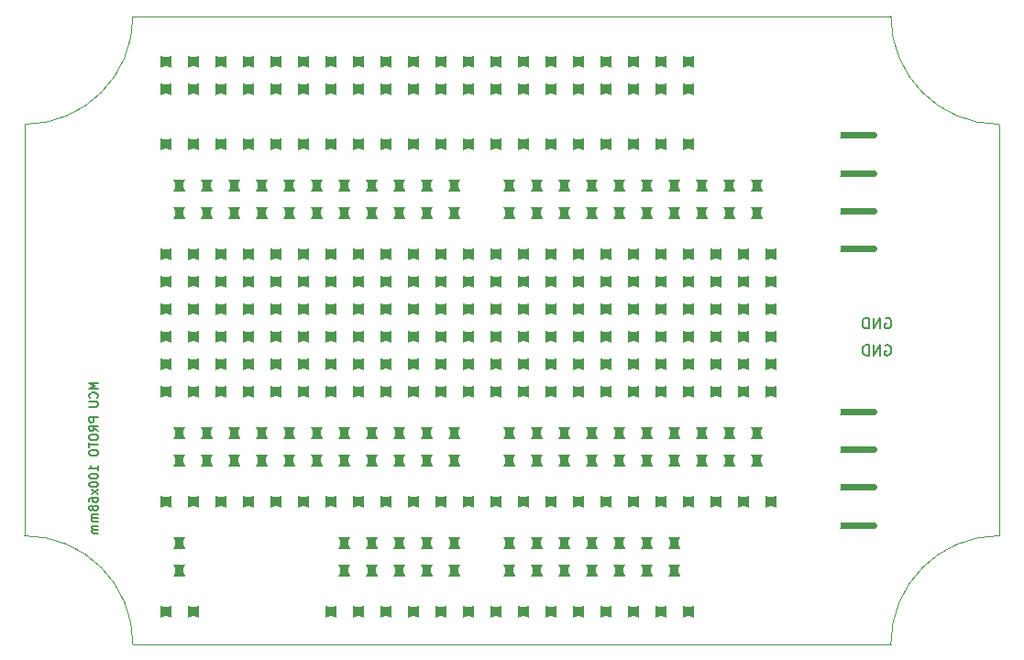
<source format=gbr>
G04 #@! TF.GenerationSoftware,KiCad,Pcbnew,7.0.11+dfsg-1build4*
G04 #@! TF.CreationDate,2025-11-10T09:45:06-05:00*
G04 #@! TF.ProjectId,MCU_PROTO_100x68mm,4d43555f-5052-44f5-944f-5f3130307836,rev?*
G04 #@! TF.SameCoordinates,Original*
G04 #@! TF.FileFunction,Legend,Bot*
G04 #@! TF.FilePolarity,Positive*
%FSLAX46Y46*%
G04 Gerber Fmt 4.6, Leading zero omitted, Abs format (unit mm)*
G04 Created by KiCad (PCBNEW 7.0.11+dfsg-1build4) date 2025-11-10 09:45:06*
%MOMM*%
%LPD*%
G01*
G04 APERTURE LIST*
%ADD10C,0.600000*%
%ADD11C,0.150000*%
%ADD12C,0.100000*%
%ADD13C,1.700000*%
%ADD14C,3.000000*%
%ADD15R,2.400000X2.400000*%
%ADD16C,2.400000*%
G04 #@! TA.AperFunction,Profile*
%ADD17C,0.050000*%
G04 #@! TD*
G04 APERTURE END LIST*
D10*
X175260000Y-136500000D02*
X178445000Y-136500000D01*
X175260000Y-121500000D02*
X178445000Y-121500000D01*
X175260000Y-140000000D02*
X178445000Y-140000000D01*
X175260000Y-111000000D02*
X178445000Y-111000000D01*
X175260000Y-143500000D02*
X178445000Y-143500000D01*
X175260000Y-118000000D02*
X178445000Y-118000000D01*
X175260000Y-114500000D02*
X178445000Y-114500000D01*
X175260000Y-147000000D02*
X178445000Y-147000000D01*
D11*
X106750195Y-133896966D02*
X105950195Y-133896966D01*
X105950195Y-133896966D02*
X106521623Y-134163632D01*
X106521623Y-134163632D02*
X105950195Y-134430299D01*
X105950195Y-134430299D02*
X106750195Y-134430299D01*
X106674004Y-135268395D02*
X106712100Y-135230299D01*
X106712100Y-135230299D02*
X106750195Y-135116014D01*
X106750195Y-135116014D02*
X106750195Y-135039823D01*
X106750195Y-135039823D02*
X106712100Y-134925537D01*
X106712100Y-134925537D02*
X106635909Y-134849347D01*
X106635909Y-134849347D02*
X106559719Y-134811252D01*
X106559719Y-134811252D02*
X106407338Y-134773156D01*
X106407338Y-134773156D02*
X106293052Y-134773156D01*
X106293052Y-134773156D02*
X106140671Y-134811252D01*
X106140671Y-134811252D02*
X106064480Y-134849347D01*
X106064480Y-134849347D02*
X105988290Y-134925537D01*
X105988290Y-134925537D02*
X105950195Y-135039823D01*
X105950195Y-135039823D02*
X105950195Y-135116014D01*
X105950195Y-135116014D02*
X105988290Y-135230299D01*
X105988290Y-135230299D02*
X106026385Y-135268395D01*
X105950195Y-135611252D02*
X106597814Y-135611252D01*
X106597814Y-135611252D02*
X106674004Y-135649347D01*
X106674004Y-135649347D02*
X106712100Y-135687442D01*
X106712100Y-135687442D02*
X106750195Y-135763633D01*
X106750195Y-135763633D02*
X106750195Y-135916014D01*
X106750195Y-135916014D02*
X106712100Y-135992204D01*
X106712100Y-135992204D02*
X106674004Y-136030299D01*
X106674004Y-136030299D02*
X106597814Y-136068395D01*
X106597814Y-136068395D02*
X105950195Y-136068395D01*
X106750195Y-137058871D02*
X105950195Y-137058871D01*
X105950195Y-137058871D02*
X105950195Y-137363633D01*
X105950195Y-137363633D02*
X105988290Y-137439823D01*
X105988290Y-137439823D02*
X106026385Y-137477918D01*
X106026385Y-137477918D02*
X106102576Y-137516014D01*
X106102576Y-137516014D02*
X106216861Y-137516014D01*
X106216861Y-137516014D02*
X106293052Y-137477918D01*
X106293052Y-137477918D02*
X106331147Y-137439823D01*
X106331147Y-137439823D02*
X106369242Y-137363633D01*
X106369242Y-137363633D02*
X106369242Y-137058871D01*
X106750195Y-138316014D02*
X106369242Y-138049347D01*
X106750195Y-137858871D02*
X105950195Y-137858871D01*
X105950195Y-137858871D02*
X105950195Y-138163633D01*
X105950195Y-138163633D02*
X105988290Y-138239823D01*
X105988290Y-138239823D02*
X106026385Y-138277918D01*
X106026385Y-138277918D02*
X106102576Y-138316014D01*
X106102576Y-138316014D02*
X106216861Y-138316014D01*
X106216861Y-138316014D02*
X106293052Y-138277918D01*
X106293052Y-138277918D02*
X106331147Y-138239823D01*
X106331147Y-138239823D02*
X106369242Y-138163633D01*
X106369242Y-138163633D02*
X106369242Y-137858871D01*
X105950195Y-138811252D02*
X105950195Y-138963633D01*
X105950195Y-138963633D02*
X105988290Y-139039823D01*
X105988290Y-139039823D02*
X106064480Y-139116014D01*
X106064480Y-139116014D02*
X106216861Y-139154109D01*
X106216861Y-139154109D02*
X106483528Y-139154109D01*
X106483528Y-139154109D02*
X106635909Y-139116014D01*
X106635909Y-139116014D02*
X106712100Y-139039823D01*
X106712100Y-139039823D02*
X106750195Y-138963633D01*
X106750195Y-138963633D02*
X106750195Y-138811252D01*
X106750195Y-138811252D02*
X106712100Y-138735061D01*
X106712100Y-138735061D02*
X106635909Y-138658871D01*
X106635909Y-138658871D02*
X106483528Y-138620775D01*
X106483528Y-138620775D02*
X106216861Y-138620775D01*
X106216861Y-138620775D02*
X106064480Y-138658871D01*
X106064480Y-138658871D02*
X105988290Y-138735061D01*
X105988290Y-138735061D02*
X105950195Y-138811252D01*
X105950195Y-139382680D02*
X105950195Y-139839823D01*
X106750195Y-139611251D02*
X105950195Y-139611251D01*
X105950195Y-140258871D02*
X105950195Y-140411252D01*
X105950195Y-140411252D02*
X105988290Y-140487442D01*
X105988290Y-140487442D02*
X106064480Y-140563633D01*
X106064480Y-140563633D02*
X106216861Y-140601728D01*
X106216861Y-140601728D02*
X106483528Y-140601728D01*
X106483528Y-140601728D02*
X106635909Y-140563633D01*
X106635909Y-140563633D02*
X106712100Y-140487442D01*
X106712100Y-140487442D02*
X106750195Y-140411252D01*
X106750195Y-140411252D02*
X106750195Y-140258871D01*
X106750195Y-140258871D02*
X106712100Y-140182680D01*
X106712100Y-140182680D02*
X106635909Y-140106490D01*
X106635909Y-140106490D02*
X106483528Y-140068394D01*
X106483528Y-140068394D02*
X106216861Y-140068394D01*
X106216861Y-140068394D02*
X106064480Y-140106490D01*
X106064480Y-140106490D02*
X105988290Y-140182680D01*
X105988290Y-140182680D02*
X105950195Y-140258871D01*
X106750195Y-141973156D02*
X106750195Y-141516013D01*
X106750195Y-141744585D02*
X105950195Y-141744585D01*
X105950195Y-141744585D02*
X106064480Y-141668394D01*
X106064480Y-141668394D02*
X106140671Y-141592204D01*
X106140671Y-141592204D02*
X106178766Y-141516013D01*
X105950195Y-142468395D02*
X105950195Y-142544585D01*
X105950195Y-142544585D02*
X105988290Y-142620776D01*
X105988290Y-142620776D02*
X106026385Y-142658871D01*
X106026385Y-142658871D02*
X106102576Y-142696966D01*
X106102576Y-142696966D02*
X106254957Y-142735061D01*
X106254957Y-142735061D02*
X106445433Y-142735061D01*
X106445433Y-142735061D02*
X106597814Y-142696966D01*
X106597814Y-142696966D02*
X106674004Y-142658871D01*
X106674004Y-142658871D02*
X106712100Y-142620776D01*
X106712100Y-142620776D02*
X106750195Y-142544585D01*
X106750195Y-142544585D02*
X106750195Y-142468395D01*
X106750195Y-142468395D02*
X106712100Y-142392204D01*
X106712100Y-142392204D02*
X106674004Y-142354109D01*
X106674004Y-142354109D02*
X106597814Y-142316014D01*
X106597814Y-142316014D02*
X106445433Y-142277918D01*
X106445433Y-142277918D02*
X106254957Y-142277918D01*
X106254957Y-142277918D02*
X106102576Y-142316014D01*
X106102576Y-142316014D02*
X106026385Y-142354109D01*
X106026385Y-142354109D02*
X105988290Y-142392204D01*
X105988290Y-142392204D02*
X105950195Y-142468395D01*
X105950195Y-143230300D02*
X105950195Y-143306490D01*
X105950195Y-143306490D02*
X105988290Y-143382681D01*
X105988290Y-143382681D02*
X106026385Y-143420776D01*
X106026385Y-143420776D02*
X106102576Y-143458871D01*
X106102576Y-143458871D02*
X106254957Y-143496966D01*
X106254957Y-143496966D02*
X106445433Y-143496966D01*
X106445433Y-143496966D02*
X106597814Y-143458871D01*
X106597814Y-143458871D02*
X106674004Y-143420776D01*
X106674004Y-143420776D02*
X106712100Y-143382681D01*
X106712100Y-143382681D02*
X106750195Y-143306490D01*
X106750195Y-143306490D02*
X106750195Y-143230300D01*
X106750195Y-143230300D02*
X106712100Y-143154109D01*
X106712100Y-143154109D02*
X106674004Y-143116014D01*
X106674004Y-143116014D02*
X106597814Y-143077919D01*
X106597814Y-143077919D02*
X106445433Y-143039823D01*
X106445433Y-143039823D02*
X106254957Y-143039823D01*
X106254957Y-143039823D02*
X106102576Y-143077919D01*
X106102576Y-143077919D02*
X106026385Y-143116014D01*
X106026385Y-143116014D02*
X105988290Y-143154109D01*
X105988290Y-143154109D02*
X105950195Y-143230300D01*
X106750195Y-143763633D02*
X106216861Y-144182681D01*
X106216861Y-143763633D02*
X106750195Y-144182681D01*
X105950195Y-144830300D02*
X105950195Y-144677919D01*
X105950195Y-144677919D02*
X105988290Y-144601728D01*
X105988290Y-144601728D02*
X106026385Y-144563633D01*
X106026385Y-144563633D02*
X106140671Y-144487443D01*
X106140671Y-144487443D02*
X106293052Y-144449347D01*
X106293052Y-144449347D02*
X106597814Y-144449347D01*
X106597814Y-144449347D02*
X106674004Y-144487443D01*
X106674004Y-144487443D02*
X106712100Y-144525538D01*
X106712100Y-144525538D02*
X106750195Y-144601728D01*
X106750195Y-144601728D02*
X106750195Y-144754109D01*
X106750195Y-144754109D02*
X106712100Y-144830300D01*
X106712100Y-144830300D02*
X106674004Y-144868395D01*
X106674004Y-144868395D02*
X106597814Y-144906490D01*
X106597814Y-144906490D02*
X106407338Y-144906490D01*
X106407338Y-144906490D02*
X106331147Y-144868395D01*
X106331147Y-144868395D02*
X106293052Y-144830300D01*
X106293052Y-144830300D02*
X106254957Y-144754109D01*
X106254957Y-144754109D02*
X106254957Y-144601728D01*
X106254957Y-144601728D02*
X106293052Y-144525538D01*
X106293052Y-144525538D02*
X106331147Y-144487443D01*
X106331147Y-144487443D02*
X106407338Y-144449347D01*
X106293052Y-145363633D02*
X106254957Y-145287443D01*
X106254957Y-145287443D02*
X106216861Y-145249348D01*
X106216861Y-145249348D02*
X106140671Y-145211252D01*
X106140671Y-145211252D02*
X106102576Y-145211252D01*
X106102576Y-145211252D02*
X106026385Y-145249348D01*
X106026385Y-145249348D02*
X105988290Y-145287443D01*
X105988290Y-145287443D02*
X105950195Y-145363633D01*
X105950195Y-145363633D02*
X105950195Y-145516014D01*
X105950195Y-145516014D02*
X105988290Y-145592205D01*
X105988290Y-145592205D02*
X106026385Y-145630300D01*
X106026385Y-145630300D02*
X106102576Y-145668395D01*
X106102576Y-145668395D02*
X106140671Y-145668395D01*
X106140671Y-145668395D02*
X106216861Y-145630300D01*
X106216861Y-145630300D02*
X106254957Y-145592205D01*
X106254957Y-145592205D02*
X106293052Y-145516014D01*
X106293052Y-145516014D02*
X106293052Y-145363633D01*
X106293052Y-145363633D02*
X106331147Y-145287443D01*
X106331147Y-145287443D02*
X106369242Y-145249348D01*
X106369242Y-145249348D02*
X106445433Y-145211252D01*
X106445433Y-145211252D02*
X106597814Y-145211252D01*
X106597814Y-145211252D02*
X106674004Y-145249348D01*
X106674004Y-145249348D02*
X106712100Y-145287443D01*
X106712100Y-145287443D02*
X106750195Y-145363633D01*
X106750195Y-145363633D02*
X106750195Y-145516014D01*
X106750195Y-145516014D02*
X106712100Y-145592205D01*
X106712100Y-145592205D02*
X106674004Y-145630300D01*
X106674004Y-145630300D02*
X106597814Y-145668395D01*
X106597814Y-145668395D02*
X106445433Y-145668395D01*
X106445433Y-145668395D02*
X106369242Y-145630300D01*
X106369242Y-145630300D02*
X106331147Y-145592205D01*
X106331147Y-145592205D02*
X106293052Y-145516014D01*
X106750195Y-146011253D02*
X106216861Y-146011253D01*
X106293052Y-146011253D02*
X106254957Y-146049348D01*
X106254957Y-146049348D02*
X106216861Y-146125538D01*
X106216861Y-146125538D02*
X106216861Y-146239824D01*
X106216861Y-146239824D02*
X106254957Y-146316015D01*
X106254957Y-146316015D02*
X106331147Y-146354110D01*
X106331147Y-146354110D02*
X106750195Y-146354110D01*
X106331147Y-146354110D02*
X106254957Y-146392205D01*
X106254957Y-146392205D02*
X106216861Y-146468396D01*
X106216861Y-146468396D02*
X106216861Y-146582681D01*
X106216861Y-146582681D02*
X106254957Y-146658872D01*
X106254957Y-146658872D02*
X106331147Y-146696967D01*
X106331147Y-146696967D02*
X106750195Y-146696967D01*
X106750195Y-147077920D02*
X106216861Y-147077920D01*
X106293052Y-147077920D02*
X106254957Y-147116015D01*
X106254957Y-147116015D02*
X106216861Y-147192205D01*
X106216861Y-147192205D02*
X106216861Y-147306491D01*
X106216861Y-147306491D02*
X106254957Y-147382682D01*
X106254957Y-147382682D02*
X106331147Y-147420777D01*
X106331147Y-147420777D02*
X106750195Y-147420777D01*
X106331147Y-147420777D02*
X106254957Y-147458872D01*
X106254957Y-147458872D02*
X106216861Y-147535063D01*
X106216861Y-147535063D02*
X106216861Y-147649348D01*
X106216861Y-147649348D02*
X106254957Y-147725539D01*
X106254957Y-147725539D02*
X106331147Y-147763634D01*
X106331147Y-147763634D02*
X106750195Y-147763634D01*
X179479411Y-130417438D02*
X179574649Y-130369819D01*
X179574649Y-130369819D02*
X179717506Y-130369819D01*
X179717506Y-130369819D02*
X179860363Y-130417438D01*
X179860363Y-130417438D02*
X179955601Y-130512676D01*
X179955601Y-130512676D02*
X180003220Y-130607914D01*
X180003220Y-130607914D02*
X180050839Y-130798390D01*
X180050839Y-130798390D02*
X180050839Y-130941247D01*
X180050839Y-130941247D02*
X180003220Y-131131723D01*
X180003220Y-131131723D02*
X179955601Y-131226961D01*
X179955601Y-131226961D02*
X179860363Y-131322200D01*
X179860363Y-131322200D02*
X179717506Y-131369819D01*
X179717506Y-131369819D02*
X179622268Y-131369819D01*
X179622268Y-131369819D02*
X179479411Y-131322200D01*
X179479411Y-131322200D02*
X179431792Y-131274580D01*
X179431792Y-131274580D02*
X179431792Y-130941247D01*
X179431792Y-130941247D02*
X179622268Y-130941247D01*
X179003220Y-131369819D02*
X179003220Y-130369819D01*
X179003220Y-130369819D02*
X178431792Y-131369819D01*
X178431792Y-131369819D02*
X178431792Y-130369819D01*
X177955601Y-131369819D02*
X177955601Y-130369819D01*
X177955601Y-130369819D02*
X177717506Y-130369819D01*
X177717506Y-130369819D02*
X177574649Y-130417438D01*
X177574649Y-130417438D02*
X177479411Y-130512676D01*
X177479411Y-130512676D02*
X177431792Y-130607914D01*
X177431792Y-130607914D02*
X177384173Y-130798390D01*
X177384173Y-130798390D02*
X177384173Y-130941247D01*
X177384173Y-130941247D02*
X177431792Y-131131723D01*
X177431792Y-131131723D02*
X177479411Y-131226961D01*
X177479411Y-131226961D02*
X177574649Y-131322200D01*
X177574649Y-131322200D02*
X177717506Y-131369819D01*
X177717506Y-131369819D02*
X177955601Y-131369819D01*
X179479411Y-127917438D02*
X179574649Y-127869819D01*
X179574649Y-127869819D02*
X179717506Y-127869819D01*
X179717506Y-127869819D02*
X179860363Y-127917438D01*
X179860363Y-127917438D02*
X179955601Y-128012676D01*
X179955601Y-128012676D02*
X180003220Y-128107914D01*
X180003220Y-128107914D02*
X180050839Y-128298390D01*
X180050839Y-128298390D02*
X180050839Y-128441247D01*
X180050839Y-128441247D02*
X180003220Y-128631723D01*
X180003220Y-128631723D02*
X179955601Y-128726961D01*
X179955601Y-128726961D02*
X179860363Y-128822200D01*
X179860363Y-128822200D02*
X179717506Y-128869819D01*
X179717506Y-128869819D02*
X179622268Y-128869819D01*
X179622268Y-128869819D02*
X179479411Y-128822200D01*
X179479411Y-128822200D02*
X179431792Y-128774580D01*
X179431792Y-128774580D02*
X179431792Y-128441247D01*
X179431792Y-128441247D02*
X179622268Y-128441247D01*
X179003220Y-128869819D02*
X179003220Y-127869819D01*
X179003220Y-127869819D02*
X178431792Y-128869819D01*
X178431792Y-128869819D02*
X178431792Y-127869819D01*
X177955601Y-128869819D02*
X177955601Y-127869819D01*
X177955601Y-127869819D02*
X177717506Y-127869819D01*
X177717506Y-127869819D02*
X177574649Y-127917438D01*
X177574649Y-127917438D02*
X177479411Y-128012676D01*
X177479411Y-128012676D02*
X177431792Y-128107914D01*
X177431792Y-128107914D02*
X177384173Y-128298390D01*
X177384173Y-128298390D02*
X177384173Y-128441247D01*
X177384173Y-128441247D02*
X177431792Y-128631723D01*
X177431792Y-128631723D02*
X177479411Y-128726961D01*
X177479411Y-128726961D02*
X177574649Y-128822200D01*
X177574649Y-128822200D02*
X177717506Y-128869819D01*
X177717506Y-128869819D02*
X177955601Y-128869819D01*
D12*
X128740000Y-112320000D02*
X128664928Y-112273652D01*
X128501368Y-112207570D01*
X128328203Y-112173910D01*
X128151797Y-112173910D01*
X127978632Y-112207570D01*
X127815072Y-112273652D01*
X127740000Y-112320000D01*
X127740000Y-111280000D01*
X127815071Y-111326348D01*
X127978632Y-111392431D01*
X128151797Y-111426091D01*
X128328203Y-111426091D01*
X128501368Y-111392431D01*
X128664929Y-111326348D01*
X128740000Y-111280000D01*
X128740000Y-112320000D01*
G36*
X128740000Y-112320000D02*
G01*
X128664928Y-112273652D01*
X128501368Y-112207570D01*
X128328203Y-112173910D01*
X128151797Y-112173910D01*
X127978632Y-112207570D01*
X127815072Y-112273652D01*
X127740000Y-112320000D01*
X127740000Y-111280000D01*
X127815071Y-111326348D01*
X127978632Y-111392431D01*
X128151797Y-111426091D01*
X128328203Y-111426091D01*
X128501368Y-111392431D01*
X128664929Y-111326348D01*
X128740000Y-111280000D01*
X128740000Y-112320000D01*
G37*
X128740000Y-132640000D02*
X128664928Y-132593652D01*
X128501368Y-132527570D01*
X128328203Y-132493910D01*
X128151797Y-132493910D01*
X127978632Y-132527570D01*
X127815072Y-132593652D01*
X127740000Y-132640000D01*
X127740000Y-131600000D01*
X127815071Y-131646348D01*
X127978632Y-131712431D01*
X128151797Y-131746091D01*
X128328203Y-131746091D01*
X128501368Y-131712431D01*
X128664929Y-131646348D01*
X128740000Y-131600000D01*
X128740000Y-132640000D01*
G36*
X128740000Y-132640000D02*
G01*
X128664928Y-132593652D01*
X128501368Y-132527570D01*
X128328203Y-132493910D01*
X128151797Y-132493910D01*
X127978632Y-132527570D01*
X127815072Y-132593652D01*
X127740000Y-132640000D01*
X127740000Y-131600000D01*
X127815071Y-131646348D01*
X127978632Y-131712431D01*
X128151797Y-131746091D01*
X128328203Y-131746091D01*
X128501368Y-131712431D01*
X128664929Y-131646348D01*
X128740000Y-131600000D01*
X128740000Y-132640000D01*
G37*
X127443652Y-138045071D02*
X127377569Y-138208632D01*
X127343909Y-138381797D01*
X127343909Y-138558203D01*
X127377569Y-138731368D01*
X127443652Y-138894929D01*
X127490000Y-138970000D01*
X126450000Y-138970000D01*
X126496348Y-138894928D01*
X126562430Y-138731368D01*
X126596090Y-138558203D01*
X126596090Y-138381797D01*
X126562430Y-138208632D01*
X126496348Y-138045072D01*
X126450000Y-137970000D01*
X127490000Y-137970000D01*
X127443652Y-138045071D01*
G36*
X127443652Y-138045071D02*
G01*
X127377569Y-138208632D01*
X127343909Y-138381797D01*
X127343909Y-138558203D01*
X127377569Y-138731368D01*
X127443652Y-138894929D01*
X127490000Y-138970000D01*
X126450000Y-138970000D01*
X126496348Y-138894928D01*
X126562430Y-138731368D01*
X126596090Y-138558203D01*
X126596090Y-138381797D01*
X126562430Y-138208632D01*
X126496348Y-138045072D01*
X126450000Y-137970000D01*
X127490000Y-137970000D01*
X127443652Y-138045071D01*
G37*
X124903652Y-115185071D02*
X124837569Y-115348632D01*
X124803909Y-115521797D01*
X124803909Y-115698203D01*
X124837569Y-115871368D01*
X124903652Y-116034929D01*
X124950000Y-116110000D01*
X123910000Y-116110000D01*
X123956348Y-116034928D01*
X124022430Y-115871368D01*
X124056090Y-115698203D01*
X124056090Y-115521797D01*
X124022430Y-115348632D01*
X123956348Y-115185072D01*
X123910000Y-115110000D01*
X124950000Y-115110000D01*
X124903652Y-115185071D01*
G36*
X124903652Y-115185071D02*
G01*
X124837569Y-115348632D01*
X124803909Y-115521797D01*
X124803909Y-115698203D01*
X124837569Y-115871368D01*
X124903652Y-116034929D01*
X124950000Y-116110000D01*
X123910000Y-116110000D01*
X123956348Y-116034928D01*
X124022430Y-115871368D01*
X124056090Y-115698203D01*
X124056090Y-115521797D01*
X124022430Y-115348632D01*
X123956348Y-115185072D01*
X123910000Y-115110000D01*
X124950000Y-115110000D01*
X124903652Y-115185071D01*
G37*
X141440000Y-112320000D02*
X141364928Y-112273652D01*
X141201368Y-112207570D01*
X141028203Y-112173910D01*
X140851797Y-112173910D01*
X140678632Y-112207570D01*
X140515072Y-112273652D01*
X140440000Y-112320000D01*
X140440000Y-111280000D01*
X140515071Y-111326348D01*
X140678632Y-111392431D01*
X140851797Y-111426091D01*
X141028203Y-111426091D01*
X141201368Y-111392431D01*
X141364929Y-111326348D01*
X141440000Y-111280000D01*
X141440000Y-112320000D01*
G36*
X141440000Y-112320000D02*
G01*
X141364928Y-112273652D01*
X141201368Y-112207570D01*
X141028203Y-112173910D01*
X140851797Y-112173910D01*
X140678632Y-112207570D01*
X140515072Y-112273652D01*
X140440000Y-112320000D01*
X140440000Y-111280000D01*
X140515071Y-111326348D01*
X140678632Y-111392431D01*
X140851797Y-111426091D01*
X141028203Y-111426091D01*
X141201368Y-111392431D01*
X141364929Y-111326348D01*
X141440000Y-111280000D01*
X141440000Y-112320000D01*
G37*
X161760000Y-107240000D02*
X161684928Y-107193652D01*
X161521368Y-107127570D01*
X161348203Y-107093910D01*
X161171797Y-107093910D01*
X160998632Y-107127570D01*
X160835072Y-107193652D01*
X160760000Y-107240000D01*
X160760000Y-106200000D01*
X160835071Y-106246348D01*
X160998632Y-106312431D01*
X161171797Y-106346091D01*
X161348203Y-106346091D01*
X161521368Y-106312431D01*
X161684929Y-106246348D01*
X161760000Y-106200000D01*
X161760000Y-107240000D01*
G36*
X161760000Y-107240000D02*
G01*
X161684928Y-107193652D01*
X161521368Y-107127570D01*
X161348203Y-107093910D01*
X161171797Y-107093910D01*
X160998632Y-107127570D01*
X160835072Y-107193652D01*
X160760000Y-107240000D01*
X160760000Y-106200000D01*
X160835071Y-106246348D01*
X160998632Y-106312431D01*
X161171797Y-106346091D01*
X161348203Y-106346091D01*
X161521368Y-106312431D01*
X161684929Y-106246348D01*
X161760000Y-106200000D01*
X161760000Y-107240000D01*
G37*
X156680000Y-127560000D02*
X156604928Y-127513652D01*
X156441368Y-127447570D01*
X156268203Y-127413910D01*
X156091797Y-127413910D01*
X155918632Y-127447570D01*
X155755072Y-127513652D01*
X155680000Y-127560000D01*
X155680000Y-126520000D01*
X155755071Y-126566348D01*
X155918632Y-126632431D01*
X156091797Y-126666091D01*
X156268203Y-126666091D01*
X156441368Y-126632431D01*
X156604929Y-126566348D01*
X156680000Y-126520000D01*
X156680000Y-127560000D01*
G36*
X156680000Y-127560000D02*
G01*
X156604928Y-127513652D01*
X156441368Y-127447570D01*
X156268203Y-127413910D01*
X156091797Y-127413910D01*
X155918632Y-127447570D01*
X155755072Y-127513652D01*
X155680000Y-127560000D01*
X155680000Y-126520000D01*
X155755071Y-126566348D01*
X155918632Y-126632431D01*
X156091797Y-126666091D01*
X156268203Y-126666091D01*
X156441368Y-126632431D01*
X156604929Y-126566348D01*
X156680000Y-126520000D01*
X156680000Y-127560000D01*
G37*
X147763652Y-117725071D02*
X147697569Y-117888632D01*
X147663909Y-118061797D01*
X147663909Y-118238203D01*
X147697569Y-118411368D01*
X147763652Y-118574929D01*
X147810000Y-118650000D01*
X146770000Y-118650000D01*
X146816348Y-118574928D01*
X146882430Y-118411368D01*
X146916090Y-118238203D01*
X146916090Y-118061797D01*
X146882430Y-117888632D01*
X146816348Y-117725072D01*
X146770000Y-117650000D01*
X147810000Y-117650000D01*
X147763652Y-117725071D01*
G36*
X147763652Y-117725071D02*
G01*
X147697569Y-117888632D01*
X147663909Y-118061797D01*
X147663909Y-118238203D01*
X147697569Y-118411368D01*
X147763652Y-118574929D01*
X147810000Y-118650000D01*
X146770000Y-118650000D01*
X146816348Y-118574928D01*
X146882430Y-118411368D01*
X146916090Y-118238203D01*
X146916090Y-118061797D01*
X146882430Y-117888632D01*
X146816348Y-117725072D01*
X146770000Y-117650000D01*
X147810000Y-117650000D01*
X147763652Y-117725071D01*
G37*
X141440000Y-132640000D02*
X141364928Y-132593652D01*
X141201368Y-132527570D01*
X141028203Y-132493910D01*
X140851797Y-132493910D01*
X140678632Y-132527570D01*
X140515072Y-132593652D01*
X140440000Y-132640000D01*
X140440000Y-131600000D01*
X140515071Y-131646348D01*
X140678632Y-131712431D01*
X140851797Y-131746091D01*
X141028203Y-131746091D01*
X141201368Y-131712431D01*
X141364929Y-131646348D01*
X141440000Y-131600000D01*
X141440000Y-132640000D01*
G36*
X141440000Y-132640000D02*
G01*
X141364928Y-132593652D01*
X141201368Y-132527570D01*
X141028203Y-132493910D01*
X140851797Y-132493910D01*
X140678632Y-132527570D01*
X140515072Y-132593652D01*
X140440000Y-132640000D01*
X140440000Y-131600000D01*
X140515071Y-131646348D01*
X140678632Y-131712431D01*
X140851797Y-131746091D01*
X141028203Y-131746091D01*
X141201368Y-131712431D01*
X141364929Y-131646348D01*
X141440000Y-131600000D01*
X141440000Y-132640000D01*
G37*
X161760000Y-155500000D02*
X161684929Y-155453652D01*
X161521368Y-155387569D01*
X161348203Y-155353909D01*
X161171797Y-155353909D01*
X160998632Y-155387569D01*
X160835071Y-155453652D01*
X160760000Y-155500000D01*
X160760000Y-154460000D01*
X160835072Y-154506348D01*
X160998632Y-154572430D01*
X161171797Y-154606090D01*
X161348203Y-154606090D01*
X161521368Y-154572430D01*
X161684928Y-154506348D01*
X161760000Y-154460000D01*
X161760000Y-155500000D01*
G36*
X161760000Y-155500000D02*
G01*
X161684929Y-155453652D01*
X161521368Y-155387569D01*
X161348203Y-155353909D01*
X161171797Y-155353909D01*
X160998632Y-155387569D01*
X160835071Y-155453652D01*
X160760000Y-155500000D01*
X160760000Y-154460000D01*
X160835072Y-154506348D01*
X160998632Y-154572430D01*
X161171797Y-154606090D01*
X161348203Y-154606090D01*
X161521368Y-154572430D01*
X161684928Y-154506348D01*
X161760000Y-154460000D01*
X161760000Y-155500000D01*
G37*
X124903652Y-117725071D02*
X124837569Y-117888632D01*
X124803909Y-118061797D01*
X124803909Y-118238203D01*
X124837569Y-118411368D01*
X124903652Y-118574929D01*
X124950000Y-118650000D01*
X123910000Y-118650000D01*
X123956348Y-118574928D01*
X124022430Y-118411368D01*
X124056090Y-118238203D01*
X124056090Y-118061797D01*
X124022430Y-117888632D01*
X123956348Y-117725072D01*
X123910000Y-117650000D01*
X124950000Y-117650000D01*
X124903652Y-117725071D01*
G36*
X124903652Y-117725071D02*
G01*
X124837569Y-117888632D01*
X124803909Y-118061797D01*
X124803909Y-118238203D01*
X124837569Y-118411368D01*
X124903652Y-118574929D01*
X124950000Y-118650000D01*
X123910000Y-118650000D01*
X123956348Y-118574928D01*
X124022430Y-118411368D01*
X124056090Y-118238203D01*
X124056090Y-118061797D01*
X124022430Y-117888632D01*
X123956348Y-117725072D01*
X123910000Y-117650000D01*
X124950000Y-117650000D01*
X124903652Y-117725071D01*
G37*
X113500000Y-122480000D02*
X113424928Y-122433652D01*
X113261368Y-122367570D01*
X113088203Y-122333910D01*
X112911797Y-122333910D01*
X112738632Y-122367570D01*
X112575072Y-122433652D01*
X112500000Y-122480000D01*
X112500000Y-121440000D01*
X112575071Y-121486348D01*
X112738632Y-121552431D01*
X112911797Y-121586091D01*
X113088203Y-121586091D01*
X113261368Y-121552431D01*
X113424929Y-121486348D01*
X113500000Y-121440000D01*
X113500000Y-122480000D01*
G36*
X113500000Y-122480000D02*
G01*
X113424928Y-122433652D01*
X113261368Y-122367570D01*
X113088203Y-122333910D01*
X112911797Y-122333910D01*
X112738632Y-122367570D01*
X112575072Y-122433652D01*
X112500000Y-122480000D01*
X112500000Y-121440000D01*
X112575071Y-121486348D01*
X112738632Y-121552431D01*
X112911797Y-121586091D01*
X113088203Y-121586091D01*
X113261368Y-121552431D01*
X113424929Y-121486348D01*
X113500000Y-121440000D01*
X113500000Y-122480000D01*
G37*
X136360000Y-130100000D02*
X136284928Y-130053652D01*
X136121368Y-129987570D01*
X135948203Y-129953910D01*
X135771797Y-129953910D01*
X135598632Y-129987570D01*
X135435072Y-130053652D01*
X135360000Y-130100000D01*
X135360000Y-129060000D01*
X135435071Y-129106348D01*
X135598632Y-129172431D01*
X135771797Y-129206091D01*
X135948203Y-129206091D01*
X136121368Y-129172431D01*
X136284929Y-129106348D01*
X136360000Y-129060000D01*
X136360000Y-130100000D01*
G36*
X136360000Y-130100000D02*
G01*
X136284928Y-130053652D01*
X136121368Y-129987570D01*
X135948203Y-129953910D01*
X135771797Y-129953910D01*
X135598632Y-129987570D01*
X135435072Y-130053652D01*
X135360000Y-130100000D01*
X135360000Y-129060000D01*
X135435071Y-129106348D01*
X135598632Y-129172431D01*
X135771797Y-129206091D01*
X135948203Y-129206091D01*
X136121368Y-129172431D01*
X136284929Y-129106348D01*
X136360000Y-129060000D01*
X136360000Y-130100000D01*
G37*
X132523652Y-117725071D02*
X132457569Y-117888632D01*
X132423909Y-118061797D01*
X132423909Y-118238203D01*
X132457569Y-118411368D01*
X132523652Y-118574929D01*
X132570000Y-118650000D01*
X131530000Y-118650000D01*
X131576348Y-118574928D01*
X131642430Y-118411368D01*
X131676090Y-118238203D01*
X131676090Y-118061797D01*
X131642430Y-117888632D01*
X131576348Y-117725072D01*
X131530000Y-117650000D01*
X132570000Y-117650000D01*
X132523652Y-117725071D01*
G36*
X132523652Y-117725071D02*
G01*
X132457569Y-117888632D01*
X132423909Y-118061797D01*
X132423909Y-118238203D01*
X132457569Y-118411368D01*
X132523652Y-118574929D01*
X132570000Y-118650000D01*
X131530000Y-118650000D01*
X131576348Y-118574928D01*
X131642430Y-118411368D01*
X131676090Y-118238203D01*
X131676090Y-118061797D01*
X131642430Y-117888632D01*
X131576348Y-117725072D01*
X131530000Y-117650000D01*
X132570000Y-117650000D01*
X132523652Y-117725071D01*
G37*
X123660000Y-112320000D02*
X123584928Y-112273652D01*
X123421368Y-112207570D01*
X123248203Y-112173910D01*
X123071797Y-112173910D01*
X122898632Y-112207570D01*
X122735072Y-112273652D01*
X122660000Y-112320000D01*
X122660000Y-111280000D01*
X122735071Y-111326348D01*
X122898632Y-111392431D01*
X123071797Y-111426091D01*
X123248203Y-111426091D01*
X123421368Y-111392431D01*
X123584929Y-111326348D01*
X123660000Y-111280000D01*
X123660000Y-112320000D01*
G36*
X123660000Y-112320000D02*
G01*
X123584928Y-112273652D01*
X123421368Y-112207570D01*
X123248203Y-112173910D01*
X123071797Y-112173910D01*
X122898632Y-112207570D01*
X122735072Y-112273652D01*
X122660000Y-112320000D01*
X122660000Y-111280000D01*
X122735071Y-111326348D01*
X122898632Y-111392431D01*
X123071797Y-111426091D01*
X123248203Y-111426091D01*
X123421368Y-111392431D01*
X123584929Y-111326348D01*
X123660000Y-111280000D01*
X123660000Y-112320000D01*
G37*
X113500000Y-145340000D02*
X113424929Y-145293652D01*
X113261368Y-145227569D01*
X113088203Y-145193909D01*
X112911797Y-145193909D01*
X112738632Y-145227569D01*
X112575071Y-145293652D01*
X112500000Y-145340000D01*
X112500000Y-144300000D01*
X112575072Y-144346348D01*
X112738632Y-144412430D01*
X112911797Y-144446090D01*
X113088203Y-144446090D01*
X113261368Y-144412430D01*
X113424928Y-144346348D01*
X113500000Y-144300000D01*
X113500000Y-145340000D01*
G36*
X113500000Y-145340000D02*
G01*
X113424929Y-145293652D01*
X113261368Y-145227569D01*
X113088203Y-145193909D01*
X112911797Y-145193909D01*
X112738632Y-145227569D01*
X112575071Y-145293652D01*
X112500000Y-145340000D01*
X112500000Y-144300000D01*
X112575072Y-144346348D01*
X112738632Y-144412430D01*
X112911797Y-144446090D01*
X113088203Y-144446090D01*
X113261368Y-144412430D01*
X113424928Y-144346348D01*
X113500000Y-144300000D01*
X113500000Y-145340000D01*
G37*
X147763652Y-148205071D02*
X147697569Y-148368632D01*
X147663909Y-148541797D01*
X147663909Y-148718203D01*
X147697569Y-148891368D01*
X147763652Y-149054929D01*
X147810000Y-149130000D01*
X146770000Y-149130000D01*
X146816348Y-149054928D01*
X146882430Y-148891368D01*
X146916090Y-148718203D01*
X146916090Y-148541797D01*
X146882430Y-148368632D01*
X146816348Y-148205072D01*
X146770000Y-148130000D01*
X147810000Y-148130000D01*
X147763652Y-148205071D01*
G36*
X147763652Y-148205071D02*
G01*
X147697569Y-148368632D01*
X147663909Y-148541797D01*
X147663909Y-148718203D01*
X147697569Y-148891368D01*
X147763652Y-149054929D01*
X147810000Y-149130000D01*
X146770000Y-149130000D01*
X146816348Y-149054928D01*
X146882430Y-148891368D01*
X146916090Y-148718203D01*
X146916090Y-148541797D01*
X146882430Y-148368632D01*
X146816348Y-148205072D01*
X146770000Y-148130000D01*
X147810000Y-148130000D01*
X147763652Y-148205071D01*
G37*
X126200000Y-104700000D02*
X126124928Y-104653652D01*
X125961368Y-104587570D01*
X125788203Y-104553910D01*
X125611797Y-104553910D01*
X125438632Y-104587570D01*
X125275072Y-104653652D01*
X125200000Y-104700000D01*
X125200000Y-103660000D01*
X125275071Y-103706348D01*
X125438632Y-103772431D01*
X125611797Y-103806091D01*
X125788203Y-103806091D01*
X125961368Y-103772431D01*
X126124929Y-103706348D01*
X126200000Y-103660000D01*
X126200000Y-104700000D01*
G36*
X126200000Y-104700000D02*
G01*
X126124928Y-104653652D01*
X125961368Y-104587570D01*
X125788203Y-104553910D01*
X125611797Y-104553910D01*
X125438632Y-104587570D01*
X125275072Y-104653652D01*
X125200000Y-104700000D01*
X125200000Y-103660000D01*
X125275071Y-103706348D01*
X125438632Y-103772431D01*
X125611797Y-103806091D01*
X125788203Y-103806091D01*
X125961368Y-103772431D01*
X126124929Y-103706348D01*
X126200000Y-103660000D01*
X126200000Y-104700000D01*
G37*
X122363652Y-115185071D02*
X122297569Y-115348632D01*
X122263909Y-115521797D01*
X122263909Y-115698203D01*
X122297569Y-115871368D01*
X122363652Y-116034929D01*
X122410000Y-116110000D01*
X121370000Y-116110000D01*
X121416348Y-116034928D01*
X121482430Y-115871368D01*
X121516090Y-115698203D01*
X121516090Y-115521797D01*
X121482430Y-115348632D01*
X121416348Y-115185072D01*
X121370000Y-115110000D01*
X122410000Y-115110000D01*
X122363652Y-115185071D01*
G36*
X122363652Y-115185071D02*
G01*
X122297569Y-115348632D01*
X122263909Y-115521797D01*
X122263909Y-115698203D01*
X122297569Y-115871368D01*
X122363652Y-116034929D01*
X122410000Y-116110000D01*
X121370000Y-116110000D01*
X121416348Y-116034928D01*
X121482430Y-115871368D01*
X121516090Y-115698203D01*
X121516090Y-115521797D01*
X121482430Y-115348632D01*
X121416348Y-115185072D01*
X121370000Y-115110000D01*
X122410000Y-115110000D01*
X122363652Y-115185071D01*
G37*
X116040000Y-107240000D02*
X115964928Y-107193652D01*
X115801368Y-107127570D01*
X115628203Y-107093910D01*
X115451797Y-107093910D01*
X115278632Y-107127570D01*
X115115072Y-107193652D01*
X115040000Y-107240000D01*
X115040000Y-106200000D01*
X115115071Y-106246348D01*
X115278632Y-106312431D01*
X115451797Y-106346091D01*
X115628203Y-106346091D01*
X115801368Y-106312431D01*
X115964929Y-106246348D01*
X116040000Y-106200000D01*
X116040000Y-107240000D01*
G36*
X116040000Y-107240000D02*
G01*
X115964928Y-107193652D01*
X115801368Y-107127570D01*
X115628203Y-107093910D01*
X115451797Y-107093910D01*
X115278632Y-107127570D01*
X115115072Y-107193652D01*
X115040000Y-107240000D01*
X115040000Y-106200000D01*
X115115071Y-106246348D01*
X115278632Y-106312431D01*
X115451797Y-106346091D01*
X115628203Y-106346091D01*
X115801368Y-106312431D01*
X115964929Y-106246348D01*
X116040000Y-106200000D01*
X116040000Y-107240000D01*
G37*
X117283652Y-138045071D02*
X117217569Y-138208632D01*
X117183909Y-138381797D01*
X117183909Y-138558203D01*
X117217569Y-138731368D01*
X117283652Y-138894929D01*
X117330000Y-138970000D01*
X116290000Y-138970000D01*
X116336348Y-138894928D01*
X116402430Y-138731368D01*
X116436090Y-138558203D01*
X116436090Y-138381797D01*
X116402430Y-138208632D01*
X116336348Y-138045072D01*
X116290000Y-137970000D01*
X117330000Y-137970000D01*
X117283652Y-138045071D01*
G36*
X117283652Y-138045071D02*
G01*
X117217569Y-138208632D01*
X117183909Y-138381797D01*
X117183909Y-138558203D01*
X117217569Y-138731368D01*
X117283652Y-138894929D01*
X117330000Y-138970000D01*
X116290000Y-138970000D01*
X116336348Y-138894928D01*
X116402430Y-138731368D01*
X116436090Y-138558203D01*
X116436090Y-138381797D01*
X116402430Y-138208632D01*
X116336348Y-138045072D01*
X116290000Y-137970000D01*
X117330000Y-137970000D01*
X117283652Y-138045071D01*
G37*
X154140000Y-107240000D02*
X154064928Y-107193652D01*
X153901368Y-107127570D01*
X153728203Y-107093910D01*
X153551797Y-107093910D01*
X153378632Y-107127570D01*
X153215072Y-107193652D01*
X153140000Y-107240000D01*
X153140000Y-106200000D01*
X153215071Y-106246348D01*
X153378632Y-106312431D01*
X153551797Y-106346091D01*
X153728203Y-106346091D01*
X153901368Y-106312431D01*
X154064929Y-106246348D01*
X154140000Y-106200000D01*
X154140000Y-107240000D01*
G36*
X154140000Y-107240000D02*
G01*
X154064928Y-107193652D01*
X153901368Y-107127570D01*
X153728203Y-107093910D01*
X153551797Y-107093910D01*
X153378632Y-107127570D01*
X153215072Y-107193652D01*
X153140000Y-107240000D01*
X153140000Y-106200000D01*
X153215071Y-106246348D01*
X153378632Y-106312431D01*
X153551797Y-106346091D01*
X153728203Y-106346091D01*
X153901368Y-106312431D01*
X154064929Y-106246348D01*
X154140000Y-106200000D01*
X154140000Y-107240000D01*
G37*
X169380000Y-132640000D02*
X169304928Y-132593652D01*
X169141368Y-132527570D01*
X168968203Y-132493910D01*
X168791797Y-132493910D01*
X168618632Y-132527570D01*
X168455072Y-132593652D01*
X168380000Y-132640000D01*
X168380000Y-131600000D01*
X168455071Y-131646348D01*
X168618632Y-131712431D01*
X168791797Y-131746091D01*
X168968203Y-131746091D01*
X169141368Y-131712431D01*
X169304929Y-131646348D01*
X169380000Y-131600000D01*
X169380000Y-132640000D01*
G36*
X169380000Y-132640000D02*
G01*
X169304928Y-132593652D01*
X169141368Y-132527570D01*
X168968203Y-132493910D01*
X168791797Y-132493910D01*
X168618632Y-132527570D01*
X168455072Y-132593652D01*
X168380000Y-132640000D01*
X168380000Y-131600000D01*
X168455071Y-131646348D01*
X168618632Y-131712431D01*
X168791797Y-131746091D01*
X168968203Y-131746091D01*
X169141368Y-131712431D01*
X169304929Y-131646348D01*
X169380000Y-131600000D01*
X169380000Y-132640000D01*
G37*
X113500000Y-104700000D02*
X113424928Y-104653652D01*
X113261368Y-104587570D01*
X113088203Y-104553910D01*
X112911797Y-104553910D01*
X112738632Y-104587570D01*
X112575072Y-104653652D01*
X112500000Y-104700000D01*
X112500000Y-103660000D01*
X112575071Y-103706348D01*
X112738632Y-103772431D01*
X112911797Y-103806091D01*
X113088203Y-103806091D01*
X113261368Y-103772431D01*
X113424929Y-103706348D01*
X113500000Y-103660000D01*
X113500000Y-104700000D01*
G36*
X113500000Y-104700000D02*
G01*
X113424928Y-104653652D01*
X113261368Y-104587570D01*
X113088203Y-104553910D01*
X112911797Y-104553910D01*
X112738632Y-104587570D01*
X112575072Y-104653652D01*
X112500000Y-104700000D01*
X112500000Y-103660000D01*
X112575071Y-103706348D01*
X112738632Y-103772431D01*
X112911797Y-103806091D01*
X113088203Y-103806091D01*
X113261368Y-103772431D01*
X113424929Y-103706348D01*
X113500000Y-103660000D01*
X113500000Y-104700000D01*
G37*
X132523652Y-138045071D02*
X132457569Y-138208632D01*
X132423909Y-138381797D01*
X132423909Y-138558203D01*
X132457569Y-138731368D01*
X132523652Y-138894929D01*
X132570000Y-138970000D01*
X131530000Y-138970000D01*
X131576348Y-138894928D01*
X131642430Y-138731368D01*
X131676090Y-138558203D01*
X131676090Y-138381797D01*
X131642430Y-138208632D01*
X131576348Y-138045072D01*
X131530000Y-137970000D01*
X132570000Y-137970000D01*
X132523652Y-138045071D01*
G36*
X132523652Y-138045071D02*
G01*
X132457569Y-138208632D01*
X132423909Y-138381797D01*
X132423909Y-138558203D01*
X132457569Y-138731368D01*
X132523652Y-138894929D01*
X132570000Y-138970000D01*
X131530000Y-138970000D01*
X131576348Y-138894928D01*
X131642430Y-138731368D01*
X131676090Y-138558203D01*
X131676090Y-138381797D01*
X131642430Y-138208632D01*
X131576348Y-138045072D01*
X131530000Y-137970000D01*
X132570000Y-137970000D01*
X132523652Y-138045071D01*
G37*
X165543652Y-140585071D02*
X165477569Y-140748632D01*
X165443909Y-140921797D01*
X165443909Y-141098203D01*
X165477569Y-141271368D01*
X165543652Y-141434929D01*
X165590000Y-141510000D01*
X164550000Y-141510000D01*
X164596348Y-141434928D01*
X164662430Y-141271368D01*
X164696090Y-141098203D01*
X164696090Y-140921797D01*
X164662430Y-140748632D01*
X164596348Y-140585072D01*
X164550000Y-140510000D01*
X165590000Y-140510000D01*
X165543652Y-140585071D01*
G36*
X165543652Y-140585071D02*
G01*
X165477569Y-140748632D01*
X165443909Y-140921797D01*
X165443909Y-141098203D01*
X165477569Y-141271368D01*
X165543652Y-141434929D01*
X165590000Y-141510000D01*
X164550000Y-141510000D01*
X164596348Y-141434928D01*
X164662430Y-141271368D01*
X164696090Y-141098203D01*
X164696090Y-140921797D01*
X164662430Y-140748632D01*
X164596348Y-140585072D01*
X164550000Y-140510000D01*
X165590000Y-140510000D01*
X165543652Y-140585071D01*
G37*
X156680000Y-107240000D02*
X156604928Y-107193652D01*
X156441368Y-107127570D01*
X156268203Y-107093910D01*
X156091797Y-107093910D01*
X155918632Y-107127570D01*
X155755072Y-107193652D01*
X155680000Y-107240000D01*
X155680000Y-106200000D01*
X155755071Y-106246348D01*
X155918632Y-106312431D01*
X156091797Y-106346091D01*
X156268203Y-106346091D01*
X156441368Y-106312431D01*
X156604929Y-106246348D01*
X156680000Y-106200000D01*
X156680000Y-107240000D01*
G36*
X156680000Y-107240000D02*
G01*
X156604928Y-107193652D01*
X156441368Y-107127570D01*
X156268203Y-107093910D01*
X156091797Y-107093910D01*
X155918632Y-107127570D01*
X155755072Y-107193652D01*
X155680000Y-107240000D01*
X155680000Y-106200000D01*
X155755071Y-106246348D01*
X155918632Y-106312431D01*
X156091797Y-106346091D01*
X156268203Y-106346091D01*
X156441368Y-106312431D01*
X156604929Y-106246348D01*
X156680000Y-106200000D01*
X156680000Y-107240000D01*
G37*
X143980000Y-104700000D02*
X143904928Y-104653652D01*
X143741368Y-104587570D01*
X143568203Y-104553910D01*
X143391797Y-104553910D01*
X143218632Y-104587570D01*
X143055072Y-104653652D01*
X142980000Y-104700000D01*
X142980000Y-103660000D01*
X143055071Y-103706348D01*
X143218632Y-103772431D01*
X143391797Y-103806091D01*
X143568203Y-103806091D01*
X143741368Y-103772431D01*
X143904929Y-103706348D01*
X143980000Y-103660000D01*
X143980000Y-104700000D01*
G36*
X143980000Y-104700000D02*
G01*
X143904928Y-104653652D01*
X143741368Y-104587570D01*
X143568203Y-104553910D01*
X143391797Y-104553910D01*
X143218632Y-104587570D01*
X143055072Y-104653652D01*
X142980000Y-104700000D01*
X142980000Y-103660000D01*
X143055071Y-103706348D01*
X143218632Y-103772431D01*
X143391797Y-103806091D01*
X143568203Y-103806091D01*
X143741368Y-103772431D01*
X143904929Y-103706348D01*
X143980000Y-103660000D01*
X143980000Y-104700000D01*
G37*
X113500000Y-155500000D02*
X113424929Y-155453652D01*
X113261368Y-155387569D01*
X113088203Y-155353909D01*
X112911797Y-155353909D01*
X112738632Y-155387569D01*
X112575071Y-155453652D01*
X112500000Y-155500000D01*
X112500000Y-154460000D01*
X112575072Y-154506348D01*
X112738632Y-154572430D01*
X112911797Y-154606090D01*
X113088203Y-154606090D01*
X113261368Y-154572430D01*
X113424928Y-154506348D01*
X113500000Y-154460000D01*
X113500000Y-155500000D01*
G36*
X113500000Y-155500000D02*
G01*
X113424929Y-155453652D01*
X113261368Y-155387569D01*
X113088203Y-155353909D01*
X112911797Y-155353909D01*
X112738632Y-155387569D01*
X112575071Y-155453652D01*
X112500000Y-155500000D01*
X112500000Y-154460000D01*
X112575072Y-154506348D01*
X112738632Y-154572430D01*
X112911797Y-154606090D01*
X113088203Y-154606090D01*
X113261368Y-154572430D01*
X113424928Y-154506348D01*
X113500000Y-154460000D01*
X113500000Y-155500000D01*
G37*
X128740000Y-145340000D02*
X128664929Y-145293652D01*
X128501368Y-145227569D01*
X128328203Y-145193909D01*
X128151797Y-145193909D01*
X127978632Y-145227569D01*
X127815071Y-145293652D01*
X127740000Y-145340000D01*
X127740000Y-144300000D01*
X127815072Y-144346348D01*
X127978632Y-144412430D01*
X128151797Y-144446090D01*
X128328203Y-144446090D01*
X128501368Y-144412430D01*
X128664928Y-144346348D01*
X128740000Y-144300000D01*
X128740000Y-145340000D01*
G36*
X128740000Y-145340000D02*
G01*
X128664929Y-145293652D01*
X128501368Y-145227569D01*
X128328203Y-145193909D01*
X128151797Y-145193909D01*
X127978632Y-145227569D01*
X127815071Y-145293652D01*
X127740000Y-145340000D01*
X127740000Y-144300000D01*
X127815072Y-144346348D01*
X127978632Y-144412430D01*
X128151797Y-144446090D01*
X128328203Y-144446090D01*
X128501368Y-144412430D01*
X128664928Y-144346348D01*
X128740000Y-144300000D01*
X128740000Y-145340000D01*
G37*
X131280000Y-155500000D02*
X131204929Y-155453652D01*
X131041368Y-155387569D01*
X130868203Y-155353909D01*
X130691797Y-155353909D01*
X130518632Y-155387569D01*
X130355071Y-155453652D01*
X130280000Y-155500000D01*
X130280000Y-154460000D01*
X130355072Y-154506348D01*
X130518632Y-154572430D01*
X130691797Y-154606090D01*
X130868203Y-154606090D01*
X131041368Y-154572430D01*
X131204928Y-154506348D01*
X131280000Y-154460000D01*
X131280000Y-155500000D01*
G36*
X131280000Y-155500000D02*
G01*
X131204929Y-155453652D01*
X131041368Y-155387569D01*
X130868203Y-155353909D01*
X130691797Y-155353909D01*
X130518632Y-155387569D01*
X130355071Y-155453652D01*
X130280000Y-155500000D01*
X130280000Y-154460000D01*
X130355072Y-154506348D01*
X130518632Y-154572430D01*
X130691797Y-154606090D01*
X130868203Y-154606090D01*
X131041368Y-154572430D01*
X131204928Y-154506348D01*
X131280000Y-154460000D01*
X131280000Y-155500000D01*
G37*
X166840000Y-132640000D02*
X166764928Y-132593652D01*
X166601368Y-132527570D01*
X166428203Y-132493910D01*
X166251797Y-132493910D01*
X166078632Y-132527570D01*
X165915072Y-132593652D01*
X165840000Y-132640000D01*
X165840000Y-131600000D01*
X165915071Y-131646348D01*
X166078632Y-131712431D01*
X166251797Y-131746091D01*
X166428203Y-131746091D01*
X166601368Y-131712431D01*
X166764929Y-131646348D01*
X166840000Y-131600000D01*
X166840000Y-132640000D01*
G36*
X166840000Y-132640000D02*
G01*
X166764928Y-132593652D01*
X166601368Y-132527570D01*
X166428203Y-132493910D01*
X166251797Y-132493910D01*
X166078632Y-132527570D01*
X165915072Y-132593652D01*
X165840000Y-132640000D01*
X165840000Y-131600000D01*
X165915071Y-131646348D01*
X166078632Y-131712431D01*
X166251797Y-131746091D01*
X166428203Y-131746091D01*
X166601368Y-131712431D01*
X166764929Y-131646348D01*
X166840000Y-131600000D01*
X166840000Y-132640000D01*
G37*
X141440000Y-145340000D02*
X141364929Y-145293652D01*
X141201368Y-145227569D01*
X141028203Y-145193909D01*
X140851797Y-145193909D01*
X140678632Y-145227569D01*
X140515071Y-145293652D01*
X140440000Y-145340000D01*
X140440000Y-144300000D01*
X140515072Y-144346348D01*
X140678632Y-144412430D01*
X140851797Y-144446090D01*
X141028203Y-144446090D01*
X141201368Y-144412430D01*
X141364928Y-144346348D01*
X141440000Y-144300000D01*
X141440000Y-145340000D01*
G36*
X141440000Y-145340000D02*
G01*
X141364929Y-145293652D01*
X141201368Y-145227569D01*
X141028203Y-145193909D01*
X140851797Y-145193909D01*
X140678632Y-145227569D01*
X140515071Y-145293652D01*
X140440000Y-145340000D01*
X140440000Y-144300000D01*
X140515072Y-144346348D01*
X140678632Y-144412430D01*
X140851797Y-144446090D01*
X141028203Y-144446090D01*
X141201368Y-144412430D01*
X141364928Y-144346348D01*
X141440000Y-144300000D01*
X141440000Y-145340000D01*
G37*
X146520000Y-104700000D02*
X146444928Y-104653652D01*
X146281368Y-104587570D01*
X146108203Y-104553910D01*
X145931797Y-104553910D01*
X145758632Y-104587570D01*
X145595072Y-104653652D01*
X145520000Y-104700000D01*
X145520000Y-103660000D01*
X145595071Y-103706348D01*
X145758632Y-103772431D01*
X145931797Y-103806091D01*
X146108203Y-103806091D01*
X146281368Y-103772431D01*
X146444929Y-103706348D01*
X146520000Y-103660000D01*
X146520000Y-104700000D01*
G36*
X146520000Y-104700000D02*
G01*
X146444928Y-104653652D01*
X146281368Y-104587570D01*
X146108203Y-104553910D01*
X145931797Y-104553910D01*
X145758632Y-104587570D01*
X145595072Y-104653652D01*
X145520000Y-104700000D01*
X145520000Y-103660000D01*
X145595071Y-103706348D01*
X145758632Y-103772431D01*
X145931797Y-103806091D01*
X146108203Y-103806091D01*
X146281368Y-103772431D01*
X146444929Y-103706348D01*
X146520000Y-103660000D01*
X146520000Y-104700000D01*
G37*
X160463652Y-140585071D02*
X160397569Y-140748632D01*
X160363909Y-140921797D01*
X160363909Y-141098203D01*
X160397569Y-141271368D01*
X160463652Y-141434929D01*
X160510000Y-141510000D01*
X159470000Y-141510000D01*
X159516348Y-141434928D01*
X159582430Y-141271368D01*
X159616090Y-141098203D01*
X159616090Y-140921797D01*
X159582430Y-140748632D01*
X159516348Y-140585072D01*
X159470000Y-140510000D01*
X160510000Y-140510000D01*
X160463652Y-140585071D01*
G36*
X160463652Y-140585071D02*
G01*
X160397569Y-140748632D01*
X160363909Y-140921797D01*
X160363909Y-141098203D01*
X160397569Y-141271368D01*
X160463652Y-141434929D01*
X160510000Y-141510000D01*
X159470000Y-141510000D01*
X159516348Y-141434928D01*
X159582430Y-141271368D01*
X159616090Y-141098203D01*
X159616090Y-140921797D01*
X159582430Y-140748632D01*
X159516348Y-140585072D01*
X159470000Y-140510000D01*
X160510000Y-140510000D01*
X160463652Y-140585071D01*
G37*
X154140000Y-132640000D02*
X154064928Y-132593652D01*
X153901368Y-132527570D01*
X153728203Y-132493910D01*
X153551797Y-132493910D01*
X153378632Y-132527570D01*
X153215072Y-132593652D01*
X153140000Y-132640000D01*
X153140000Y-131600000D01*
X153215071Y-131646348D01*
X153378632Y-131712431D01*
X153551797Y-131746091D01*
X153728203Y-131746091D01*
X153901368Y-131712431D01*
X154064929Y-131646348D01*
X154140000Y-131600000D01*
X154140000Y-132640000D01*
G36*
X154140000Y-132640000D02*
G01*
X154064928Y-132593652D01*
X153901368Y-132527570D01*
X153728203Y-132493910D01*
X153551797Y-132493910D01*
X153378632Y-132527570D01*
X153215072Y-132593652D01*
X153140000Y-132640000D01*
X153140000Y-131600000D01*
X153215071Y-131646348D01*
X153378632Y-131712431D01*
X153551797Y-131746091D01*
X153728203Y-131746091D01*
X153901368Y-131712431D01*
X154064929Y-131646348D01*
X154140000Y-131600000D01*
X154140000Y-132640000D01*
G37*
X143980000Y-122480000D02*
X143904928Y-122433652D01*
X143741368Y-122367570D01*
X143568203Y-122333910D01*
X143391797Y-122333910D01*
X143218632Y-122367570D01*
X143055072Y-122433652D01*
X142980000Y-122480000D01*
X142980000Y-121440000D01*
X143055071Y-121486348D01*
X143218632Y-121552431D01*
X143391797Y-121586091D01*
X143568203Y-121586091D01*
X143741368Y-121552431D01*
X143904929Y-121486348D01*
X143980000Y-121440000D01*
X143980000Y-122480000D01*
G36*
X143980000Y-122480000D02*
G01*
X143904928Y-122433652D01*
X143741368Y-122367570D01*
X143568203Y-122333910D01*
X143391797Y-122333910D01*
X143218632Y-122367570D01*
X143055072Y-122433652D01*
X142980000Y-122480000D01*
X142980000Y-121440000D01*
X143055071Y-121486348D01*
X143218632Y-121552431D01*
X143391797Y-121586091D01*
X143568203Y-121586091D01*
X143741368Y-121552431D01*
X143904929Y-121486348D01*
X143980000Y-121440000D01*
X143980000Y-122480000D01*
G37*
X169380000Y-135180000D02*
X169304928Y-135133652D01*
X169141368Y-135067570D01*
X168968203Y-135033910D01*
X168791797Y-135033910D01*
X168618632Y-135067570D01*
X168455072Y-135133652D01*
X168380000Y-135180000D01*
X168380000Y-134140000D01*
X168455071Y-134186348D01*
X168618632Y-134252431D01*
X168791797Y-134286091D01*
X168968203Y-134286091D01*
X169141368Y-134252431D01*
X169304929Y-134186348D01*
X169380000Y-134140000D01*
X169380000Y-135180000D01*
G36*
X169380000Y-135180000D02*
G01*
X169304928Y-135133652D01*
X169141368Y-135067570D01*
X168968203Y-135033910D01*
X168791797Y-135033910D01*
X168618632Y-135067570D01*
X168455072Y-135133652D01*
X168380000Y-135180000D01*
X168380000Y-134140000D01*
X168455071Y-134186348D01*
X168618632Y-134252431D01*
X168791797Y-134286091D01*
X168968203Y-134286091D01*
X169141368Y-134252431D01*
X169304929Y-134186348D01*
X169380000Y-134140000D01*
X169380000Y-135180000D01*
G37*
X159220000Y-135180000D02*
X159144928Y-135133652D01*
X158981368Y-135067570D01*
X158808203Y-135033910D01*
X158631797Y-135033910D01*
X158458632Y-135067570D01*
X158295072Y-135133652D01*
X158220000Y-135180000D01*
X158220000Y-134140000D01*
X158295071Y-134186348D01*
X158458632Y-134252431D01*
X158631797Y-134286091D01*
X158808203Y-134286091D01*
X158981368Y-134252431D01*
X159144929Y-134186348D01*
X159220000Y-134140000D01*
X159220000Y-135180000D01*
G36*
X159220000Y-135180000D02*
G01*
X159144928Y-135133652D01*
X158981368Y-135067570D01*
X158808203Y-135033910D01*
X158631797Y-135033910D01*
X158458632Y-135067570D01*
X158295072Y-135133652D01*
X158220000Y-135180000D01*
X158220000Y-134140000D01*
X158295071Y-134186348D01*
X158458632Y-134252431D01*
X158631797Y-134286091D01*
X158808203Y-134286091D01*
X158981368Y-134252431D01*
X159144929Y-134186348D01*
X159220000Y-134140000D01*
X159220000Y-135180000D01*
G37*
X117283652Y-140585071D02*
X117217569Y-140748632D01*
X117183909Y-140921797D01*
X117183909Y-141098203D01*
X117217569Y-141271368D01*
X117283652Y-141434929D01*
X117330000Y-141510000D01*
X116290000Y-141510000D01*
X116336348Y-141434928D01*
X116402430Y-141271368D01*
X116436090Y-141098203D01*
X116436090Y-140921797D01*
X116402430Y-140748632D01*
X116336348Y-140585072D01*
X116290000Y-140510000D01*
X117330000Y-140510000D01*
X117283652Y-140585071D01*
G36*
X117283652Y-140585071D02*
G01*
X117217569Y-140748632D01*
X117183909Y-140921797D01*
X117183909Y-141098203D01*
X117217569Y-141271368D01*
X117283652Y-141434929D01*
X117330000Y-141510000D01*
X116290000Y-141510000D01*
X116336348Y-141434928D01*
X116402430Y-141271368D01*
X116436090Y-141098203D01*
X116436090Y-140921797D01*
X116402430Y-140748632D01*
X116336348Y-140585072D01*
X116290000Y-140510000D01*
X117330000Y-140510000D01*
X117283652Y-140585071D01*
G37*
X159220000Y-145340000D02*
X159144929Y-145293652D01*
X158981368Y-145227569D01*
X158808203Y-145193909D01*
X158631797Y-145193909D01*
X158458632Y-145227569D01*
X158295071Y-145293652D01*
X158220000Y-145340000D01*
X158220000Y-144300000D01*
X158295072Y-144346348D01*
X158458632Y-144412430D01*
X158631797Y-144446090D01*
X158808203Y-144446090D01*
X158981368Y-144412430D01*
X159144928Y-144346348D01*
X159220000Y-144300000D01*
X159220000Y-145340000D01*
G36*
X159220000Y-145340000D02*
G01*
X159144929Y-145293652D01*
X158981368Y-145227569D01*
X158808203Y-145193909D01*
X158631797Y-145193909D01*
X158458632Y-145227569D01*
X158295071Y-145293652D01*
X158220000Y-145340000D01*
X158220000Y-144300000D01*
X158295072Y-144346348D01*
X158458632Y-144412430D01*
X158631797Y-144446090D01*
X158808203Y-144446090D01*
X158981368Y-144412430D01*
X159144928Y-144346348D01*
X159220000Y-144300000D01*
X159220000Y-145340000D01*
G37*
X149060000Y-135180000D02*
X148984928Y-135133652D01*
X148821368Y-135067570D01*
X148648203Y-135033910D01*
X148471797Y-135033910D01*
X148298632Y-135067570D01*
X148135072Y-135133652D01*
X148060000Y-135180000D01*
X148060000Y-134140000D01*
X148135071Y-134186348D01*
X148298632Y-134252431D01*
X148471797Y-134286091D01*
X148648203Y-134286091D01*
X148821368Y-134252431D01*
X148984929Y-134186348D01*
X149060000Y-134140000D01*
X149060000Y-135180000D01*
G36*
X149060000Y-135180000D02*
G01*
X148984928Y-135133652D01*
X148821368Y-135067570D01*
X148648203Y-135033910D01*
X148471797Y-135033910D01*
X148298632Y-135067570D01*
X148135072Y-135133652D01*
X148060000Y-135180000D01*
X148060000Y-134140000D01*
X148135071Y-134186348D01*
X148298632Y-134252431D01*
X148471797Y-134286091D01*
X148648203Y-134286091D01*
X148821368Y-134252431D01*
X148984929Y-134186348D01*
X149060000Y-134140000D01*
X149060000Y-135180000D01*
G37*
X118580000Y-107240000D02*
X118504928Y-107193652D01*
X118341368Y-107127570D01*
X118168203Y-107093910D01*
X117991797Y-107093910D01*
X117818632Y-107127570D01*
X117655072Y-107193652D01*
X117580000Y-107240000D01*
X117580000Y-106200000D01*
X117655071Y-106246348D01*
X117818632Y-106312431D01*
X117991797Y-106346091D01*
X118168203Y-106346091D01*
X118341368Y-106312431D01*
X118504929Y-106246348D01*
X118580000Y-106200000D01*
X118580000Y-107240000D01*
G36*
X118580000Y-107240000D02*
G01*
X118504928Y-107193652D01*
X118341368Y-107127570D01*
X118168203Y-107093910D01*
X117991797Y-107093910D01*
X117818632Y-107127570D01*
X117655072Y-107193652D01*
X117580000Y-107240000D01*
X117580000Y-106200000D01*
X117655071Y-106246348D01*
X117818632Y-106312431D01*
X117991797Y-106346091D01*
X118168203Y-106346091D01*
X118341368Y-106312431D01*
X118504929Y-106246348D01*
X118580000Y-106200000D01*
X118580000Y-107240000D01*
G37*
X141440000Y-104700000D02*
X141364928Y-104653652D01*
X141201368Y-104587570D01*
X141028203Y-104553910D01*
X140851797Y-104553910D01*
X140678632Y-104587570D01*
X140515072Y-104653652D01*
X140440000Y-104700000D01*
X140440000Y-103660000D01*
X140515071Y-103706348D01*
X140678632Y-103772431D01*
X140851797Y-103806091D01*
X141028203Y-103806091D01*
X141201368Y-103772431D01*
X141364929Y-103706348D01*
X141440000Y-103660000D01*
X141440000Y-104700000D01*
G36*
X141440000Y-104700000D02*
G01*
X141364928Y-104653652D01*
X141201368Y-104587570D01*
X141028203Y-104553910D01*
X140851797Y-104553910D01*
X140678632Y-104587570D01*
X140515072Y-104653652D01*
X140440000Y-104700000D01*
X140440000Y-103660000D01*
X140515071Y-103706348D01*
X140678632Y-103772431D01*
X140851797Y-103806091D01*
X141028203Y-103806091D01*
X141201368Y-103772431D01*
X141364929Y-103706348D01*
X141440000Y-103660000D01*
X141440000Y-104700000D01*
G37*
X163003652Y-138045071D02*
X162937569Y-138208632D01*
X162903909Y-138381797D01*
X162903909Y-138558203D01*
X162937569Y-138731368D01*
X163003652Y-138894929D01*
X163050000Y-138970000D01*
X162010000Y-138970000D01*
X162056348Y-138894928D01*
X162122430Y-138731368D01*
X162156090Y-138558203D01*
X162156090Y-138381797D01*
X162122430Y-138208632D01*
X162056348Y-138045072D01*
X162010000Y-137970000D01*
X163050000Y-137970000D01*
X163003652Y-138045071D01*
G36*
X163003652Y-138045071D02*
G01*
X162937569Y-138208632D01*
X162903909Y-138381797D01*
X162903909Y-138558203D01*
X162937569Y-138731368D01*
X163003652Y-138894929D01*
X163050000Y-138970000D01*
X162010000Y-138970000D01*
X162056348Y-138894928D01*
X162122430Y-138731368D01*
X162156090Y-138558203D01*
X162156090Y-138381797D01*
X162122430Y-138208632D01*
X162056348Y-138045072D01*
X162010000Y-137970000D01*
X163050000Y-137970000D01*
X163003652Y-138045071D01*
G37*
X140143652Y-150745071D02*
X140077569Y-150908632D01*
X140043909Y-151081797D01*
X140043909Y-151258203D01*
X140077569Y-151431368D01*
X140143652Y-151594929D01*
X140190000Y-151670000D01*
X139150000Y-151670000D01*
X139196348Y-151594928D01*
X139262430Y-151431368D01*
X139296090Y-151258203D01*
X139296090Y-151081797D01*
X139262430Y-150908632D01*
X139196348Y-150745072D01*
X139150000Y-150670000D01*
X140190000Y-150670000D01*
X140143652Y-150745071D01*
G36*
X140143652Y-150745071D02*
G01*
X140077569Y-150908632D01*
X140043909Y-151081797D01*
X140043909Y-151258203D01*
X140077569Y-151431368D01*
X140143652Y-151594929D01*
X140190000Y-151670000D01*
X139150000Y-151670000D01*
X139196348Y-151594928D01*
X139262430Y-151431368D01*
X139296090Y-151258203D01*
X139296090Y-151081797D01*
X139262430Y-150908632D01*
X139196348Y-150745072D01*
X139150000Y-150670000D01*
X140190000Y-150670000D01*
X140143652Y-150745071D01*
G37*
X161760000Y-127560000D02*
X161684928Y-127513652D01*
X161521368Y-127447570D01*
X161348203Y-127413910D01*
X161171797Y-127413910D01*
X160998632Y-127447570D01*
X160835072Y-127513652D01*
X160760000Y-127560000D01*
X160760000Y-126520000D01*
X160835071Y-126566348D01*
X160998632Y-126632431D01*
X161171797Y-126666091D01*
X161348203Y-126666091D01*
X161521368Y-126632431D01*
X161684929Y-126566348D01*
X161760000Y-126520000D01*
X161760000Y-127560000D01*
G36*
X161760000Y-127560000D02*
G01*
X161684928Y-127513652D01*
X161521368Y-127447570D01*
X161348203Y-127413910D01*
X161171797Y-127413910D01*
X160998632Y-127447570D01*
X160835072Y-127513652D01*
X160760000Y-127560000D01*
X160760000Y-126520000D01*
X160835071Y-126566348D01*
X160998632Y-126632431D01*
X161171797Y-126666091D01*
X161348203Y-126666091D01*
X161521368Y-126632431D01*
X161684929Y-126566348D01*
X161760000Y-126520000D01*
X161760000Y-127560000D01*
G37*
X164300000Y-130100000D02*
X164224928Y-130053652D01*
X164061368Y-129987570D01*
X163888203Y-129953910D01*
X163711797Y-129953910D01*
X163538632Y-129987570D01*
X163375072Y-130053652D01*
X163300000Y-130100000D01*
X163300000Y-129060000D01*
X163375071Y-129106348D01*
X163538632Y-129172431D01*
X163711797Y-129206091D01*
X163888203Y-129206091D01*
X164061368Y-129172431D01*
X164224929Y-129106348D01*
X164300000Y-129060000D01*
X164300000Y-130100000D01*
G36*
X164300000Y-130100000D02*
G01*
X164224928Y-130053652D01*
X164061368Y-129987570D01*
X163888203Y-129953910D01*
X163711797Y-129953910D01*
X163538632Y-129987570D01*
X163375072Y-130053652D01*
X163300000Y-130100000D01*
X163300000Y-129060000D01*
X163375071Y-129106348D01*
X163538632Y-129172431D01*
X163711797Y-129206091D01*
X163888203Y-129206091D01*
X164061368Y-129172431D01*
X164224929Y-129106348D01*
X164300000Y-129060000D01*
X164300000Y-130100000D01*
G37*
X141440000Y-125020000D02*
X141364928Y-124973652D01*
X141201368Y-124907570D01*
X141028203Y-124873910D01*
X140851797Y-124873910D01*
X140678632Y-124907570D01*
X140515072Y-124973652D01*
X140440000Y-125020000D01*
X140440000Y-123980000D01*
X140515071Y-124026348D01*
X140678632Y-124092431D01*
X140851797Y-124126091D01*
X141028203Y-124126091D01*
X141201368Y-124092431D01*
X141364929Y-124026348D01*
X141440000Y-123980000D01*
X141440000Y-125020000D01*
G36*
X141440000Y-125020000D02*
G01*
X141364928Y-124973652D01*
X141201368Y-124907570D01*
X141028203Y-124873910D01*
X140851797Y-124873910D01*
X140678632Y-124907570D01*
X140515072Y-124973652D01*
X140440000Y-125020000D01*
X140440000Y-123980000D01*
X140515071Y-124026348D01*
X140678632Y-124092431D01*
X140851797Y-124126091D01*
X141028203Y-124126091D01*
X141201368Y-124092431D01*
X141364929Y-124026348D01*
X141440000Y-123980000D01*
X141440000Y-125020000D01*
G37*
X116040000Y-112320000D02*
X115964928Y-112273652D01*
X115801368Y-112207570D01*
X115628203Y-112173910D01*
X115451797Y-112173910D01*
X115278632Y-112207570D01*
X115115072Y-112273652D01*
X115040000Y-112320000D01*
X115040000Y-111280000D01*
X115115071Y-111326348D01*
X115278632Y-111392431D01*
X115451797Y-111426091D01*
X115628203Y-111426091D01*
X115801368Y-111392431D01*
X115964929Y-111326348D01*
X116040000Y-111280000D01*
X116040000Y-112320000D01*
G36*
X116040000Y-112320000D02*
G01*
X115964928Y-112273652D01*
X115801368Y-112207570D01*
X115628203Y-112173910D01*
X115451797Y-112173910D01*
X115278632Y-112207570D01*
X115115072Y-112273652D01*
X115040000Y-112320000D01*
X115040000Y-111280000D01*
X115115071Y-111326348D01*
X115278632Y-111392431D01*
X115451797Y-111426091D01*
X115628203Y-111426091D01*
X115801368Y-111392431D01*
X115964929Y-111326348D01*
X116040000Y-111280000D01*
X116040000Y-112320000D01*
G37*
X113500000Y-127560000D02*
X113424928Y-127513652D01*
X113261368Y-127447570D01*
X113088203Y-127413910D01*
X112911797Y-127413910D01*
X112738632Y-127447570D01*
X112575072Y-127513652D01*
X112500000Y-127560000D01*
X112500000Y-126520000D01*
X112575071Y-126566348D01*
X112738632Y-126632431D01*
X112911797Y-126666091D01*
X113088203Y-126666091D01*
X113261368Y-126632431D01*
X113424929Y-126566348D01*
X113500000Y-126520000D01*
X113500000Y-127560000D01*
G36*
X113500000Y-127560000D02*
G01*
X113424928Y-127513652D01*
X113261368Y-127447570D01*
X113088203Y-127413910D01*
X112911797Y-127413910D01*
X112738632Y-127447570D01*
X112575072Y-127513652D01*
X112500000Y-127560000D01*
X112500000Y-126520000D01*
X112575071Y-126566348D01*
X112738632Y-126632431D01*
X112911797Y-126666091D01*
X113088203Y-126666091D01*
X113261368Y-126632431D01*
X113424929Y-126566348D01*
X113500000Y-126520000D01*
X113500000Y-127560000D01*
G37*
X132523652Y-140585071D02*
X132457569Y-140748632D01*
X132423909Y-140921797D01*
X132423909Y-141098203D01*
X132457569Y-141271368D01*
X132523652Y-141434929D01*
X132570000Y-141510000D01*
X131530000Y-141510000D01*
X131576348Y-141434928D01*
X131642430Y-141271368D01*
X131676090Y-141098203D01*
X131676090Y-140921797D01*
X131642430Y-140748632D01*
X131576348Y-140585072D01*
X131530000Y-140510000D01*
X132570000Y-140510000D01*
X132523652Y-140585071D01*
G36*
X132523652Y-140585071D02*
G01*
X132457569Y-140748632D01*
X132423909Y-140921797D01*
X132423909Y-141098203D01*
X132457569Y-141271368D01*
X132523652Y-141434929D01*
X132570000Y-141510000D01*
X131530000Y-141510000D01*
X131576348Y-141434928D01*
X131642430Y-141271368D01*
X131676090Y-141098203D01*
X131676090Y-140921797D01*
X131642430Y-140748632D01*
X131576348Y-140585072D01*
X131530000Y-140510000D01*
X132570000Y-140510000D01*
X132523652Y-140585071D01*
G37*
X133820000Y-127560000D02*
X133744928Y-127513652D01*
X133581368Y-127447570D01*
X133408203Y-127413910D01*
X133231797Y-127413910D01*
X133058632Y-127447570D01*
X132895072Y-127513652D01*
X132820000Y-127560000D01*
X132820000Y-126520000D01*
X132895071Y-126566348D01*
X133058632Y-126632431D01*
X133231797Y-126666091D01*
X133408203Y-126666091D01*
X133581368Y-126632431D01*
X133744929Y-126566348D01*
X133820000Y-126520000D01*
X133820000Y-127560000D01*
G36*
X133820000Y-127560000D02*
G01*
X133744928Y-127513652D01*
X133581368Y-127447570D01*
X133408203Y-127413910D01*
X133231797Y-127413910D01*
X133058632Y-127447570D01*
X132895072Y-127513652D01*
X132820000Y-127560000D01*
X132820000Y-126520000D01*
X132895071Y-126566348D01*
X133058632Y-126632431D01*
X133231797Y-126666091D01*
X133408203Y-126666091D01*
X133581368Y-126632431D01*
X133744929Y-126566348D01*
X133820000Y-126520000D01*
X133820000Y-127560000D01*
G37*
X169380000Y-145340000D02*
X169304929Y-145293652D01*
X169141368Y-145227569D01*
X168968203Y-145193909D01*
X168791797Y-145193909D01*
X168618632Y-145227569D01*
X168455071Y-145293652D01*
X168380000Y-145340000D01*
X168380000Y-144300000D01*
X168455072Y-144346348D01*
X168618632Y-144412430D01*
X168791797Y-144446090D01*
X168968203Y-144446090D01*
X169141368Y-144412430D01*
X169304928Y-144346348D01*
X169380000Y-144300000D01*
X169380000Y-145340000D01*
G36*
X169380000Y-145340000D02*
G01*
X169304929Y-145293652D01*
X169141368Y-145227569D01*
X168968203Y-145193909D01*
X168791797Y-145193909D01*
X168618632Y-145227569D01*
X168455071Y-145293652D01*
X168380000Y-145340000D01*
X168380000Y-144300000D01*
X168455072Y-144346348D01*
X168618632Y-144412430D01*
X168791797Y-144446090D01*
X168968203Y-144446090D01*
X169141368Y-144412430D01*
X169304928Y-144346348D01*
X169380000Y-144300000D01*
X169380000Y-145340000D01*
G37*
X122363652Y-117725071D02*
X122297569Y-117888632D01*
X122263909Y-118061797D01*
X122263909Y-118238203D01*
X122297569Y-118411368D01*
X122363652Y-118574929D01*
X122410000Y-118650000D01*
X121370000Y-118650000D01*
X121416348Y-118574928D01*
X121482430Y-118411368D01*
X121516090Y-118238203D01*
X121516090Y-118061797D01*
X121482430Y-117888632D01*
X121416348Y-117725072D01*
X121370000Y-117650000D01*
X122410000Y-117650000D01*
X122363652Y-117725071D01*
G36*
X122363652Y-117725071D02*
G01*
X122297569Y-117888632D01*
X122263909Y-118061797D01*
X122263909Y-118238203D01*
X122297569Y-118411368D01*
X122363652Y-118574929D01*
X122410000Y-118650000D01*
X121370000Y-118650000D01*
X121416348Y-118574928D01*
X121482430Y-118411368D01*
X121516090Y-118238203D01*
X121516090Y-118061797D01*
X121482430Y-117888632D01*
X121416348Y-117725072D01*
X121370000Y-117650000D01*
X122410000Y-117650000D01*
X122363652Y-117725071D01*
G37*
X159220000Y-112320000D02*
X159144928Y-112273652D01*
X158981368Y-112207570D01*
X158808203Y-112173910D01*
X158631797Y-112173910D01*
X158458632Y-112207570D01*
X158295072Y-112273652D01*
X158220000Y-112320000D01*
X158220000Y-111280000D01*
X158295071Y-111326348D01*
X158458632Y-111392431D01*
X158631797Y-111426091D01*
X158808203Y-111426091D01*
X158981368Y-111392431D01*
X159144929Y-111326348D01*
X159220000Y-111280000D01*
X159220000Y-112320000D01*
G36*
X159220000Y-112320000D02*
G01*
X159144928Y-112273652D01*
X158981368Y-112207570D01*
X158808203Y-112173910D01*
X158631797Y-112173910D01*
X158458632Y-112207570D01*
X158295072Y-112273652D01*
X158220000Y-112320000D01*
X158220000Y-111280000D01*
X158295071Y-111326348D01*
X158458632Y-111392431D01*
X158631797Y-111426091D01*
X158808203Y-111426091D01*
X158981368Y-111392431D01*
X159144929Y-111326348D01*
X159220000Y-111280000D01*
X159220000Y-112320000D01*
G37*
X118580000Y-125020000D02*
X118504928Y-124973652D01*
X118341368Y-124907570D01*
X118168203Y-124873910D01*
X117991797Y-124873910D01*
X117818632Y-124907570D01*
X117655072Y-124973652D01*
X117580000Y-125020000D01*
X117580000Y-123980000D01*
X117655071Y-124026348D01*
X117818632Y-124092431D01*
X117991797Y-124126091D01*
X118168203Y-124126091D01*
X118341368Y-124092431D01*
X118504929Y-124026348D01*
X118580000Y-123980000D01*
X118580000Y-125020000D01*
G36*
X118580000Y-125020000D02*
G01*
X118504928Y-124973652D01*
X118341368Y-124907570D01*
X118168203Y-124873910D01*
X117991797Y-124873910D01*
X117818632Y-124907570D01*
X117655072Y-124973652D01*
X117580000Y-125020000D01*
X117580000Y-123980000D01*
X117655071Y-124026348D01*
X117818632Y-124092431D01*
X117991797Y-124126091D01*
X118168203Y-124126091D01*
X118341368Y-124092431D01*
X118504929Y-124026348D01*
X118580000Y-123980000D01*
X118580000Y-125020000D01*
G37*
X145223652Y-148205071D02*
X145157569Y-148368632D01*
X145123909Y-148541797D01*
X145123909Y-148718203D01*
X145157569Y-148891368D01*
X145223652Y-149054929D01*
X145270000Y-149130000D01*
X144230000Y-149130000D01*
X144276348Y-149054928D01*
X144342430Y-148891368D01*
X144376090Y-148718203D01*
X144376090Y-148541797D01*
X144342430Y-148368632D01*
X144276348Y-148205072D01*
X144230000Y-148130000D01*
X145270000Y-148130000D01*
X145223652Y-148205071D01*
G36*
X145223652Y-148205071D02*
G01*
X145157569Y-148368632D01*
X145123909Y-148541797D01*
X145123909Y-148718203D01*
X145157569Y-148891368D01*
X145223652Y-149054929D01*
X145270000Y-149130000D01*
X144230000Y-149130000D01*
X144276348Y-149054928D01*
X144342430Y-148891368D01*
X144376090Y-148718203D01*
X144376090Y-148541797D01*
X144342430Y-148368632D01*
X144276348Y-148205072D01*
X144230000Y-148130000D01*
X145270000Y-148130000D01*
X145223652Y-148205071D01*
G37*
X118580000Y-135180000D02*
X118504928Y-135133652D01*
X118341368Y-135067570D01*
X118168203Y-135033910D01*
X117991797Y-135033910D01*
X117818632Y-135067570D01*
X117655072Y-135133652D01*
X117580000Y-135180000D01*
X117580000Y-134140000D01*
X117655071Y-134186348D01*
X117818632Y-134252431D01*
X117991797Y-134286091D01*
X118168203Y-134286091D01*
X118341368Y-134252431D01*
X118504929Y-134186348D01*
X118580000Y-134140000D01*
X118580000Y-135180000D01*
G36*
X118580000Y-135180000D02*
G01*
X118504928Y-135133652D01*
X118341368Y-135067570D01*
X118168203Y-135033910D01*
X117991797Y-135033910D01*
X117818632Y-135067570D01*
X117655072Y-135133652D01*
X117580000Y-135180000D01*
X117580000Y-134140000D01*
X117655071Y-134186348D01*
X117818632Y-134252431D01*
X117991797Y-134286091D01*
X118168203Y-134286091D01*
X118341368Y-134252431D01*
X118504929Y-134186348D01*
X118580000Y-134140000D01*
X118580000Y-135180000D01*
G37*
X128740000Y-135180000D02*
X128664928Y-135133652D01*
X128501368Y-135067570D01*
X128328203Y-135033910D01*
X128151797Y-135033910D01*
X127978632Y-135067570D01*
X127815072Y-135133652D01*
X127740000Y-135180000D01*
X127740000Y-134140000D01*
X127815071Y-134186348D01*
X127978632Y-134252431D01*
X128151797Y-134286091D01*
X128328203Y-134286091D01*
X128501368Y-134252431D01*
X128664929Y-134186348D01*
X128740000Y-134140000D01*
X128740000Y-135180000D01*
G36*
X128740000Y-135180000D02*
G01*
X128664928Y-135133652D01*
X128501368Y-135067570D01*
X128328203Y-135033910D01*
X128151797Y-135033910D01*
X127978632Y-135067570D01*
X127815072Y-135133652D01*
X127740000Y-135180000D01*
X127740000Y-134140000D01*
X127815071Y-134186348D01*
X127978632Y-134252431D01*
X128151797Y-134286091D01*
X128328203Y-134286091D01*
X128501368Y-134252431D01*
X128664929Y-134186348D01*
X128740000Y-134140000D01*
X128740000Y-135180000D01*
G37*
X141440000Y-130100000D02*
X141364928Y-130053652D01*
X141201368Y-129987570D01*
X141028203Y-129953910D01*
X140851797Y-129953910D01*
X140678632Y-129987570D01*
X140515072Y-130053652D01*
X140440000Y-130100000D01*
X140440000Y-129060000D01*
X140515071Y-129106348D01*
X140678632Y-129172431D01*
X140851797Y-129206091D01*
X141028203Y-129206091D01*
X141201368Y-129172431D01*
X141364929Y-129106348D01*
X141440000Y-129060000D01*
X141440000Y-130100000D01*
G36*
X141440000Y-130100000D02*
G01*
X141364928Y-130053652D01*
X141201368Y-129987570D01*
X141028203Y-129953910D01*
X140851797Y-129953910D01*
X140678632Y-129987570D01*
X140515072Y-130053652D01*
X140440000Y-130100000D01*
X140440000Y-129060000D01*
X140515071Y-129106348D01*
X140678632Y-129172431D01*
X140851797Y-129206091D01*
X141028203Y-129206091D01*
X141201368Y-129172431D01*
X141364929Y-129106348D01*
X141440000Y-129060000D01*
X141440000Y-130100000D01*
G37*
X163003652Y-117725071D02*
X162937569Y-117888632D01*
X162903909Y-118061797D01*
X162903909Y-118238203D01*
X162937569Y-118411368D01*
X163003652Y-118574929D01*
X163050000Y-118650000D01*
X162010000Y-118650000D01*
X162056348Y-118574928D01*
X162122430Y-118411368D01*
X162156090Y-118238203D01*
X162156090Y-118061797D01*
X162122430Y-117888632D01*
X162056348Y-117725072D01*
X162010000Y-117650000D01*
X163050000Y-117650000D01*
X163003652Y-117725071D01*
G36*
X163003652Y-117725071D02*
G01*
X162937569Y-117888632D01*
X162903909Y-118061797D01*
X162903909Y-118238203D01*
X162937569Y-118411368D01*
X163003652Y-118574929D01*
X163050000Y-118650000D01*
X162010000Y-118650000D01*
X162056348Y-118574928D01*
X162122430Y-118411368D01*
X162156090Y-118238203D01*
X162156090Y-118061797D01*
X162122430Y-117888632D01*
X162056348Y-117725072D01*
X162010000Y-117650000D01*
X163050000Y-117650000D01*
X163003652Y-117725071D01*
G37*
X161760000Y-122480000D02*
X161684928Y-122433652D01*
X161521368Y-122367570D01*
X161348203Y-122333910D01*
X161171797Y-122333910D01*
X160998632Y-122367570D01*
X160835072Y-122433652D01*
X160760000Y-122480000D01*
X160760000Y-121440000D01*
X160835071Y-121486348D01*
X160998632Y-121552431D01*
X161171797Y-121586091D01*
X161348203Y-121586091D01*
X161521368Y-121552431D01*
X161684929Y-121486348D01*
X161760000Y-121440000D01*
X161760000Y-122480000D01*
G36*
X161760000Y-122480000D02*
G01*
X161684928Y-122433652D01*
X161521368Y-122367570D01*
X161348203Y-122333910D01*
X161171797Y-122333910D01*
X160998632Y-122367570D01*
X160835072Y-122433652D01*
X160760000Y-122480000D01*
X160760000Y-121440000D01*
X160835071Y-121486348D01*
X160998632Y-121552431D01*
X161171797Y-121586091D01*
X161348203Y-121586091D01*
X161521368Y-121552431D01*
X161684929Y-121486348D01*
X161760000Y-121440000D01*
X161760000Y-122480000D01*
G37*
X131280000Y-112320000D02*
X131204928Y-112273652D01*
X131041368Y-112207570D01*
X130868203Y-112173910D01*
X130691797Y-112173910D01*
X130518632Y-112207570D01*
X130355072Y-112273652D01*
X130280000Y-112320000D01*
X130280000Y-111280000D01*
X130355071Y-111326348D01*
X130518632Y-111392431D01*
X130691797Y-111426091D01*
X130868203Y-111426091D01*
X131041368Y-111392431D01*
X131204929Y-111326348D01*
X131280000Y-111280000D01*
X131280000Y-112320000D01*
G36*
X131280000Y-112320000D02*
G01*
X131204928Y-112273652D01*
X131041368Y-112207570D01*
X130868203Y-112173910D01*
X130691797Y-112173910D01*
X130518632Y-112207570D01*
X130355072Y-112273652D01*
X130280000Y-112320000D01*
X130280000Y-111280000D01*
X130355071Y-111326348D01*
X130518632Y-111392431D01*
X130691797Y-111426091D01*
X130868203Y-111426091D01*
X131041368Y-111392431D01*
X131204929Y-111326348D01*
X131280000Y-111280000D01*
X131280000Y-112320000D01*
G37*
X146520000Y-130100000D02*
X146444928Y-130053652D01*
X146281368Y-129987570D01*
X146108203Y-129953910D01*
X145931797Y-129953910D01*
X145758632Y-129987570D01*
X145595072Y-130053652D01*
X145520000Y-130100000D01*
X145520000Y-129060000D01*
X145595071Y-129106348D01*
X145758632Y-129172431D01*
X145931797Y-129206091D01*
X146108203Y-129206091D01*
X146281368Y-129172431D01*
X146444929Y-129106348D01*
X146520000Y-129060000D01*
X146520000Y-130100000D01*
G36*
X146520000Y-130100000D02*
G01*
X146444928Y-130053652D01*
X146281368Y-129987570D01*
X146108203Y-129953910D01*
X145931797Y-129953910D01*
X145758632Y-129987570D01*
X145595072Y-130053652D01*
X145520000Y-130100000D01*
X145520000Y-129060000D01*
X145595071Y-129106348D01*
X145758632Y-129172431D01*
X145931797Y-129206091D01*
X146108203Y-129206091D01*
X146281368Y-129172431D01*
X146444929Y-129106348D01*
X146520000Y-129060000D01*
X146520000Y-130100000D01*
G37*
X157923652Y-148205071D02*
X157857569Y-148368632D01*
X157823909Y-148541797D01*
X157823909Y-148718203D01*
X157857569Y-148891368D01*
X157923652Y-149054929D01*
X157970000Y-149130000D01*
X156930000Y-149130000D01*
X156976348Y-149054928D01*
X157042430Y-148891368D01*
X157076090Y-148718203D01*
X157076090Y-148541797D01*
X157042430Y-148368632D01*
X156976348Y-148205072D01*
X156930000Y-148130000D01*
X157970000Y-148130000D01*
X157923652Y-148205071D01*
G36*
X157923652Y-148205071D02*
G01*
X157857569Y-148368632D01*
X157823909Y-148541797D01*
X157823909Y-148718203D01*
X157857569Y-148891368D01*
X157923652Y-149054929D01*
X157970000Y-149130000D01*
X156930000Y-149130000D01*
X156976348Y-149054928D01*
X157042430Y-148891368D01*
X157076090Y-148718203D01*
X157076090Y-148541797D01*
X157042430Y-148368632D01*
X156976348Y-148205072D01*
X156930000Y-148130000D01*
X157970000Y-148130000D01*
X157923652Y-148205071D01*
G37*
X114743652Y-148205071D02*
X114677569Y-148368632D01*
X114643909Y-148541797D01*
X114643909Y-148718203D01*
X114677569Y-148891368D01*
X114743652Y-149054929D01*
X114790000Y-149130000D01*
X113750000Y-149130000D01*
X113796348Y-149054928D01*
X113862430Y-148891368D01*
X113896090Y-148718203D01*
X113896090Y-148541797D01*
X113862430Y-148368632D01*
X113796348Y-148205072D01*
X113750000Y-148130000D01*
X114790000Y-148130000D01*
X114743652Y-148205071D01*
G36*
X114743652Y-148205071D02*
G01*
X114677569Y-148368632D01*
X114643909Y-148541797D01*
X114643909Y-148718203D01*
X114677569Y-148891368D01*
X114743652Y-149054929D01*
X114790000Y-149130000D01*
X113750000Y-149130000D01*
X113796348Y-149054928D01*
X113862430Y-148891368D01*
X113896090Y-148718203D01*
X113896090Y-148541797D01*
X113862430Y-148368632D01*
X113796348Y-148205072D01*
X113750000Y-148130000D01*
X114790000Y-148130000D01*
X114743652Y-148205071D01*
G37*
X129983652Y-140585071D02*
X129917569Y-140748632D01*
X129883909Y-140921797D01*
X129883909Y-141098203D01*
X129917569Y-141271368D01*
X129983652Y-141434929D01*
X130030000Y-141510000D01*
X128990000Y-141510000D01*
X129036348Y-141434928D01*
X129102430Y-141271368D01*
X129136090Y-141098203D01*
X129136090Y-140921797D01*
X129102430Y-140748632D01*
X129036348Y-140585072D01*
X128990000Y-140510000D01*
X130030000Y-140510000D01*
X129983652Y-140585071D01*
G36*
X129983652Y-140585071D02*
G01*
X129917569Y-140748632D01*
X129883909Y-140921797D01*
X129883909Y-141098203D01*
X129917569Y-141271368D01*
X129983652Y-141434929D01*
X130030000Y-141510000D01*
X128990000Y-141510000D01*
X129036348Y-141434928D01*
X129102430Y-141271368D01*
X129136090Y-141098203D01*
X129136090Y-140921797D01*
X129102430Y-140748632D01*
X129036348Y-140585072D01*
X128990000Y-140510000D01*
X130030000Y-140510000D01*
X129983652Y-140585071D01*
G37*
X121120000Y-112320000D02*
X121044928Y-112273652D01*
X120881368Y-112207570D01*
X120708203Y-112173910D01*
X120531797Y-112173910D01*
X120358632Y-112207570D01*
X120195072Y-112273652D01*
X120120000Y-112320000D01*
X120120000Y-111280000D01*
X120195071Y-111326348D01*
X120358632Y-111392431D01*
X120531797Y-111426091D01*
X120708203Y-111426091D01*
X120881368Y-111392431D01*
X121044929Y-111326348D01*
X121120000Y-111280000D01*
X121120000Y-112320000D01*
G36*
X121120000Y-112320000D02*
G01*
X121044928Y-112273652D01*
X120881368Y-112207570D01*
X120708203Y-112173910D01*
X120531797Y-112173910D01*
X120358632Y-112207570D01*
X120195072Y-112273652D01*
X120120000Y-112320000D01*
X120120000Y-111280000D01*
X120195071Y-111326348D01*
X120358632Y-111392431D01*
X120531797Y-111426091D01*
X120708203Y-111426091D01*
X120881368Y-111392431D01*
X121044929Y-111326348D01*
X121120000Y-111280000D01*
X121120000Y-112320000D01*
G37*
X138900000Y-122480000D02*
X138824928Y-122433652D01*
X138661368Y-122367570D01*
X138488203Y-122333910D01*
X138311797Y-122333910D01*
X138138632Y-122367570D01*
X137975072Y-122433652D01*
X137900000Y-122480000D01*
X137900000Y-121440000D01*
X137975071Y-121486348D01*
X138138632Y-121552431D01*
X138311797Y-121586091D01*
X138488203Y-121586091D01*
X138661368Y-121552431D01*
X138824929Y-121486348D01*
X138900000Y-121440000D01*
X138900000Y-122480000D01*
G36*
X138900000Y-122480000D02*
G01*
X138824928Y-122433652D01*
X138661368Y-122367570D01*
X138488203Y-122333910D01*
X138311797Y-122333910D01*
X138138632Y-122367570D01*
X137975072Y-122433652D01*
X137900000Y-122480000D01*
X137900000Y-121440000D01*
X137975071Y-121486348D01*
X138138632Y-121552431D01*
X138311797Y-121586091D01*
X138488203Y-121586091D01*
X138661368Y-121552431D01*
X138824929Y-121486348D01*
X138900000Y-121440000D01*
X138900000Y-122480000D01*
G37*
X114743652Y-150745071D02*
X114677569Y-150908632D01*
X114643909Y-151081797D01*
X114643909Y-151258203D01*
X114677569Y-151431368D01*
X114743652Y-151594929D01*
X114790000Y-151670000D01*
X113750000Y-151670000D01*
X113796348Y-151594928D01*
X113862430Y-151431368D01*
X113896090Y-151258203D01*
X113896090Y-151081797D01*
X113862430Y-150908632D01*
X113796348Y-150745072D01*
X113750000Y-150670000D01*
X114790000Y-150670000D01*
X114743652Y-150745071D01*
G36*
X114743652Y-150745071D02*
G01*
X114677569Y-150908632D01*
X114643909Y-151081797D01*
X114643909Y-151258203D01*
X114677569Y-151431368D01*
X114743652Y-151594929D01*
X114790000Y-151670000D01*
X113750000Y-151670000D01*
X113796348Y-151594928D01*
X113862430Y-151431368D01*
X113896090Y-151258203D01*
X113896090Y-151081797D01*
X113862430Y-150908632D01*
X113796348Y-150745072D01*
X113750000Y-150670000D01*
X114790000Y-150670000D01*
X114743652Y-150745071D01*
G37*
X146520000Y-127560000D02*
X146444928Y-127513652D01*
X146281368Y-127447570D01*
X146108203Y-127413910D01*
X145931797Y-127413910D01*
X145758632Y-127447570D01*
X145595072Y-127513652D01*
X145520000Y-127560000D01*
X145520000Y-126520000D01*
X145595071Y-126566348D01*
X145758632Y-126632431D01*
X145931797Y-126666091D01*
X146108203Y-126666091D01*
X146281368Y-126632431D01*
X146444929Y-126566348D01*
X146520000Y-126520000D01*
X146520000Y-127560000D01*
G36*
X146520000Y-127560000D02*
G01*
X146444928Y-127513652D01*
X146281368Y-127447570D01*
X146108203Y-127413910D01*
X145931797Y-127413910D01*
X145758632Y-127447570D01*
X145595072Y-127513652D01*
X145520000Y-127560000D01*
X145520000Y-126520000D01*
X145595071Y-126566348D01*
X145758632Y-126632431D01*
X145931797Y-126666091D01*
X146108203Y-126666091D01*
X146281368Y-126632431D01*
X146444929Y-126566348D01*
X146520000Y-126520000D01*
X146520000Y-127560000D01*
G37*
X116040000Y-122480000D02*
X115964928Y-122433652D01*
X115801368Y-122367570D01*
X115628203Y-122333910D01*
X115451797Y-122333910D01*
X115278632Y-122367570D01*
X115115072Y-122433652D01*
X115040000Y-122480000D01*
X115040000Y-121440000D01*
X115115071Y-121486348D01*
X115278632Y-121552431D01*
X115451797Y-121586091D01*
X115628203Y-121586091D01*
X115801368Y-121552431D01*
X115964929Y-121486348D01*
X116040000Y-121440000D01*
X116040000Y-122480000D01*
G36*
X116040000Y-122480000D02*
G01*
X115964928Y-122433652D01*
X115801368Y-122367570D01*
X115628203Y-122333910D01*
X115451797Y-122333910D01*
X115278632Y-122367570D01*
X115115072Y-122433652D01*
X115040000Y-122480000D01*
X115040000Y-121440000D01*
X115115071Y-121486348D01*
X115278632Y-121552431D01*
X115451797Y-121586091D01*
X115628203Y-121586091D01*
X115801368Y-121552431D01*
X115964929Y-121486348D01*
X116040000Y-121440000D01*
X116040000Y-122480000D01*
G37*
X161760000Y-125020000D02*
X161684928Y-124973652D01*
X161521368Y-124907570D01*
X161348203Y-124873910D01*
X161171797Y-124873910D01*
X160998632Y-124907570D01*
X160835072Y-124973652D01*
X160760000Y-125020000D01*
X160760000Y-123980000D01*
X160835071Y-124026348D01*
X160998632Y-124092431D01*
X161171797Y-124126091D01*
X161348203Y-124126091D01*
X161521368Y-124092431D01*
X161684929Y-124026348D01*
X161760000Y-123980000D01*
X161760000Y-125020000D01*
G36*
X161760000Y-125020000D02*
G01*
X161684928Y-124973652D01*
X161521368Y-124907570D01*
X161348203Y-124873910D01*
X161171797Y-124873910D01*
X160998632Y-124907570D01*
X160835072Y-124973652D01*
X160760000Y-125020000D01*
X160760000Y-123980000D01*
X160835071Y-124026348D01*
X160998632Y-124092431D01*
X161171797Y-124126091D01*
X161348203Y-124126091D01*
X161521368Y-124092431D01*
X161684929Y-124026348D01*
X161760000Y-123980000D01*
X161760000Y-125020000D01*
G37*
X157923652Y-150745071D02*
X157857569Y-150908632D01*
X157823909Y-151081797D01*
X157823909Y-151258203D01*
X157857569Y-151431368D01*
X157923652Y-151594929D01*
X157970000Y-151670000D01*
X156930000Y-151670000D01*
X156976348Y-151594928D01*
X157042430Y-151431368D01*
X157076090Y-151258203D01*
X157076090Y-151081797D01*
X157042430Y-150908632D01*
X156976348Y-150745072D01*
X156930000Y-150670000D01*
X157970000Y-150670000D01*
X157923652Y-150745071D01*
G36*
X157923652Y-150745071D02*
G01*
X157857569Y-150908632D01*
X157823909Y-151081797D01*
X157823909Y-151258203D01*
X157857569Y-151431368D01*
X157923652Y-151594929D01*
X157970000Y-151670000D01*
X156930000Y-151670000D01*
X156976348Y-151594928D01*
X157042430Y-151431368D01*
X157076090Y-151258203D01*
X157076090Y-151081797D01*
X157042430Y-150908632D01*
X156976348Y-150745072D01*
X156930000Y-150670000D01*
X157970000Y-150670000D01*
X157923652Y-150745071D01*
G37*
X169380000Y-125020000D02*
X169304928Y-124973652D01*
X169141368Y-124907570D01*
X168968203Y-124873910D01*
X168791797Y-124873910D01*
X168618632Y-124907570D01*
X168455072Y-124973652D01*
X168380000Y-125020000D01*
X168380000Y-123980000D01*
X168455071Y-124026348D01*
X168618632Y-124092431D01*
X168791797Y-124126091D01*
X168968203Y-124126091D01*
X169141368Y-124092431D01*
X169304929Y-124026348D01*
X169380000Y-123980000D01*
X169380000Y-125020000D01*
G36*
X169380000Y-125020000D02*
G01*
X169304928Y-124973652D01*
X169141368Y-124907570D01*
X168968203Y-124873910D01*
X168791797Y-124873910D01*
X168618632Y-124907570D01*
X168455072Y-124973652D01*
X168380000Y-125020000D01*
X168380000Y-123980000D01*
X168455071Y-124026348D01*
X168618632Y-124092431D01*
X168791797Y-124126091D01*
X168968203Y-124126091D01*
X169141368Y-124092431D01*
X169304929Y-124026348D01*
X169380000Y-123980000D01*
X169380000Y-125020000D01*
G37*
X121120000Y-145340000D02*
X121044929Y-145293652D01*
X120881368Y-145227569D01*
X120708203Y-145193909D01*
X120531797Y-145193909D01*
X120358632Y-145227569D01*
X120195071Y-145293652D01*
X120120000Y-145340000D01*
X120120000Y-144300000D01*
X120195072Y-144346348D01*
X120358632Y-144412430D01*
X120531797Y-144446090D01*
X120708203Y-144446090D01*
X120881368Y-144412430D01*
X121044928Y-144346348D01*
X121120000Y-144300000D01*
X121120000Y-145340000D01*
G36*
X121120000Y-145340000D02*
G01*
X121044929Y-145293652D01*
X120881368Y-145227569D01*
X120708203Y-145193909D01*
X120531797Y-145193909D01*
X120358632Y-145227569D01*
X120195071Y-145293652D01*
X120120000Y-145340000D01*
X120120000Y-144300000D01*
X120195072Y-144346348D01*
X120358632Y-144412430D01*
X120531797Y-144446090D01*
X120708203Y-144446090D01*
X120881368Y-144412430D01*
X121044928Y-144346348D01*
X121120000Y-144300000D01*
X121120000Y-145340000D01*
G37*
X131280000Y-104700000D02*
X131204928Y-104653652D01*
X131041368Y-104587570D01*
X130868203Y-104553910D01*
X130691797Y-104553910D01*
X130518632Y-104587570D01*
X130355072Y-104653652D01*
X130280000Y-104700000D01*
X130280000Y-103660000D01*
X130355071Y-103706348D01*
X130518632Y-103772431D01*
X130691797Y-103806091D01*
X130868203Y-103806091D01*
X131041368Y-103772431D01*
X131204929Y-103706348D01*
X131280000Y-103660000D01*
X131280000Y-104700000D01*
G36*
X131280000Y-104700000D02*
G01*
X131204928Y-104653652D01*
X131041368Y-104587570D01*
X130868203Y-104553910D01*
X130691797Y-104553910D01*
X130518632Y-104587570D01*
X130355072Y-104653652D01*
X130280000Y-104700000D01*
X130280000Y-103660000D01*
X130355071Y-103706348D01*
X130518632Y-103772431D01*
X130691797Y-103806091D01*
X130868203Y-103806091D01*
X131041368Y-103772431D01*
X131204929Y-103706348D01*
X131280000Y-103660000D01*
X131280000Y-104700000D01*
G37*
X128740000Y-122480000D02*
X128664928Y-122433652D01*
X128501368Y-122367570D01*
X128328203Y-122333910D01*
X128151797Y-122333910D01*
X127978632Y-122367570D01*
X127815072Y-122433652D01*
X127740000Y-122480000D01*
X127740000Y-121440000D01*
X127815071Y-121486348D01*
X127978632Y-121552431D01*
X128151797Y-121586091D01*
X128328203Y-121586091D01*
X128501368Y-121552431D01*
X128664929Y-121486348D01*
X128740000Y-121440000D01*
X128740000Y-122480000D01*
G36*
X128740000Y-122480000D02*
G01*
X128664928Y-122433652D01*
X128501368Y-122367570D01*
X128328203Y-122333910D01*
X128151797Y-122333910D01*
X127978632Y-122367570D01*
X127815072Y-122433652D01*
X127740000Y-122480000D01*
X127740000Y-121440000D01*
X127815071Y-121486348D01*
X127978632Y-121552431D01*
X128151797Y-121586091D01*
X128328203Y-121586091D01*
X128501368Y-121552431D01*
X128664929Y-121486348D01*
X128740000Y-121440000D01*
X128740000Y-122480000D01*
G37*
X129983652Y-117725071D02*
X129917569Y-117888632D01*
X129883909Y-118061797D01*
X129883909Y-118238203D01*
X129917569Y-118411368D01*
X129983652Y-118574929D01*
X130030000Y-118650000D01*
X128990000Y-118650000D01*
X129036348Y-118574928D01*
X129102430Y-118411368D01*
X129136090Y-118238203D01*
X129136090Y-118061797D01*
X129102430Y-117888632D01*
X129036348Y-117725072D01*
X128990000Y-117650000D01*
X130030000Y-117650000D01*
X129983652Y-117725071D01*
G36*
X129983652Y-117725071D02*
G01*
X129917569Y-117888632D01*
X129883909Y-118061797D01*
X129883909Y-118238203D01*
X129917569Y-118411368D01*
X129983652Y-118574929D01*
X130030000Y-118650000D01*
X128990000Y-118650000D01*
X129036348Y-118574928D01*
X129102430Y-118411368D01*
X129136090Y-118238203D01*
X129136090Y-118061797D01*
X129102430Y-117888632D01*
X129036348Y-117725072D01*
X128990000Y-117650000D01*
X130030000Y-117650000D01*
X129983652Y-117725071D01*
G37*
X154140000Y-145340000D02*
X154064929Y-145293652D01*
X153901368Y-145227569D01*
X153728203Y-145193909D01*
X153551797Y-145193909D01*
X153378632Y-145227569D01*
X153215071Y-145293652D01*
X153140000Y-145340000D01*
X153140000Y-144300000D01*
X153215072Y-144346348D01*
X153378632Y-144412430D01*
X153551797Y-144446090D01*
X153728203Y-144446090D01*
X153901368Y-144412430D01*
X154064928Y-144346348D01*
X154140000Y-144300000D01*
X154140000Y-145340000D01*
G36*
X154140000Y-145340000D02*
G01*
X154064929Y-145293652D01*
X153901368Y-145227569D01*
X153728203Y-145193909D01*
X153551797Y-145193909D01*
X153378632Y-145227569D01*
X153215071Y-145293652D01*
X153140000Y-145340000D01*
X153140000Y-144300000D01*
X153215072Y-144346348D01*
X153378632Y-144412430D01*
X153551797Y-144446090D01*
X153728203Y-144446090D01*
X153901368Y-144412430D01*
X154064928Y-144346348D01*
X154140000Y-144300000D01*
X154140000Y-145340000D01*
G37*
X118580000Y-130100000D02*
X118504928Y-130053652D01*
X118341368Y-129987570D01*
X118168203Y-129953910D01*
X117991797Y-129953910D01*
X117818632Y-129987570D01*
X117655072Y-130053652D01*
X117580000Y-130100000D01*
X117580000Y-129060000D01*
X117655071Y-129106348D01*
X117818632Y-129172431D01*
X117991797Y-129206091D01*
X118168203Y-129206091D01*
X118341368Y-129172431D01*
X118504929Y-129106348D01*
X118580000Y-129060000D01*
X118580000Y-130100000D01*
G36*
X118580000Y-130100000D02*
G01*
X118504928Y-130053652D01*
X118341368Y-129987570D01*
X118168203Y-129953910D01*
X117991797Y-129953910D01*
X117818632Y-129987570D01*
X117655072Y-130053652D01*
X117580000Y-130100000D01*
X117580000Y-129060000D01*
X117655071Y-129106348D01*
X117818632Y-129172431D01*
X117991797Y-129206091D01*
X118168203Y-129206091D01*
X118341368Y-129172431D01*
X118504929Y-129106348D01*
X118580000Y-129060000D01*
X118580000Y-130100000D01*
G37*
X146520000Y-122480000D02*
X146444928Y-122433652D01*
X146281368Y-122367570D01*
X146108203Y-122333910D01*
X145931797Y-122333910D01*
X145758632Y-122367570D01*
X145595072Y-122433652D01*
X145520000Y-122480000D01*
X145520000Y-121440000D01*
X145595071Y-121486348D01*
X145758632Y-121552431D01*
X145931797Y-121586091D01*
X146108203Y-121586091D01*
X146281368Y-121552431D01*
X146444929Y-121486348D01*
X146520000Y-121440000D01*
X146520000Y-122480000D01*
G36*
X146520000Y-122480000D02*
G01*
X146444928Y-122433652D01*
X146281368Y-122367570D01*
X146108203Y-122333910D01*
X145931797Y-122333910D01*
X145758632Y-122367570D01*
X145595072Y-122433652D01*
X145520000Y-122480000D01*
X145520000Y-121440000D01*
X145595071Y-121486348D01*
X145758632Y-121552431D01*
X145931797Y-121586091D01*
X146108203Y-121586091D01*
X146281368Y-121552431D01*
X146444929Y-121486348D01*
X146520000Y-121440000D01*
X146520000Y-122480000D01*
G37*
X141440000Y-107240000D02*
X141364928Y-107193652D01*
X141201368Y-107127570D01*
X141028203Y-107093910D01*
X140851797Y-107093910D01*
X140678632Y-107127570D01*
X140515072Y-107193652D01*
X140440000Y-107240000D01*
X140440000Y-106200000D01*
X140515071Y-106246348D01*
X140678632Y-106312431D01*
X140851797Y-106346091D01*
X141028203Y-106346091D01*
X141201368Y-106312431D01*
X141364929Y-106246348D01*
X141440000Y-106200000D01*
X141440000Y-107240000D01*
G36*
X141440000Y-107240000D02*
G01*
X141364928Y-107193652D01*
X141201368Y-107127570D01*
X141028203Y-107093910D01*
X140851797Y-107093910D01*
X140678632Y-107127570D01*
X140515072Y-107193652D01*
X140440000Y-107240000D01*
X140440000Y-106200000D01*
X140515071Y-106246348D01*
X140678632Y-106312431D01*
X140851797Y-106346091D01*
X141028203Y-106346091D01*
X141201368Y-106312431D01*
X141364929Y-106246348D01*
X141440000Y-106200000D01*
X141440000Y-107240000D01*
G37*
X129983652Y-150745071D02*
X129917569Y-150908632D01*
X129883909Y-151081797D01*
X129883909Y-151258203D01*
X129917569Y-151431368D01*
X129983652Y-151594929D01*
X130030000Y-151670000D01*
X128990000Y-151670000D01*
X129036348Y-151594928D01*
X129102430Y-151431368D01*
X129136090Y-151258203D01*
X129136090Y-151081797D01*
X129102430Y-150908632D01*
X129036348Y-150745072D01*
X128990000Y-150670000D01*
X130030000Y-150670000D01*
X129983652Y-150745071D01*
G36*
X129983652Y-150745071D02*
G01*
X129917569Y-150908632D01*
X129883909Y-151081797D01*
X129883909Y-151258203D01*
X129917569Y-151431368D01*
X129983652Y-151594929D01*
X130030000Y-151670000D01*
X128990000Y-151670000D01*
X129036348Y-151594928D01*
X129102430Y-151431368D01*
X129136090Y-151258203D01*
X129136090Y-151081797D01*
X129102430Y-150908632D01*
X129036348Y-150745072D01*
X128990000Y-150670000D01*
X130030000Y-150670000D01*
X129983652Y-150745071D01*
G37*
X154140000Y-135180000D02*
X154064928Y-135133652D01*
X153901368Y-135067570D01*
X153728203Y-135033910D01*
X153551797Y-135033910D01*
X153378632Y-135067570D01*
X153215072Y-135133652D01*
X153140000Y-135180000D01*
X153140000Y-134140000D01*
X153215071Y-134186348D01*
X153378632Y-134252431D01*
X153551797Y-134286091D01*
X153728203Y-134286091D01*
X153901368Y-134252431D01*
X154064929Y-134186348D01*
X154140000Y-134140000D01*
X154140000Y-135180000D01*
G36*
X154140000Y-135180000D02*
G01*
X154064928Y-135133652D01*
X153901368Y-135067570D01*
X153728203Y-135033910D01*
X153551797Y-135033910D01*
X153378632Y-135067570D01*
X153215072Y-135133652D01*
X153140000Y-135180000D01*
X153140000Y-134140000D01*
X153215071Y-134186348D01*
X153378632Y-134252431D01*
X153551797Y-134286091D01*
X153728203Y-134286091D01*
X153901368Y-134252431D01*
X154064929Y-134186348D01*
X154140000Y-134140000D01*
X154140000Y-135180000D01*
G37*
X131280000Y-107240000D02*
X131204928Y-107193652D01*
X131041368Y-107127570D01*
X130868203Y-107093910D01*
X130691797Y-107093910D01*
X130518632Y-107127570D01*
X130355072Y-107193652D01*
X130280000Y-107240000D01*
X130280000Y-106200000D01*
X130355071Y-106246348D01*
X130518632Y-106312431D01*
X130691797Y-106346091D01*
X130868203Y-106346091D01*
X131041368Y-106312431D01*
X131204929Y-106246348D01*
X131280000Y-106200000D01*
X131280000Y-107240000D01*
G36*
X131280000Y-107240000D02*
G01*
X131204928Y-107193652D01*
X131041368Y-107127570D01*
X130868203Y-107093910D01*
X130691797Y-107093910D01*
X130518632Y-107127570D01*
X130355072Y-107193652D01*
X130280000Y-107240000D01*
X130280000Y-106200000D01*
X130355071Y-106246348D01*
X130518632Y-106312431D01*
X130691797Y-106346091D01*
X130868203Y-106346091D01*
X131041368Y-106312431D01*
X131204929Y-106246348D01*
X131280000Y-106200000D01*
X131280000Y-107240000D01*
G37*
X138900000Y-130100000D02*
X138824928Y-130053652D01*
X138661368Y-129987570D01*
X138488203Y-129953910D01*
X138311797Y-129953910D01*
X138138632Y-129987570D01*
X137975072Y-130053652D01*
X137900000Y-130100000D01*
X137900000Y-129060000D01*
X137975071Y-129106348D01*
X138138632Y-129172431D01*
X138311797Y-129206091D01*
X138488203Y-129206091D01*
X138661368Y-129172431D01*
X138824929Y-129106348D01*
X138900000Y-129060000D01*
X138900000Y-130100000D01*
G36*
X138900000Y-130100000D02*
G01*
X138824928Y-130053652D01*
X138661368Y-129987570D01*
X138488203Y-129953910D01*
X138311797Y-129953910D01*
X138138632Y-129987570D01*
X137975072Y-130053652D01*
X137900000Y-130100000D01*
X137900000Y-129060000D01*
X137975071Y-129106348D01*
X138138632Y-129172431D01*
X138311797Y-129206091D01*
X138488203Y-129206091D01*
X138661368Y-129172431D01*
X138824929Y-129106348D01*
X138900000Y-129060000D01*
X138900000Y-130100000D01*
G37*
X133820000Y-132640000D02*
X133744928Y-132593652D01*
X133581368Y-132527570D01*
X133408203Y-132493910D01*
X133231797Y-132493910D01*
X133058632Y-132527570D01*
X132895072Y-132593652D01*
X132820000Y-132640000D01*
X132820000Y-131600000D01*
X132895071Y-131646348D01*
X133058632Y-131712431D01*
X133231797Y-131746091D01*
X133408203Y-131746091D01*
X133581368Y-131712431D01*
X133744929Y-131646348D01*
X133820000Y-131600000D01*
X133820000Y-132640000D01*
G36*
X133820000Y-132640000D02*
G01*
X133744928Y-132593652D01*
X133581368Y-132527570D01*
X133408203Y-132493910D01*
X133231797Y-132493910D01*
X133058632Y-132527570D01*
X132895072Y-132593652D01*
X132820000Y-132640000D01*
X132820000Y-131600000D01*
X132895071Y-131646348D01*
X133058632Y-131712431D01*
X133231797Y-131746091D01*
X133408203Y-131746091D01*
X133581368Y-131712431D01*
X133744929Y-131646348D01*
X133820000Y-131600000D01*
X133820000Y-132640000D01*
G37*
X135063652Y-140585071D02*
X134997569Y-140748632D01*
X134963909Y-140921797D01*
X134963909Y-141098203D01*
X134997569Y-141271368D01*
X135063652Y-141434929D01*
X135110000Y-141510000D01*
X134070000Y-141510000D01*
X134116348Y-141434928D01*
X134182430Y-141271368D01*
X134216090Y-141098203D01*
X134216090Y-140921797D01*
X134182430Y-140748632D01*
X134116348Y-140585072D01*
X134070000Y-140510000D01*
X135110000Y-140510000D01*
X135063652Y-140585071D01*
G36*
X135063652Y-140585071D02*
G01*
X134997569Y-140748632D01*
X134963909Y-140921797D01*
X134963909Y-141098203D01*
X134997569Y-141271368D01*
X135063652Y-141434929D01*
X135110000Y-141510000D01*
X134070000Y-141510000D01*
X134116348Y-141434928D01*
X134182430Y-141271368D01*
X134216090Y-141098203D01*
X134216090Y-140921797D01*
X134182430Y-140748632D01*
X134116348Y-140585072D01*
X134070000Y-140510000D01*
X135110000Y-140510000D01*
X135063652Y-140585071D01*
G37*
X138900000Y-145340000D02*
X138824929Y-145293652D01*
X138661368Y-145227569D01*
X138488203Y-145193909D01*
X138311797Y-145193909D01*
X138138632Y-145227569D01*
X137975071Y-145293652D01*
X137900000Y-145340000D01*
X137900000Y-144300000D01*
X137975072Y-144346348D01*
X138138632Y-144412430D01*
X138311797Y-144446090D01*
X138488203Y-144446090D01*
X138661368Y-144412430D01*
X138824928Y-144346348D01*
X138900000Y-144300000D01*
X138900000Y-145340000D01*
G36*
X138900000Y-145340000D02*
G01*
X138824929Y-145293652D01*
X138661368Y-145227569D01*
X138488203Y-145193909D01*
X138311797Y-145193909D01*
X138138632Y-145227569D01*
X137975071Y-145293652D01*
X137900000Y-145340000D01*
X137900000Y-144300000D01*
X137975072Y-144346348D01*
X138138632Y-144412430D01*
X138311797Y-144446090D01*
X138488203Y-144446090D01*
X138661368Y-144412430D01*
X138824928Y-144346348D01*
X138900000Y-144300000D01*
X138900000Y-145340000D01*
G37*
X157923652Y-115185071D02*
X157857569Y-115348632D01*
X157823909Y-115521797D01*
X157823909Y-115698203D01*
X157857569Y-115871368D01*
X157923652Y-116034929D01*
X157970000Y-116110000D01*
X156930000Y-116110000D01*
X156976348Y-116034928D01*
X157042430Y-115871368D01*
X157076090Y-115698203D01*
X157076090Y-115521797D01*
X157042430Y-115348632D01*
X156976348Y-115185072D01*
X156930000Y-115110000D01*
X157970000Y-115110000D01*
X157923652Y-115185071D01*
G36*
X157923652Y-115185071D02*
G01*
X157857569Y-115348632D01*
X157823909Y-115521797D01*
X157823909Y-115698203D01*
X157857569Y-115871368D01*
X157923652Y-116034929D01*
X157970000Y-116110000D01*
X156930000Y-116110000D01*
X156976348Y-116034928D01*
X157042430Y-115871368D01*
X157076090Y-115698203D01*
X157076090Y-115521797D01*
X157042430Y-115348632D01*
X156976348Y-115185072D01*
X156930000Y-115110000D01*
X157970000Y-115110000D01*
X157923652Y-115185071D01*
G37*
X146520000Y-125020000D02*
X146444928Y-124973652D01*
X146281368Y-124907570D01*
X146108203Y-124873910D01*
X145931797Y-124873910D01*
X145758632Y-124907570D01*
X145595072Y-124973652D01*
X145520000Y-125020000D01*
X145520000Y-123980000D01*
X145595071Y-124026348D01*
X145758632Y-124092431D01*
X145931797Y-124126091D01*
X146108203Y-124126091D01*
X146281368Y-124092431D01*
X146444929Y-124026348D01*
X146520000Y-123980000D01*
X146520000Y-125020000D01*
G36*
X146520000Y-125020000D02*
G01*
X146444928Y-124973652D01*
X146281368Y-124907570D01*
X146108203Y-124873910D01*
X145931797Y-124873910D01*
X145758632Y-124907570D01*
X145595072Y-124973652D01*
X145520000Y-125020000D01*
X145520000Y-123980000D01*
X145595071Y-124026348D01*
X145758632Y-124092431D01*
X145931797Y-124126091D01*
X146108203Y-124126091D01*
X146281368Y-124092431D01*
X146444929Y-124026348D01*
X146520000Y-123980000D01*
X146520000Y-125020000D01*
G37*
X145223652Y-140585071D02*
X145157569Y-140748632D01*
X145123909Y-140921797D01*
X145123909Y-141098203D01*
X145157569Y-141271368D01*
X145223652Y-141434929D01*
X145270000Y-141510000D01*
X144230000Y-141510000D01*
X144276348Y-141434928D01*
X144342430Y-141271368D01*
X144376090Y-141098203D01*
X144376090Y-140921797D01*
X144342430Y-140748632D01*
X144276348Y-140585072D01*
X144230000Y-140510000D01*
X145270000Y-140510000D01*
X145223652Y-140585071D01*
G36*
X145223652Y-140585071D02*
G01*
X145157569Y-140748632D01*
X145123909Y-140921797D01*
X145123909Y-141098203D01*
X145157569Y-141271368D01*
X145223652Y-141434929D01*
X145270000Y-141510000D01*
X144230000Y-141510000D01*
X144276348Y-141434928D01*
X144342430Y-141271368D01*
X144376090Y-141098203D01*
X144376090Y-140921797D01*
X144342430Y-140748632D01*
X144276348Y-140585072D01*
X144230000Y-140510000D01*
X145270000Y-140510000D01*
X145223652Y-140585071D01*
G37*
X155383652Y-148205071D02*
X155317569Y-148368632D01*
X155283909Y-148541797D01*
X155283909Y-148718203D01*
X155317569Y-148891368D01*
X155383652Y-149054929D01*
X155430000Y-149130000D01*
X154390000Y-149130000D01*
X154436348Y-149054928D01*
X154502430Y-148891368D01*
X154536090Y-148718203D01*
X154536090Y-148541797D01*
X154502430Y-148368632D01*
X154436348Y-148205072D01*
X154390000Y-148130000D01*
X155430000Y-148130000D01*
X155383652Y-148205071D01*
G36*
X155383652Y-148205071D02*
G01*
X155317569Y-148368632D01*
X155283909Y-148541797D01*
X155283909Y-148718203D01*
X155317569Y-148891368D01*
X155383652Y-149054929D01*
X155430000Y-149130000D01*
X154390000Y-149130000D01*
X154436348Y-149054928D01*
X154502430Y-148891368D01*
X154536090Y-148718203D01*
X154536090Y-148541797D01*
X154502430Y-148368632D01*
X154436348Y-148205072D01*
X154390000Y-148130000D01*
X155430000Y-148130000D01*
X155383652Y-148205071D01*
G37*
X126200000Y-112320000D02*
X126124928Y-112273652D01*
X125961368Y-112207570D01*
X125788203Y-112173910D01*
X125611797Y-112173910D01*
X125438632Y-112207570D01*
X125275072Y-112273652D01*
X125200000Y-112320000D01*
X125200000Y-111280000D01*
X125275071Y-111326348D01*
X125438632Y-111392431D01*
X125611797Y-111426091D01*
X125788203Y-111426091D01*
X125961368Y-111392431D01*
X126124929Y-111326348D01*
X126200000Y-111280000D01*
X126200000Y-112320000D01*
G36*
X126200000Y-112320000D02*
G01*
X126124928Y-112273652D01*
X125961368Y-112207570D01*
X125788203Y-112173910D01*
X125611797Y-112173910D01*
X125438632Y-112207570D01*
X125275072Y-112273652D01*
X125200000Y-112320000D01*
X125200000Y-111280000D01*
X125275071Y-111326348D01*
X125438632Y-111392431D01*
X125611797Y-111426091D01*
X125788203Y-111426091D01*
X125961368Y-111392431D01*
X126124929Y-111326348D01*
X126200000Y-111280000D01*
X126200000Y-112320000D01*
G37*
X132523652Y-148205071D02*
X132457569Y-148368632D01*
X132423909Y-148541797D01*
X132423909Y-148718203D01*
X132457569Y-148891368D01*
X132523652Y-149054929D01*
X132570000Y-149130000D01*
X131530000Y-149130000D01*
X131576348Y-149054928D01*
X131642430Y-148891368D01*
X131676090Y-148718203D01*
X131676090Y-148541797D01*
X131642430Y-148368632D01*
X131576348Y-148205072D01*
X131530000Y-148130000D01*
X132570000Y-148130000D01*
X132523652Y-148205071D01*
G36*
X132523652Y-148205071D02*
G01*
X132457569Y-148368632D01*
X132423909Y-148541797D01*
X132423909Y-148718203D01*
X132457569Y-148891368D01*
X132523652Y-149054929D01*
X132570000Y-149130000D01*
X131530000Y-149130000D01*
X131576348Y-149054928D01*
X131642430Y-148891368D01*
X131676090Y-148718203D01*
X131676090Y-148541797D01*
X131642430Y-148368632D01*
X131576348Y-148205072D01*
X131530000Y-148130000D01*
X132570000Y-148130000D01*
X132523652Y-148205071D01*
G37*
X121120000Y-107240000D02*
X121044928Y-107193652D01*
X120881368Y-107127570D01*
X120708203Y-107093910D01*
X120531797Y-107093910D01*
X120358632Y-107127570D01*
X120195072Y-107193652D01*
X120120000Y-107240000D01*
X120120000Y-106200000D01*
X120195071Y-106246348D01*
X120358632Y-106312431D01*
X120531797Y-106346091D01*
X120708203Y-106346091D01*
X120881368Y-106312431D01*
X121044929Y-106246348D01*
X121120000Y-106200000D01*
X121120000Y-107240000D01*
G36*
X121120000Y-107240000D02*
G01*
X121044928Y-107193652D01*
X120881368Y-107127570D01*
X120708203Y-107093910D01*
X120531797Y-107093910D01*
X120358632Y-107127570D01*
X120195072Y-107193652D01*
X120120000Y-107240000D01*
X120120000Y-106200000D01*
X120195071Y-106246348D01*
X120358632Y-106312431D01*
X120531797Y-106346091D01*
X120708203Y-106346091D01*
X120881368Y-106312431D01*
X121044929Y-106246348D01*
X121120000Y-106200000D01*
X121120000Y-107240000D01*
G37*
X155383652Y-115185071D02*
X155317569Y-115348632D01*
X155283909Y-115521797D01*
X155283909Y-115698203D01*
X155317569Y-115871368D01*
X155383652Y-116034929D01*
X155430000Y-116110000D01*
X154390000Y-116110000D01*
X154436348Y-116034928D01*
X154502430Y-115871368D01*
X154536090Y-115698203D01*
X154536090Y-115521797D01*
X154502430Y-115348632D01*
X154436348Y-115185072D01*
X154390000Y-115110000D01*
X155430000Y-115110000D01*
X155383652Y-115185071D01*
G36*
X155383652Y-115185071D02*
G01*
X155317569Y-115348632D01*
X155283909Y-115521797D01*
X155283909Y-115698203D01*
X155317569Y-115871368D01*
X155383652Y-116034929D01*
X155430000Y-116110000D01*
X154390000Y-116110000D01*
X154436348Y-116034928D01*
X154502430Y-115871368D01*
X154536090Y-115698203D01*
X154536090Y-115521797D01*
X154502430Y-115348632D01*
X154436348Y-115185072D01*
X154390000Y-115110000D01*
X155430000Y-115110000D01*
X155383652Y-115185071D01*
G37*
X113500000Y-107240000D02*
X113424928Y-107193652D01*
X113261368Y-107127570D01*
X113088203Y-107093910D01*
X112911797Y-107093910D01*
X112738632Y-107127570D01*
X112575072Y-107193652D01*
X112500000Y-107240000D01*
X112500000Y-106200000D01*
X112575071Y-106246348D01*
X112738632Y-106312431D01*
X112911797Y-106346091D01*
X113088203Y-106346091D01*
X113261368Y-106312431D01*
X113424929Y-106246348D01*
X113500000Y-106200000D01*
X113500000Y-107240000D01*
G36*
X113500000Y-107240000D02*
G01*
X113424928Y-107193652D01*
X113261368Y-107127570D01*
X113088203Y-107093910D01*
X112911797Y-107093910D01*
X112738632Y-107127570D01*
X112575072Y-107193652D01*
X112500000Y-107240000D01*
X112500000Y-106200000D01*
X112575071Y-106246348D01*
X112738632Y-106312431D01*
X112911797Y-106346091D01*
X113088203Y-106346091D01*
X113261368Y-106312431D01*
X113424929Y-106246348D01*
X113500000Y-106200000D01*
X113500000Y-107240000D01*
G37*
X137603652Y-115185071D02*
X137537569Y-115348632D01*
X137503909Y-115521797D01*
X137503909Y-115698203D01*
X137537569Y-115871368D01*
X137603652Y-116034929D01*
X137650000Y-116110000D01*
X136610000Y-116110000D01*
X136656348Y-116034928D01*
X136722430Y-115871368D01*
X136756090Y-115698203D01*
X136756090Y-115521797D01*
X136722430Y-115348632D01*
X136656348Y-115185072D01*
X136610000Y-115110000D01*
X137650000Y-115110000D01*
X137603652Y-115185071D01*
G36*
X137603652Y-115185071D02*
G01*
X137537569Y-115348632D01*
X137503909Y-115521797D01*
X137503909Y-115698203D01*
X137537569Y-115871368D01*
X137603652Y-116034929D01*
X137650000Y-116110000D01*
X136610000Y-116110000D01*
X136656348Y-116034928D01*
X136722430Y-115871368D01*
X136756090Y-115698203D01*
X136756090Y-115521797D01*
X136722430Y-115348632D01*
X136656348Y-115185072D01*
X136610000Y-115110000D01*
X137650000Y-115110000D01*
X137603652Y-115185071D01*
G37*
X138900000Y-112320000D02*
X138824928Y-112273652D01*
X138661368Y-112207570D01*
X138488203Y-112173910D01*
X138311797Y-112173910D01*
X138138632Y-112207570D01*
X137975072Y-112273652D01*
X137900000Y-112320000D01*
X137900000Y-111280000D01*
X137975071Y-111326348D01*
X138138632Y-111392431D01*
X138311797Y-111426091D01*
X138488203Y-111426091D01*
X138661368Y-111392431D01*
X138824929Y-111326348D01*
X138900000Y-111280000D01*
X138900000Y-112320000D01*
G36*
X138900000Y-112320000D02*
G01*
X138824928Y-112273652D01*
X138661368Y-112207570D01*
X138488203Y-112173910D01*
X138311797Y-112173910D01*
X138138632Y-112207570D01*
X137975072Y-112273652D01*
X137900000Y-112320000D01*
X137900000Y-111280000D01*
X137975071Y-111326348D01*
X138138632Y-111392431D01*
X138311797Y-111426091D01*
X138488203Y-111426091D01*
X138661368Y-111392431D01*
X138824929Y-111326348D01*
X138900000Y-111280000D01*
X138900000Y-112320000D01*
G37*
X156680000Y-130100000D02*
X156604928Y-130053652D01*
X156441368Y-129987570D01*
X156268203Y-129953910D01*
X156091797Y-129953910D01*
X155918632Y-129987570D01*
X155755072Y-130053652D01*
X155680000Y-130100000D01*
X155680000Y-129060000D01*
X155755071Y-129106348D01*
X155918632Y-129172431D01*
X156091797Y-129206091D01*
X156268203Y-129206091D01*
X156441368Y-129172431D01*
X156604929Y-129106348D01*
X156680000Y-129060000D01*
X156680000Y-130100000D01*
G36*
X156680000Y-130100000D02*
G01*
X156604928Y-130053652D01*
X156441368Y-129987570D01*
X156268203Y-129953910D01*
X156091797Y-129953910D01*
X155918632Y-129987570D01*
X155755072Y-130053652D01*
X155680000Y-130100000D01*
X155680000Y-129060000D01*
X155755071Y-129106348D01*
X155918632Y-129172431D01*
X156091797Y-129206091D01*
X156268203Y-129206091D01*
X156441368Y-129172431D01*
X156604929Y-129106348D01*
X156680000Y-129060000D01*
X156680000Y-130100000D01*
G37*
X151600000Y-125020000D02*
X151524928Y-124973652D01*
X151361368Y-124907570D01*
X151188203Y-124873910D01*
X151011797Y-124873910D01*
X150838632Y-124907570D01*
X150675072Y-124973652D01*
X150600000Y-125020000D01*
X150600000Y-123980000D01*
X150675071Y-124026348D01*
X150838632Y-124092431D01*
X151011797Y-124126091D01*
X151188203Y-124126091D01*
X151361368Y-124092431D01*
X151524929Y-124026348D01*
X151600000Y-123980000D01*
X151600000Y-125020000D01*
G36*
X151600000Y-125020000D02*
G01*
X151524928Y-124973652D01*
X151361368Y-124907570D01*
X151188203Y-124873910D01*
X151011797Y-124873910D01*
X150838632Y-124907570D01*
X150675072Y-124973652D01*
X150600000Y-125020000D01*
X150600000Y-123980000D01*
X150675071Y-124026348D01*
X150838632Y-124092431D01*
X151011797Y-124126091D01*
X151188203Y-124126091D01*
X151361368Y-124092431D01*
X151524929Y-124026348D01*
X151600000Y-123980000D01*
X151600000Y-125020000D01*
G37*
X140143652Y-115185071D02*
X140077569Y-115348632D01*
X140043909Y-115521797D01*
X140043909Y-115698203D01*
X140077569Y-115871368D01*
X140143652Y-116034929D01*
X140190000Y-116110000D01*
X139150000Y-116110000D01*
X139196348Y-116034928D01*
X139262430Y-115871368D01*
X139296090Y-115698203D01*
X139296090Y-115521797D01*
X139262430Y-115348632D01*
X139196348Y-115185072D01*
X139150000Y-115110000D01*
X140190000Y-115110000D01*
X140143652Y-115185071D01*
G36*
X140143652Y-115185071D02*
G01*
X140077569Y-115348632D01*
X140043909Y-115521797D01*
X140043909Y-115698203D01*
X140077569Y-115871368D01*
X140143652Y-116034929D01*
X140190000Y-116110000D01*
X139150000Y-116110000D01*
X139196348Y-116034928D01*
X139262430Y-115871368D01*
X139296090Y-115698203D01*
X139296090Y-115521797D01*
X139262430Y-115348632D01*
X139196348Y-115185072D01*
X139150000Y-115110000D01*
X140190000Y-115110000D01*
X140143652Y-115185071D01*
G37*
X132523652Y-115185071D02*
X132457569Y-115348632D01*
X132423909Y-115521797D01*
X132423909Y-115698203D01*
X132457569Y-115871368D01*
X132523652Y-116034929D01*
X132570000Y-116110000D01*
X131530000Y-116110000D01*
X131576348Y-116034928D01*
X131642430Y-115871368D01*
X131676090Y-115698203D01*
X131676090Y-115521797D01*
X131642430Y-115348632D01*
X131576348Y-115185072D01*
X131530000Y-115110000D01*
X132570000Y-115110000D01*
X132523652Y-115185071D01*
G36*
X132523652Y-115185071D02*
G01*
X132457569Y-115348632D01*
X132423909Y-115521797D01*
X132423909Y-115698203D01*
X132457569Y-115871368D01*
X132523652Y-116034929D01*
X132570000Y-116110000D01*
X131530000Y-116110000D01*
X131576348Y-116034928D01*
X131642430Y-115871368D01*
X131676090Y-115698203D01*
X131676090Y-115521797D01*
X131642430Y-115348632D01*
X131576348Y-115185072D01*
X131530000Y-115110000D01*
X132570000Y-115110000D01*
X132523652Y-115185071D01*
G37*
X143980000Y-127560000D02*
X143904928Y-127513652D01*
X143741368Y-127447570D01*
X143568203Y-127413910D01*
X143391797Y-127413910D01*
X143218632Y-127447570D01*
X143055072Y-127513652D01*
X142980000Y-127560000D01*
X142980000Y-126520000D01*
X143055071Y-126566348D01*
X143218632Y-126632431D01*
X143391797Y-126666091D01*
X143568203Y-126666091D01*
X143741368Y-126632431D01*
X143904929Y-126566348D01*
X143980000Y-126520000D01*
X143980000Y-127560000D01*
G36*
X143980000Y-127560000D02*
G01*
X143904928Y-127513652D01*
X143741368Y-127447570D01*
X143568203Y-127413910D01*
X143391797Y-127413910D01*
X143218632Y-127447570D01*
X143055072Y-127513652D01*
X142980000Y-127560000D01*
X142980000Y-126520000D01*
X143055071Y-126566348D01*
X143218632Y-126632431D01*
X143391797Y-126666091D01*
X143568203Y-126666091D01*
X143741368Y-126632431D01*
X143904929Y-126566348D01*
X143980000Y-126520000D01*
X143980000Y-127560000D01*
G37*
X151600000Y-122480000D02*
X151524928Y-122433652D01*
X151361368Y-122367570D01*
X151188203Y-122333910D01*
X151011797Y-122333910D01*
X150838632Y-122367570D01*
X150675072Y-122433652D01*
X150600000Y-122480000D01*
X150600000Y-121440000D01*
X150675071Y-121486348D01*
X150838632Y-121552431D01*
X151011797Y-121586091D01*
X151188203Y-121586091D01*
X151361368Y-121552431D01*
X151524929Y-121486348D01*
X151600000Y-121440000D01*
X151600000Y-122480000D01*
G36*
X151600000Y-122480000D02*
G01*
X151524928Y-122433652D01*
X151361368Y-122367570D01*
X151188203Y-122333910D01*
X151011797Y-122333910D01*
X150838632Y-122367570D01*
X150675072Y-122433652D01*
X150600000Y-122480000D01*
X150600000Y-121440000D01*
X150675071Y-121486348D01*
X150838632Y-121552431D01*
X151011797Y-121586091D01*
X151188203Y-121586091D01*
X151361368Y-121552431D01*
X151524929Y-121486348D01*
X151600000Y-121440000D01*
X151600000Y-122480000D01*
G37*
X152843652Y-117725071D02*
X152777569Y-117888632D01*
X152743909Y-118061797D01*
X152743909Y-118238203D01*
X152777569Y-118411368D01*
X152843652Y-118574929D01*
X152890000Y-118650000D01*
X151850000Y-118650000D01*
X151896348Y-118574928D01*
X151962430Y-118411368D01*
X151996090Y-118238203D01*
X151996090Y-118061797D01*
X151962430Y-117888632D01*
X151896348Y-117725072D01*
X151850000Y-117650000D01*
X152890000Y-117650000D01*
X152843652Y-117725071D01*
G36*
X152843652Y-117725071D02*
G01*
X152777569Y-117888632D01*
X152743909Y-118061797D01*
X152743909Y-118238203D01*
X152777569Y-118411368D01*
X152843652Y-118574929D01*
X152890000Y-118650000D01*
X151850000Y-118650000D01*
X151896348Y-118574928D01*
X151962430Y-118411368D01*
X151996090Y-118238203D01*
X151996090Y-118061797D01*
X151962430Y-117888632D01*
X151896348Y-117725072D01*
X151850000Y-117650000D01*
X152890000Y-117650000D01*
X152843652Y-117725071D01*
G37*
X113500000Y-135180000D02*
X113424928Y-135133652D01*
X113261368Y-135067570D01*
X113088203Y-135033910D01*
X112911797Y-135033910D01*
X112738632Y-135067570D01*
X112575072Y-135133652D01*
X112500000Y-135180000D01*
X112500000Y-134140000D01*
X112575071Y-134186348D01*
X112738632Y-134252431D01*
X112911797Y-134286091D01*
X113088203Y-134286091D01*
X113261368Y-134252431D01*
X113424929Y-134186348D01*
X113500000Y-134140000D01*
X113500000Y-135180000D01*
G36*
X113500000Y-135180000D02*
G01*
X113424928Y-135133652D01*
X113261368Y-135067570D01*
X113088203Y-135033910D01*
X112911797Y-135033910D01*
X112738632Y-135067570D01*
X112575072Y-135133652D01*
X112500000Y-135180000D01*
X112500000Y-134140000D01*
X112575071Y-134186348D01*
X112738632Y-134252431D01*
X112911797Y-134286091D01*
X113088203Y-134286091D01*
X113261368Y-134252431D01*
X113424929Y-134186348D01*
X113500000Y-134140000D01*
X113500000Y-135180000D01*
G37*
X159220000Y-125020000D02*
X159144928Y-124973652D01*
X158981368Y-124907570D01*
X158808203Y-124873910D01*
X158631797Y-124873910D01*
X158458632Y-124907570D01*
X158295072Y-124973652D01*
X158220000Y-125020000D01*
X158220000Y-123980000D01*
X158295071Y-124026348D01*
X158458632Y-124092431D01*
X158631797Y-124126091D01*
X158808203Y-124126091D01*
X158981368Y-124092431D01*
X159144929Y-124026348D01*
X159220000Y-123980000D01*
X159220000Y-125020000D01*
G36*
X159220000Y-125020000D02*
G01*
X159144928Y-124973652D01*
X158981368Y-124907570D01*
X158808203Y-124873910D01*
X158631797Y-124873910D01*
X158458632Y-124907570D01*
X158295072Y-124973652D01*
X158220000Y-125020000D01*
X158220000Y-123980000D01*
X158295071Y-124026348D01*
X158458632Y-124092431D01*
X158631797Y-124126091D01*
X158808203Y-124126091D01*
X158981368Y-124092431D01*
X159144929Y-124026348D01*
X159220000Y-123980000D01*
X159220000Y-125020000D01*
G37*
X128740000Y-107240000D02*
X128664928Y-107193652D01*
X128501368Y-107127570D01*
X128328203Y-107093910D01*
X128151797Y-107093910D01*
X127978632Y-107127570D01*
X127815072Y-107193652D01*
X127740000Y-107240000D01*
X127740000Y-106200000D01*
X127815071Y-106246348D01*
X127978632Y-106312431D01*
X128151797Y-106346091D01*
X128328203Y-106346091D01*
X128501368Y-106312431D01*
X128664929Y-106246348D01*
X128740000Y-106200000D01*
X128740000Y-107240000D01*
G36*
X128740000Y-107240000D02*
G01*
X128664928Y-107193652D01*
X128501368Y-107127570D01*
X128328203Y-107093910D01*
X128151797Y-107093910D01*
X127978632Y-107127570D01*
X127815072Y-107193652D01*
X127740000Y-107240000D01*
X127740000Y-106200000D01*
X127815071Y-106246348D01*
X127978632Y-106312431D01*
X128151797Y-106346091D01*
X128328203Y-106346091D01*
X128501368Y-106312431D01*
X128664929Y-106246348D01*
X128740000Y-106200000D01*
X128740000Y-107240000D01*
G37*
X114743652Y-115185071D02*
X114677569Y-115348632D01*
X114643909Y-115521797D01*
X114643909Y-115698203D01*
X114677569Y-115871368D01*
X114743652Y-116034929D01*
X114790000Y-116110000D01*
X113750000Y-116110000D01*
X113796348Y-116034928D01*
X113862430Y-115871368D01*
X113896090Y-115698203D01*
X113896090Y-115521797D01*
X113862430Y-115348632D01*
X113796348Y-115185072D01*
X113750000Y-115110000D01*
X114790000Y-115110000D01*
X114743652Y-115185071D01*
G36*
X114743652Y-115185071D02*
G01*
X114677569Y-115348632D01*
X114643909Y-115521797D01*
X114643909Y-115698203D01*
X114677569Y-115871368D01*
X114743652Y-116034929D01*
X114790000Y-116110000D01*
X113750000Y-116110000D01*
X113796348Y-116034928D01*
X113862430Y-115871368D01*
X113896090Y-115698203D01*
X113896090Y-115521797D01*
X113862430Y-115348632D01*
X113796348Y-115185072D01*
X113750000Y-115110000D01*
X114790000Y-115110000D01*
X114743652Y-115185071D01*
G37*
X160463652Y-148205071D02*
X160397569Y-148368632D01*
X160363909Y-148541797D01*
X160363909Y-148718203D01*
X160397569Y-148891368D01*
X160463652Y-149054929D01*
X160510000Y-149130000D01*
X159470000Y-149130000D01*
X159516348Y-149054928D01*
X159582430Y-148891368D01*
X159616090Y-148718203D01*
X159616090Y-148541797D01*
X159582430Y-148368632D01*
X159516348Y-148205072D01*
X159470000Y-148130000D01*
X160510000Y-148130000D01*
X160463652Y-148205071D01*
G36*
X160463652Y-148205071D02*
G01*
X160397569Y-148368632D01*
X160363909Y-148541797D01*
X160363909Y-148718203D01*
X160397569Y-148891368D01*
X160463652Y-149054929D01*
X160510000Y-149130000D01*
X159470000Y-149130000D01*
X159516348Y-149054928D01*
X159582430Y-148891368D01*
X159616090Y-148718203D01*
X159616090Y-148541797D01*
X159582430Y-148368632D01*
X159516348Y-148205072D01*
X159470000Y-148130000D01*
X160510000Y-148130000D01*
X160463652Y-148205071D01*
G37*
X146520000Y-135180000D02*
X146444928Y-135133652D01*
X146281368Y-135067570D01*
X146108203Y-135033910D01*
X145931797Y-135033910D01*
X145758632Y-135067570D01*
X145595072Y-135133652D01*
X145520000Y-135180000D01*
X145520000Y-134140000D01*
X145595071Y-134186348D01*
X145758632Y-134252431D01*
X145931797Y-134286091D01*
X146108203Y-134286091D01*
X146281368Y-134252431D01*
X146444929Y-134186348D01*
X146520000Y-134140000D01*
X146520000Y-135180000D01*
G36*
X146520000Y-135180000D02*
G01*
X146444928Y-135133652D01*
X146281368Y-135067570D01*
X146108203Y-135033910D01*
X145931797Y-135033910D01*
X145758632Y-135067570D01*
X145595072Y-135133652D01*
X145520000Y-135180000D01*
X145520000Y-134140000D01*
X145595071Y-134186348D01*
X145758632Y-134252431D01*
X145931797Y-134286091D01*
X146108203Y-134286091D01*
X146281368Y-134252431D01*
X146444929Y-134186348D01*
X146520000Y-134140000D01*
X146520000Y-135180000D01*
G37*
X151600000Y-112320000D02*
X151524928Y-112273652D01*
X151361368Y-112207570D01*
X151188203Y-112173910D01*
X151011797Y-112173910D01*
X150838632Y-112207570D01*
X150675072Y-112273652D01*
X150600000Y-112320000D01*
X150600000Y-111280000D01*
X150675071Y-111326348D01*
X150838632Y-111392431D01*
X151011797Y-111426091D01*
X151188203Y-111426091D01*
X151361368Y-111392431D01*
X151524929Y-111326348D01*
X151600000Y-111280000D01*
X151600000Y-112320000D01*
G36*
X151600000Y-112320000D02*
G01*
X151524928Y-112273652D01*
X151361368Y-112207570D01*
X151188203Y-112173910D01*
X151011797Y-112173910D01*
X150838632Y-112207570D01*
X150675072Y-112273652D01*
X150600000Y-112320000D01*
X150600000Y-111280000D01*
X150675071Y-111326348D01*
X150838632Y-111392431D01*
X151011797Y-111426091D01*
X151188203Y-111426091D01*
X151361368Y-111392431D01*
X151524929Y-111326348D01*
X151600000Y-111280000D01*
X151600000Y-112320000D01*
G37*
X161760000Y-145340000D02*
X161684929Y-145293652D01*
X161521368Y-145227569D01*
X161348203Y-145193909D01*
X161171797Y-145193909D01*
X160998632Y-145227569D01*
X160835071Y-145293652D01*
X160760000Y-145340000D01*
X160760000Y-144300000D01*
X160835072Y-144346348D01*
X160998632Y-144412430D01*
X161171797Y-144446090D01*
X161348203Y-144446090D01*
X161521368Y-144412430D01*
X161684928Y-144346348D01*
X161760000Y-144300000D01*
X161760000Y-145340000D01*
G36*
X161760000Y-145340000D02*
G01*
X161684929Y-145293652D01*
X161521368Y-145227569D01*
X161348203Y-145193909D01*
X161171797Y-145193909D01*
X160998632Y-145227569D01*
X160835071Y-145293652D01*
X160760000Y-145340000D01*
X160760000Y-144300000D01*
X160835072Y-144346348D01*
X160998632Y-144412430D01*
X161171797Y-144446090D01*
X161348203Y-144446090D01*
X161521368Y-144412430D01*
X161684928Y-144346348D01*
X161760000Y-144300000D01*
X161760000Y-145340000D01*
G37*
X161760000Y-132640000D02*
X161684928Y-132593652D01*
X161521368Y-132527570D01*
X161348203Y-132493910D01*
X161171797Y-132493910D01*
X160998632Y-132527570D01*
X160835072Y-132593652D01*
X160760000Y-132640000D01*
X160760000Y-131600000D01*
X160835071Y-131646348D01*
X160998632Y-131712431D01*
X161171797Y-131746091D01*
X161348203Y-131746091D01*
X161521368Y-131712431D01*
X161684929Y-131646348D01*
X161760000Y-131600000D01*
X161760000Y-132640000D01*
G36*
X161760000Y-132640000D02*
G01*
X161684928Y-132593652D01*
X161521368Y-132527570D01*
X161348203Y-132493910D01*
X161171797Y-132493910D01*
X160998632Y-132527570D01*
X160835072Y-132593652D01*
X160760000Y-132640000D01*
X160760000Y-131600000D01*
X160835071Y-131646348D01*
X160998632Y-131712431D01*
X161171797Y-131746091D01*
X161348203Y-131746091D01*
X161521368Y-131712431D01*
X161684929Y-131646348D01*
X161760000Y-131600000D01*
X161760000Y-132640000D01*
G37*
X133820000Y-107240000D02*
X133744928Y-107193652D01*
X133581368Y-107127570D01*
X133408203Y-107093910D01*
X133231797Y-107093910D01*
X133058632Y-107127570D01*
X132895072Y-107193652D01*
X132820000Y-107240000D01*
X132820000Y-106200000D01*
X132895071Y-106246348D01*
X133058632Y-106312431D01*
X133231797Y-106346091D01*
X133408203Y-106346091D01*
X133581368Y-106312431D01*
X133744929Y-106246348D01*
X133820000Y-106200000D01*
X133820000Y-107240000D01*
G36*
X133820000Y-107240000D02*
G01*
X133744928Y-107193652D01*
X133581368Y-107127570D01*
X133408203Y-107093910D01*
X133231797Y-107093910D01*
X133058632Y-107127570D01*
X132895072Y-107193652D01*
X132820000Y-107240000D01*
X132820000Y-106200000D01*
X132895071Y-106246348D01*
X133058632Y-106312431D01*
X133231797Y-106346091D01*
X133408203Y-106346091D01*
X133581368Y-106312431D01*
X133744929Y-106246348D01*
X133820000Y-106200000D01*
X133820000Y-107240000D01*
G37*
X154140000Y-112320000D02*
X154064928Y-112273652D01*
X153901368Y-112207570D01*
X153728203Y-112173910D01*
X153551797Y-112173910D01*
X153378632Y-112207570D01*
X153215072Y-112273652D01*
X153140000Y-112320000D01*
X153140000Y-111280000D01*
X153215071Y-111326348D01*
X153378632Y-111392431D01*
X153551797Y-111426091D01*
X153728203Y-111426091D01*
X153901368Y-111392431D01*
X154064929Y-111326348D01*
X154140000Y-111280000D01*
X154140000Y-112320000D01*
G36*
X154140000Y-112320000D02*
G01*
X154064928Y-112273652D01*
X153901368Y-112207570D01*
X153728203Y-112173910D01*
X153551797Y-112173910D01*
X153378632Y-112207570D01*
X153215072Y-112273652D01*
X153140000Y-112320000D01*
X153140000Y-111280000D01*
X153215071Y-111326348D01*
X153378632Y-111392431D01*
X153551797Y-111426091D01*
X153728203Y-111426091D01*
X153901368Y-111392431D01*
X154064929Y-111326348D01*
X154140000Y-111280000D01*
X154140000Y-112320000D01*
G37*
X126200000Y-130100000D02*
X126124928Y-130053652D01*
X125961368Y-129987570D01*
X125788203Y-129953910D01*
X125611797Y-129953910D01*
X125438632Y-129987570D01*
X125275072Y-130053652D01*
X125200000Y-130100000D01*
X125200000Y-129060000D01*
X125275071Y-129106348D01*
X125438632Y-129172431D01*
X125611797Y-129206091D01*
X125788203Y-129206091D01*
X125961368Y-129172431D01*
X126124929Y-129106348D01*
X126200000Y-129060000D01*
X126200000Y-130100000D01*
G36*
X126200000Y-130100000D02*
G01*
X126124928Y-130053652D01*
X125961368Y-129987570D01*
X125788203Y-129953910D01*
X125611797Y-129953910D01*
X125438632Y-129987570D01*
X125275072Y-130053652D01*
X125200000Y-130100000D01*
X125200000Y-129060000D01*
X125275071Y-129106348D01*
X125438632Y-129172431D01*
X125611797Y-129206091D01*
X125788203Y-129206091D01*
X125961368Y-129172431D01*
X126124929Y-129106348D01*
X126200000Y-129060000D01*
X126200000Y-130100000D01*
G37*
X126200000Y-122480000D02*
X126124928Y-122433652D01*
X125961368Y-122367570D01*
X125788203Y-122333910D01*
X125611797Y-122333910D01*
X125438632Y-122367570D01*
X125275072Y-122433652D01*
X125200000Y-122480000D01*
X125200000Y-121440000D01*
X125275071Y-121486348D01*
X125438632Y-121552431D01*
X125611797Y-121586091D01*
X125788203Y-121586091D01*
X125961368Y-121552431D01*
X126124929Y-121486348D01*
X126200000Y-121440000D01*
X126200000Y-122480000D01*
G36*
X126200000Y-122480000D02*
G01*
X126124928Y-122433652D01*
X125961368Y-122367570D01*
X125788203Y-122333910D01*
X125611797Y-122333910D01*
X125438632Y-122367570D01*
X125275072Y-122433652D01*
X125200000Y-122480000D01*
X125200000Y-121440000D01*
X125275071Y-121486348D01*
X125438632Y-121552431D01*
X125611797Y-121586091D01*
X125788203Y-121586091D01*
X125961368Y-121552431D01*
X126124929Y-121486348D01*
X126200000Y-121440000D01*
X126200000Y-122480000D01*
G37*
X169380000Y-122480000D02*
X169304928Y-122433652D01*
X169141368Y-122367570D01*
X168968203Y-122333910D01*
X168791797Y-122333910D01*
X168618632Y-122367570D01*
X168455072Y-122433652D01*
X168380000Y-122480000D01*
X168380000Y-121440000D01*
X168455071Y-121486348D01*
X168618632Y-121552431D01*
X168791797Y-121586091D01*
X168968203Y-121586091D01*
X169141368Y-121552431D01*
X169304929Y-121486348D01*
X169380000Y-121440000D01*
X169380000Y-122480000D01*
G36*
X169380000Y-122480000D02*
G01*
X169304928Y-122433652D01*
X169141368Y-122367570D01*
X168968203Y-122333910D01*
X168791797Y-122333910D01*
X168618632Y-122367570D01*
X168455072Y-122433652D01*
X168380000Y-122480000D01*
X168380000Y-121440000D01*
X168455071Y-121486348D01*
X168618632Y-121552431D01*
X168791797Y-121586091D01*
X168968203Y-121586091D01*
X169141368Y-121552431D01*
X169304929Y-121486348D01*
X169380000Y-121440000D01*
X169380000Y-122480000D01*
G37*
X156680000Y-122480000D02*
X156604928Y-122433652D01*
X156441368Y-122367570D01*
X156268203Y-122333910D01*
X156091797Y-122333910D01*
X155918632Y-122367570D01*
X155755072Y-122433652D01*
X155680000Y-122480000D01*
X155680000Y-121440000D01*
X155755071Y-121486348D01*
X155918632Y-121552431D01*
X156091797Y-121586091D01*
X156268203Y-121586091D01*
X156441368Y-121552431D01*
X156604929Y-121486348D01*
X156680000Y-121440000D01*
X156680000Y-122480000D01*
G36*
X156680000Y-122480000D02*
G01*
X156604928Y-122433652D01*
X156441368Y-122367570D01*
X156268203Y-122333910D01*
X156091797Y-122333910D01*
X155918632Y-122367570D01*
X155755072Y-122433652D01*
X155680000Y-122480000D01*
X155680000Y-121440000D01*
X155755071Y-121486348D01*
X155918632Y-121552431D01*
X156091797Y-121586091D01*
X156268203Y-121586091D01*
X156441368Y-121552431D01*
X156604929Y-121486348D01*
X156680000Y-121440000D01*
X156680000Y-122480000D01*
G37*
X147763652Y-140585071D02*
X147697569Y-140748632D01*
X147663909Y-140921797D01*
X147663909Y-141098203D01*
X147697569Y-141271368D01*
X147763652Y-141434929D01*
X147810000Y-141510000D01*
X146770000Y-141510000D01*
X146816348Y-141434928D01*
X146882430Y-141271368D01*
X146916090Y-141098203D01*
X146916090Y-140921797D01*
X146882430Y-140748632D01*
X146816348Y-140585072D01*
X146770000Y-140510000D01*
X147810000Y-140510000D01*
X147763652Y-140585071D01*
G36*
X147763652Y-140585071D02*
G01*
X147697569Y-140748632D01*
X147663909Y-140921797D01*
X147663909Y-141098203D01*
X147697569Y-141271368D01*
X147763652Y-141434929D01*
X147810000Y-141510000D01*
X146770000Y-141510000D01*
X146816348Y-141434928D01*
X146882430Y-141271368D01*
X146916090Y-141098203D01*
X146916090Y-140921797D01*
X146882430Y-140748632D01*
X146816348Y-140585072D01*
X146770000Y-140510000D01*
X147810000Y-140510000D01*
X147763652Y-140585071D01*
G37*
X136360000Y-112320000D02*
X136284928Y-112273652D01*
X136121368Y-112207570D01*
X135948203Y-112173910D01*
X135771797Y-112173910D01*
X135598632Y-112207570D01*
X135435072Y-112273652D01*
X135360000Y-112320000D01*
X135360000Y-111280000D01*
X135435071Y-111326348D01*
X135598632Y-111392431D01*
X135771797Y-111426091D01*
X135948203Y-111426091D01*
X136121368Y-111392431D01*
X136284929Y-111326348D01*
X136360000Y-111280000D01*
X136360000Y-112320000D01*
G36*
X136360000Y-112320000D02*
G01*
X136284928Y-112273652D01*
X136121368Y-112207570D01*
X135948203Y-112173910D01*
X135771797Y-112173910D01*
X135598632Y-112207570D01*
X135435072Y-112273652D01*
X135360000Y-112320000D01*
X135360000Y-111280000D01*
X135435071Y-111326348D01*
X135598632Y-111392431D01*
X135771797Y-111426091D01*
X135948203Y-111426091D01*
X136121368Y-111392431D01*
X136284929Y-111326348D01*
X136360000Y-111280000D01*
X136360000Y-112320000D01*
G37*
X131280000Y-145340000D02*
X131204929Y-145293652D01*
X131041368Y-145227569D01*
X130868203Y-145193909D01*
X130691797Y-145193909D01*
X130518632Y-145227569D01*
X130355071Y-145293652D01*
X130280000Y-145340000D01*
X130280000Y-144300000D01*
X130355072Y-144346348D01*
X130518632Y-144412430D01*
X130691797Y-144446090D01*
X130868203Y-144446090D01*
X131041368Y-144412430D01*
X131204928Y-144346348D01*
X131280000Y-144300000D01*
X131280000Y-145340000D01*
G36*
X131280000Y-145340000D02*
G01*
X131204929Y-145293652D01*
X131041368Y-145227569D01*
X130868203Y-145193909D01*
X130691797Y-145193909D01*
X130518632Y-145227569D01*
X130355071Y-145293652D01*
X130280000Y-145340000D01*
X130280000Y-144300000D01*
X130355072Y-144346348D01*
X130518632Y-144412430D01*
X130691797Y-144446090D01*
X130868203Y-144446090D01*
X131041368Y-144412430D01*
X131204928Y-144346348D01*
X131280000Y-144300000D01*
X131280000Y-145340000D01*
G37*
X123660000Y-135180000D02*
X123584928Y-135133652D01*
X123421368Y-135067570D01*
X123248203Y-135033910D01*
X123071797Y-135033910D01*
X122898632Y-135067570D01*
X122735072Y-135133652D01*
X122660000Y-135180000D01*
X122660000Y-134140000D01*
X122735071Y-134186348D01*
X122898632Y-134252431D01*
X123071797Y-134286091D01*
X123248203Y-134286091D01*
X123421368Y-134252431D01*
X123584929Y-134186348D01*
X123660000Y-134140000D01*
X123660000Y-135180000D01*
G36*
X123660000Y-135180000D02*
G01*
X123584928Y-135133652D01*
X123421368Y-135067570D01*
X123248203Y-135033910D01*
X123071797Y-135033910D01*
X122898632Y-135067570D01*
X122735072Y-135133652D01*
X122660000Y-135180000D01*
X122660000Y-134140000D01*
X122735071Y-134186348D01*
X122898632Y-134252431D01*
X123071797Y-134286091D01*
X123248203Y-134286091D01*
X123421368Y-134252431D01*
X123584929Y-134186348D01*
X123660000Y-134140000D01*
X123660000Y-135180000D01*
G37*
X143980000Y-132640000D02*
X143904928Y-132593652D01*
X143741368Y-132527570D01*
X143568203Y-132493910D01*
X143391797Y-132493910D01*
X143218632Y-132527570D01*
X143055072Y-132593652D01*
X142980000Y-132640000D01*
X142980000Y-131600000D01*
X143055071Y-131646348D01*
X143218632Y-131712431D01*
X143391797Y-131746091D01*
X143568203Y-131746091D01*
X143741368Y-131712431D01*
X143904929Y-131646348D01*
X143980000Y-131600000D01*
X143980000Y-132640000D01*
G36*
X143980000Y-132640000D02*
G01*
X143904928Y-132593652D01*
X143741368Y-132527570D01*
X143568203Y-132493910D01*
X143391797Y-132493910D01*
X143218632Y-132527570D01*
X143055072Y-132593652D01*
X142980000Y-132640000D01*
X142980000Y-131600000D01*
X143055071Y-131646348D01*
X143218632Y-131712431D01*
X143391797Y-131746091D01*
X143568203Y-131746091D01*
X143741368Y-131712431D01*
X143904929Y-131646348D01*
X143980000Y-131600000D01*
X143980000Y-132640000D01*
G37*
X149060000Y-107240000D02*
X148984928Y-107193652D01*
X148821368Y-107127570D01*
X148648203Y-107093910D01*
X148471797Y-107093910D01*
X148298632Y-107127570D01*
X148135072Y-107193652D01*
X148060000Y-107240000D01*
X148060000Y-106200000D01*
X148135071Y-106246348D01*
X148298632Y-106312431D01*
X148471797Y-106346091D01*
X148648203Y-106346091D01*
X148821368Y-106312431D01*
X148984929Y-106246348D01*
X149060000Y-106200000D01*
X149060000Y-107240000D01*
G36*
X149060000Y-107240000D02*
G01*
X148984928Y-107193652D01*
X148821368Y-107127570D01*
X148648203Y-107093910D01*
X148471797Y-107093910D01*
X148298632Y-107127570D01*
X148135072Y-107193652D01*
X148060000Y-107240000D01*
X148060000Y-106200000D01*
X148135071Y-106246348D01*
X148298632Y-106312431D01*
X148471797Y-106346091D01*
X148648203Y-106346091D01*
X148821368Y-106312431D01*
X148984929Y-106246348D01*
X149060000Y-106200000D01*
X149060000Y-107240000D01*
G37*
X150303652Y-138045071D02*
X150237569Y-138208632D01*
X150203909Y-138381797D01*
X150203909Y-138558203D01*
X150237569Y-138731368D01*
X150303652Y-138894929D01*
X150350000Y-138970000D01*
X149310000Y-138970000D01*
X149356348Y-138894928D01*
X149422430Y-138731368D01*
X149456090Y-138558203D01*
X149456090Y-138381797D01*
X149422430Y-138208632D01*
X149356348Y-138045072D01*
X149310000Y-137970000D01*
X150350000Y-137970000D01*
X150303652Y-138045071D01*
G36*
X150303652Y-138045071D02*
G01*
X150237569Y-138208632D01*
X150203909Y-138381797D01*
X150203909Y-138558203D01*
X150237569Y-138731368D01*
X150303652Y-138894929D01*
X150350000Y-138970000D01*
X149310000Y-138970000D01*
X149356348Y-138894928D01*
X149422430Y-138731368D01*
X149456090Y-138558203D01*
X149456090Y-138381797D01*
X149422430Y-138208632D01*
X149356348Y-138045072D01*
X149310000Y-137970000D01*
X150350000Y-137970000D01*
X150303652Y-138045071D01*
G37*
X169380000Y-130100000D02*
X169304928Y-130053652D01*
X169141368Y-129987570D01*
X168968203Y-129953910D01*
X168791797Y-129953910D01*
X168618632Y-129987570D01*
X168455072Y-130053652D01*
X168380000Y-130100000D01*
X168380000Y-129060000D01*
X168455071Y-129106348D01*
X168618632Y-129172431D01*
X168791797Y-129206091D01*
X168968203Y-129206091D01*
X169141368Y-129172431D01*
X169304929Y-129106348D01*
X169380000Y-129060000D01*
X169380000Y-130100000D01*
G36*
X169380000Y-130100000D02*
G01*
X169304928Y-130053652D01*
X169141368Y-129987570D01*
X168968203Y-129953910D01*
X168791797Y-129953910D01*
X168618632Y-129987570D01*
X168455072Y-130053652D01*
X168380000Y-130100000D01*
X168380000Y-129060000D01*
X168455071Y-129106348D01*
X168618632Y-129172431D01*
X168791797Y-129206091D01*
X168968203Y-129206091D01*
X169141368Y-129172431D01*
X169304929Y-129106348D01*
X169380000Y-129060000D01*
X169380000Y-130100000D01*
G37*
X118580000Y-127560000D02*
X118504928Y-127513652D01*
X118341368Y-127447570D01*
X118168203Y-127413910D01*
X117991797Y-127413910D01*
X117818632Y-127447570D01*
X117655072Y-127513652D01*
X117580000Y-127560000D01*
X117580000Y-126520000D01*
X117655071Y-126566348D01*
X117818632Y-126632431D01*
X117991797Y-126666091D01*
X118168203Y-126666091D01*
X118341368Y-126632431D01*
X118504929Y-126566348D01*
X118580000Y-126520000D01*
X118580000Y-127560000D01*
G36*
X118580000Y-127560000D02*
G01*
X118504928Y-127513652D01*
X118341368Y-127447570D01*
X118168203Y-127413910D01*
X117991797Y-127413910D01*
X117818632Y-127447570D01*
X117655072Y-127513652D01*
X117580000Y-127560000D01*
X117580000Y-126520000D01*
X117655071Y-126566348D01*
X117818632Y-126632431D01*
X117991797Y-126666091D01*
X118168203Y-126666091D01*
X118341368Y-126632431D01*
X118504929Y-126566348D01*
X118580000Y-126520000D01*
X118580000Y-127560000D01*
G37*
X150303652Y-140585071D02*
X150237569Y-140748632D01*
X150203909Y-140921797D01*
X150203909Y-141098203D01*
X150237569Y-141271368D01*
X150303652Y-141434929D01*
X150350000Y-141510000D01*
X149310000Y-141510000D01*
X149356348Y-141434928D01*
X149422430Y-141271368D01*
X149456090Y-141098203D01*
X149456090Y-140921797D01*
X149422430Y-140748632D01*
X149356348Y-140585072D01*
X149310000Y-140510000D01*
X150350000Y-140510000D01*
X150303652Y-140585071D01*
G36*
X150303652Y-140585071D02*
G01*
X150237569Y-140748632D01*
X150203909Y-140921797D01*
X150203909Y-141098203D01*
X150237569Y-141271368D01*
X150303652Y-141434929D01*
X150350000Y-141510000D01*
X149310000Y-141510000D01*
X149356348Y-141434928D01*
X149422430Y-141271368D01*
X149456090Y-141098203D01*
X149456090Y-140921797D01*
X149422430Y-140748632D01*
X149356348Y-140585072D01*
X149310000Y-140510000D01*
X150350000Y-140510000D01*
X150303652Y-140585071D01*
G37*
X123660000Y-132640000D02*
X123584928Y-132593652D01*
X123421368Y-132527570D01*
X123248203Y-132493910D01*
X123071797Y-132493910D01*
X122898632Y-132527570D01*
X122735072Y-132593652D01*
X122660000Y-132640000D01*
X122660000Y-131600000D01*
X122735071Y-131646348D01*
X122898632Y-131712431D01*
X123071797Y-131746091D01*
X123248203Y-131746091D01*
X123421368Y-131712431D01*
X123584929Y-131646348D01*
X123660000Y-131600000D01*
X123660000Y-132640000D01*
G36*
X123660000Y-132640000D02*
G01*
X123584928Y-132593652D01*
X123421368Y-132527570D01*
X123248203Y-132493910D01*
X123071797Y-132493910D01*
X122898632Y-132527570D01*
X122735072Y-132593652D01*
X122660000Y-132640000D01*
X122660000Y-131600000D01*
X122735071Y-131646348D01*
X122898632Y-131712431D01*
X123071797Y-131746091D01*
X123248203Y-131746091D01*
X123421368Y-131712431D01*
X123584929Y-131646348D01*
X123660000Y-131600000D01*
X123660000Y-132640000D01*
G37*
X131280000Y-135180000D02*
X131204928Y-135133652D01*
X131041368Y-135067570D01*
X130868203Y-135033910D01*
X130691797Y-135033910D01*
X130518632Y-135067570D01*
X130355072Y-135133652D01*
X130280000Y-135180000D01*
X130280000Y-134140000D01*
X130355071Y-134186348D01*
X130518632Y-134252431D01*
X130691797Y-134286091D01*
X130868203Y-134286091D01*
X131041368Y-134252431D01*
X131204929Y-134186348D01*
X131280000Y-134140000D01*
X131280000Y-135180000D01*
G36*
X131280000Y-135180000D02*
G01*
X131204928Y-135133652D01*
X131041368Y-135067570D01*
X130868203Y-135033910D01*
X130691797Y-135033910D01*
X130518632Y-135067570D01*
X130355072Y-135133652D01*
X130280000Y-135180000D01*
X130280000Y-134140000D01*
X130355071Y-134186348D01*
X130518632Y-134252431D01*
X130691797Y-134286091D01*
X130868203Y-134286091D01*
X131041368Y-134252431D01*
X131204929Y-134186348D01*
X131280000Y-134140000D01*
X131280000Y-135180000D01*
G37*
X135063652Y-150745071D02*
X134997569Y-150908632D01*
X134963909Y-151081797D01*
X134963909Y-151258203D01*
X134997569Y-151431368D01*
X135063652Y-151594929D01*
X135110000Y-151670000D01*
X134070000Y-151670000D01*
X134116348Y-151594928D01*
X134182430Y-151431368D01*
X134216090Y-151258203D01*
X134216090Y-151081797D01*
X134182430Y-150908632D01*
X134116348Y-150745072D01*
X134070000Y-150670000D01*
X135110000Y-150670000D01*
X135063652Y-150745071D01*
G36*
X135063652Y-150745071D02*
G01*
X134997569Y-150908632D01*
X134963909Y-151081797D01*
X134963909Y-151258203D01*
X134997569Y-151431368D01*
X135063652Y-151594929D01*
X135110000Y-151670000D01*
X134070000Y-151670000D01*
X134116348Y-151594928D01*
X134182430Y-151431368D01*
X134216090Y-151258203D01*
X134216090Y-151081797D01*
X134182430Y-150908632D01*
X134116348Y-150745072D01*
X134070000Y-150670000D01*
X135110000Y-150670000D01*
X135063652Y-150745071D01*
G37*
X143980000Y-107240000D02*
X143904928Y-107193652D01*
X143741368Y-107127570D01*
X143568203Y-107093910D01*
X143391797Y-107093910D01*
X143218632Y-107127570D01*
X143055072Y-107193652D01*
X142980000Y-107240000D01*
X142980000Y-106200000D01*
X143055071Y-106246348D01*
X143218632Y-106312431D01*
X143391797Y-106346091D01*
X143568203Y-106346091D01*
X143741368Y-106312431D01*
X143904929Y-106246348D01*
X143980000Y-106200000D01*
X143980000Y-107240000D01*
G36*
X143980000Y-107240000D02*
G01*
X143904928Y-107193652D01*
X143741368Y-107127570D01*
X143568203Y-107093910D01*
X143391797Y-107093910D01*
X143218632Y-107127570D01*
X143055072Y-107193652D01*
X142980000Y-107240000D01*
X142980000Y-106200000D01*
X143055071Y-106246348D01*
X143218632Y-106312431D01*
X143391797Y-106346091D01*
X143568203Y-106346091D01*
X143741368Y-106312431D01*
X143904929Y-106246348D01*
X143980000Y-106200000D01*
X143980000Y-107240000D01*
G37*
X157923652Y-140585071D02*
X157857569Y-140748632D01*
X157823909Y-140921797D01*
X157823909Y-141098203D01*
X157857569Y-141271368D01*
X157923652Y-141434929D01*
X157970000Y-141510000D01*
X156930000Y-141510000D01*
X156976348Y-141434928D01*
X157042430Y-141271368D01*
X157076090Y-141098203D01*
X157076090Y-140921797D01*
X157042430Y-140748632D01*
X156976348Y-140585072D01*
X156930000Y-140510000D01*
X157970000Y-140510000D01*
X157923652Y-140585071D01*
G36*
X157923652Y-140585071D02*
G01*
X157857569Y-140748632D01*
X157823909Y-140921797D01*
X157823909Y-141098203D01*
X157857569Y-141271368D01*
X157923652Y-141434929D01*
X157970000Y-141510000D01*
X156930000Y-141510000D01*
X156976348Y-141434928D01*
X157042430Y-141271368D01*
X157076090Y-141098203D01*
X157076090Y-140921797D01*
X157042430Y-140748632D01*
X156976348Y-140585072D01*
X156930000Y-140510000D01*
X157970000Y-140510000D01*
X157923652Y-140585071D01*
G37*
X149060000Y-112320000D02*
X148984928Y-112273652D01*
X148821368Y-112207570D01*
X148648203Y-112173910D01*
X148471797Y-112173910D01*
X148298632Y-112207570D01*
X148135072Y-112273652D01*
X148060000Y-112320000D01*
X148060000Y-111280000D01*
X148135071Y-111326348D01*
X148298632Y-111392431D01*
X148471797Y-111426091D01*
X148648203Y-111426091D01*
X148821368Y-111392431D01*
X148984929Y-111326348D01*
X149060000Y-111280000D01*
X149060000Y-112320000D01*
G36*
X149060000Y-112320000D02*
G01*
X148984928Y-112273652D01*
X148821368Y-112207570D01*
X148648203Y-112173910D01*
X148471797Y-112173910D01*
X148298632Y-112207570D01*
X148135072Y-112273652D01*
X148060000Y-112320000D01*
X148060000Y-111280000D01*
X148135071Y-111326348D01*
X148298632Y-111392431D01*
X148471797Y-111426091D01*
X148648203Y-111426091D01*
X148821368Y-111392431D01*
X148984929Y-111326348D01*
X149060000Y-111280000D01*
X149060000Y-112320000D01*
G37*
X151600000Y-130100000D02*
X151524928Y-130053652D01*
X151361368Y-129987570D01*
X151188203Y-129953910D01*
X151011797Y-129953910D01*
X150838632Y-129987570D01*
X150675072Y-130053652D01*
X150600000Y-130100000D01*
X150600000Y-129060000D01*
X150675071Y-129106348D01*
X150838632Y-129172431D01*
X151011797Y-129206091D01*
X151188203Y-129206091D01*
X151361368Y-129172431D01*
X151524929Y-129106348D01*
X151600000Y-129060000D01*
X151600000Y-130100000D01*
G36*
X151600000Y-130100000D02*
G01*
X151524928Y-130053652D01*
X151361368Y-129987570D01*
X151188203Y-129953910D01*
X151011797Y-129953910D01*
X150838632Y-129987570D01*
X150675072Y-130053652D01*
X150600000Y-130100000D01*
X150600000Y-129060000D01*
X150675071Y-129106348D01*
X150838632Y-129172431D01*
X151011797Y-129206091D01*
X151188203Y-129206091D01*
X151361368Y-129172431D01*
X151524929Y-129106348D01*
X151600000Y-129060000D01*
X151600000Y-130100000D01*
G37*
X113500000Y-112320000D02*
X113424928Y-112273652D01*
X113261368Y-112207570D01*
X113088203Y-112173910D01*
X112911797Y-112173910D01*
X112738632Y-112207570D01*
X112575072Y-112273652D01*
X112500000Y-112320000D01*
X112500000Y-111280000D01*
X112575071Y-111326348D01*
X112738632Y-111392431D01*
X112911797Y-111426091D01*
X113088203Y-111426091D01*
X113261368Y-111392431D01*
X113424929Y-111326348D01*
X113500000Y-111280000D01*
X113500000Y-112320000D01*
G36*
X113500000Y-112320000D02*
G01*
X113424928Y-112273652D01*
X113261368Y-112207570D01*
X113088203Y-112173910D01*
X112911797Y-112173910D01*
X112738632Y-112207570D01*
X112575072Y-112273652D01*
X112500000Y-112320000D01*
X112500000Y-111280000D01*
X112575071Y-111326348D01*
X112738632Y-111392431D01*
X112911797Y-111426091D01*
X113088203Y-111426091D01*
X113261368Y-111392431D01*
X113424929Y-111326348D01*
X113500000Y-111280000D01*
X113500000Y-112320000D01*
G37*
X131280000Y-122480000D02*
X131204928Y-122433652D01*
X131041368Y-122367570D01*
X130868203Y-122333910D01*
X130691797Y-122333910D01*
X130518632Y-122367570D01*
X130355072Y-122433652D01*
X130280000Y-122480000D01*
X130280000Y-121440000D01*
X130355071Y-121486348D01*
X130518632Y-121552431D01*
X130691797Y-121586091D01*
X130868203Y-121586091D01*
X131041368Y-121552431D01*
X131204929Y-121486348D01*
X131280000Y-121440000D01*
X131280000Y-122480000D01*
G36*
X131280000Y-122480000D02*
G01*
X131204928Y-122433652D01*
X131041368Y-122367570D01*
X130868203Y-122333910D01*
X130691797Y-122333910D01*
X130518632Y-122367570D01*
X130355072Y-122433652D01*
X130280000Y-122480000D01*
X130280000Y-121440000D01*
X130355071Y-121486348D01*
X130518632Y-121552431D01*
X130691797Y-121586091D01*
X130868203Y-121586091D01*
X131041368Y-121552431D01*
X131204929Y-121486348D01*
X131280000Y-121440000D01*
X131280000Y-122480000D01*
G37*
X124903652Y-138045071D02*
X124837569Y-138208632D01*
X124803909Y-138381797D01*
X124803909Y-138558203D01*
X124837569Y-138731368D01*
X124903652Y-138894929D01*
X124950000Y-138970000D01*
X123910000Y-138970000D01*
X123956348Y-138894928D01*
X124022430Y-138731368D01*
X124056090Y-138558203D01*
X124056090Y-138381797D01*
X124022430Y-138208632D01*
X123956348Y-138045072D01*
X123910000Y-137970000D01*
X124950000Y-137970000D01*
X124903652Y-138045071D01*
G36*
X124903652Y-138045071D02*
G01*
X124837569Y-138208632D01*
X124803909Y-138381797D01*
X124803909Y-138558203D01*
X124837569Y-138731368D01*
X124903652Y-138894929D01*
X124950000Y-138970000D01*
X123910000Y-138970000D01*
X123956348Y-138894928D01*
X124022430Y-138731368D01*
X124056090Y-138558203D01*
X124056090Y-138381797D01*
X124022430Y-138208632D01*
X123956348Y-138045072D01*
X123910000Y-137970000D01*
X124950000Y-137970000D01*
X124903652Y-138045071D01*
G37*
X141440000Y-155500000D02*
X141364929Y-155453652D01*
X141201368Y-155387569D01*
X141028203Y-155353909D01*
X140851797Y-155353909D01*
X140678632Y-155387569D01*
X140515071Y-155453652D01*
X140440000Y-155500000D01*
X140440000Y-154460000D01*
X140515072Y-154506348D01*
X140678632Y-154572430D01*
X140851797Y-154606090D01*
X141028203Y-154606090D01*
X141201368Y-154572430D01*
X141364928Y-154506348D01*
X141440000Y-154460000D01*
X141440000Y-155500000D01*
G36*
X141440000Y-155500000D02*
G01*
X141364929Y-155453652D01*
X141201368Y-155387569D01*
X141028203Y-155353909D01*
X140851797Y-155353909D01*
X140678632Y-155387569D01*
X140515071Y-155453652D01*
X140440000Y-155500000D01*
X140440000Y-154460000D01*
X140515072Y-154506348D01*
X140678632Y-154572430D01*
X140851797Y-154606090D01*
X141028203Y-154606090D01*
X141201368Y-154572430D01*
X141364928Y-154506348D01*
X141440000Y-154460000D01*
X141440000Y-155500000D01*
G37*
X168083652Y-115185071D02*
X168017569Y-115348632D01*
X167983909Y-115521797D01*
X167983909Y-115698203D01*
X168017569Y-115871368D01*
X168083652Y-116034929D01*
X168130000Y-116110000D01*
X167090000Y-116110000D01*
X167136348Y-116034928D01*
X167202430Y-115871368D01*
X167236090Y-115698203D01*
X167236090Y-115521797D01*
X167202430Y-115348632D01*
X167136348Y-115185072D01*
X167090000Y-115110000D01*
X168130000Y-115110000D01*
X168083652Y-115185071D01*
G36*
X168083652Y-115185071D02*
G01*
X168017569Y-115348632D01*
X167983909Y-115521797D01*
X167983909Y-115698203D01*
X168017569Y-115871368D01*
X168083652Y-116034929D01*
X168130000Y-116110000D01*
X167090000Y-116110000D01*
X167136348Y-116034928D01*
X167202430Y-115871368D01*
X167236090Y-115698203D01*
X167236090Y-115521797D01*
X167202430Y-115348632D01*
X167136348Y-115185072D01*
X167090000Y-115110000D01*
X168130000Y-115110000D01*
X168083652Y-115185071D01*
G37*
X113500000Y-132640000D02*
X113424928Y-132593652D01*
X113261368Y-132527570D01*
X113088203Y-132493910D01*
X112911797Y-132493910D01*
X112738632Y-132527570D01*
X112575072Y-132593652D01*
X112500000Y-132640000D01*
X112500000Y-131600000D01*
X112575071Y-131646348D01*
X112738632Y-131712431D01*
X112911797Y-131746091D01*
X113088203Y-131746091D01*
X113261368Y-131712431D01*
X113424929Y-131646348D01*
X113500000Y-131600000D01*
X113500000Y-132640000D01*
G36*
X113500000Y-132640000D02*
G01*
X113424928Y-132593652D01*
X113261368Y-132527570D01*
X113088203Y-132493910D01*
X112911797Y-132493910D01*
X112738632Y-132527570D01*
X112575072Y-132593652D01*
X112500000Y-132640000D01*
X112500000Y-131600000D01*
X112575071Y-131646348D01*
X112738632Y-131712431D01*
X112911797Y-131746091D01*
X113088203Y-131746091D01*
X113261368Y-131712431D01*
X113424929Y-131646348D01*
X113500000Y-131600000D01*
X113500000Y-132640000D01*
G37*
X122363652Y-140585071D02*
X122297569Y-140748632D01*
X122263909Y-140921797D01*
X122263909Y-141098203D01*
X122297569Y-141271368D01*
X122363652Y-141434929D01*
X122410000Y-141510000D01*
X121370000Y-141510000D01*
X121416348Y-141434928D01*
X121482430Y-141271368D01*
X121516090Y-141098203D01*
X121516090Y-140921797D01*
X121482430Y-140748632D01*
X121416348Y-140585072D01*
X121370000Y-140510000D01*
X122410000Y-140510000D01*
X122363652Y-140585071D01*
G36*
X122363652Y-140585071D02*
G01*
X122297569Y-140748632D01*
X122263909Y-140921797D01*
X122263909Y-141098203D01*
X122297569Y-141271368D01*
X122363652Y-141434929D01*
X122410000Y-141510000D01*
X121370000Y-141510000D01*
X121416348Y-141434928D01*
X121482430Y-141271368D01*
X121516090Y-141098203D01*
X121516090Y-140921797D01*
X121482430Y-140748632D01*
X121416348Y-140585072D01*
X121370000Y-140510000D01*
X122410000Y-140510000D01*
X122363652Y-140585071D01*
G37*
X140143652Y-138045071D02*
X140077569Y-138208632D01*
X140043909Y-138381797D01*
X140043909Y-138558203D01*
X140077569Y-138731368D01*
X140143652Y-138894929D01*
X140190000Y-138970000D01*
X139150000Y-138970000D01*
X139196348Y-138894928D01*
X139262430Y-138731368D01*
X139296090Y-138558203D01*
X139296090Y-138381797D01*
X139262430Y-138208632D01*
X139196348Y-138045072D01*
X139150000Y-137970000D01*
X140190000Y-137970000D01*
X140143652Y-138045071D01*
G36*
X140143652Y-138045071D02*
G01*
X140077569Y-138208632D01*
X140043909Y-138381797D01*
X140043909Y-138558203D01*
X140077569Y-138731368D01*
X140143652Y-138894929D01*
X140190000Y-138970000D01*
X139150000Y-138970000D01*
X139196348Y-138894928D01*
X139262430Y-138731368D01*
X139296090Y-138558203D01*
X139296090Y-138381797D01*
X139262430Y-138208632D01*
X139196348Y-138045072D01*
X139150000Y-137970000D01*
X140190000Y-137970000D01*
X140143652Y-138045071D01*
G37*
X136360000Y-125020000D02*
X136284928Y-124973652D01*
X136121368Y-124907570D01*
X135948203Y-124873910D01*
X135771797Y-124873910D01*
X135598632Y-124907570D01*
X135435072Y-124973652D01*
X135360000Y-125020000D01*
X135360000Y-123980000D01*
X135435071Y-124026348D01*
X135598632Y-124092431D01*
X135771797Y-124126091D01*
X135948203Y-124126091D01*
X136121368Y-124092431D01*
X136284929Y-124026348D01*
X136360000Y-123980000D01*
X136360000Y-125020000D01*
G36*
X136360000Y-125020000D02*
G01*
X136284928Y-124973652D01*
X136121368Y-124907570D01*
X135948203Y-124873910D01*
X135771797Y-124873910D01*
X135598632Y-124907570D01*
X135435072Y-124973652D01*
X135360000Y-125020000D01*
X135360000Y-123980000D01*
X135435071Y-124026348D01*
X135598632Y-124092431D01*
X135771797Y-124126091D01*
X135948203Y-124126091D01*
X136121368Y-124092431D01*
X136284929Y-124026348D01*
X136360000Y-123980000D01*
X136360000Y-125020000D01*
G37*
X138900000Y-125020000D02*
X138824928Y-124973652D01*
X138661368Y-124907570D01*
X138488203Y-124873910D01*
X138311797Y-124873910D01*
X138138632Y-124907570D01*
X137975072Y-124973652D01*
X137900000Y-125020000D01*
X137900000Y-123980000D01*
X137975071Y-124026348D01*
X138138632Y-124092431D01*
X138311797Y-124126091D01*
X138488203Y-124126091D01*
X138661368Y-124092431D01*
X138824929Y-124026348D01*
X138900000Y-123980000D01*
X138900000Y-125020000D01*
G36*
X138900000Y-125020000D02*
G01*
X138824928Y-124973652D01*
X138661368Y-124907570D01*
X138488203Y-124873910D01*
X138311797Y-124873910D01*
X138138632Y-124907570D01*
X137975072Y-124973652D01*
X137900000Y-125020000D01*
X137900000Y-123980000D01*
X137975071Y-124026348D01*
X138138632Y-124092431D01*
X138311797Y-124126091D01*
X138488203Y-124126091D01*
X138661368Y-124092431D01*
X138824929Y-124026348D01*
X138900000Y-123980000D01*
X138900000Y-125020000D01*
G37*
X154140000Y-104700000D02*
X154064928Y-104653652D01*
X153901368Y-104587570D01*
X153728203Y-104553910D01*
X153551797Y-104553910D01*
X153378632Y-104587570D01*
X153215072Y-104653652D01*
X153140000Y-104700000D01*
X153140000Y-103660000D01*
X153215071Y-103706348D01*
X153378632Y-103772431D01*
X153551797Y-103806091D01*
X153728203Y-103806091D01*
X153901368Y-103772431D01*
X154064929Y-103706348D01*
X154140000Y-103660000D01*
X154140000Y-104700000D01*
G36*
X154140000Y-104700000D02*
G01*
X154064928Y-104653652D01*
X153901368Y-104587570D01*
X153728203Y-104553910D01*
X153551797Y-104553910D01*
X153378632Y-104587570D01*
X153215072Y-104653652D01*
X153140000Y-104700000D01*
X153140000Y-103660000D01*
X153215071Y-103706348D01*
X153378632Y-103772431D01*
X153551797Y-103806091D01*
X153728203Y-103806091D01*
X153901368Y-103772431D01*
X154064929Y-103706348D01*
X154140000Y-103660000D01*
X154140000Y-104700000D01*
G37*
X128740000Y-127560000D02*
X128664928Y-127513652D01*
X128501368Y-127447570D01*
X128328203Y-127413910D01*
X128151797Y-127413910D01*
X127978632Y-127447570D01*
X127815072Y-127513652D01*
X127740000Y-127560000D01*
X127740000Y-126520000D01*
X127815071Y-126566348D01*
X127978632Y-126632431D01*
X128151797Y-126666091D01*
X128328203Y-126666091D01*
X128501368Y-126632431D01*
X128664929Y-126566348D01*
X128740000Y-126520000D01*
X128740000Y-127560000D01*
G36*
X128740000Y-127560000D02*
G01*
X128664928Y-127513652D01*
X128501368Y-127447570D01*
X128328203Y-127413910D01*
X128151797Y-127413910D01*
X127978632Y-127447570D01*
X127815072Y-127513652D01*
X127740000Y-127560000D01*
X127740000Y-126520000D01*
X127815071Y-126566348D01*
X127978632Y-126632431D01*
X128151797Y-126666091D01*
X128328203Y-126666091D01*
X128501368Y-126632431D01*
X128664929Y-126566348D01*
X128740000Y-126520000D01*
X128740000Y-127560000D01*
G37*
X141440000Y-122480000D02*
X141364928Y-122433652D01*
X141201368Y-122367570D01*
X141028203Y-122333910D01*
X140851797Y-122333910D01*
X140678632Y-122367570D01*
X140515072Y-122433652D01*
X140440000Y-122480000D01*
X140440000Y-121440000D01*
X140515071Y-121486348D01*
X140678632Y-121552431D01*
X140851797Y-121586091D01*
X141028203Y-121586091D01*
X141201368Y-121552431D01*
X141364929Y-121486348D01*
X141440000Y-121440000D01*
X141440000Y-122480000D01*
G36*
X141440000Y-122480000D02*
G01*
X141364928Y-122433652D01*
X141201368Y-122367570D01*
X141028203Y-122333910D01*
X140851797Y-122333910D01*
X140678632Y-122367570D01*
X140515072Y-122433652D01*
X140440000Y-122480000D01*
X140440000Y-121440000D01*
X140515071Y-121486348D01*
X140678632Y-121552431D01*
X140851797Y-121586091D01*
X141028203Y-121586091D01*
X141201368Y-121552431D01*
X141364929Y-121486348D01*
X141440000Y-121440000D01*
X141440000Y-122480000D01*
G37*
X136360000Y-145340000D02*
X136284929Y-145293652D01*
X136121368Y-145227569D01*
X135948203Y-145193909D01*
X135771797Y-145193909D01*
X135598632Y-145227569D01*
X135435071Y-145293652D01*
X135360000Y-145340000D01*
X135360000Y-144300000D01*
X135435072Y-144346348D01*
X135598632Y-144412430D01*
X135771797Y-144446090D01*
X135948203Y-144446090D01*
X136121368Y-144412430D01*
X136284928Y-144346348D01*
X136360000Y-144300000D01*
X136360000Y-145340000D01*
G36*
X136360000Y-145340000D02*
G01*
X136284929Y-145293652D01*
X136121368Y-145227569D01*
X135948203Y-145193909D01*
X135771797Y-145193909D01*
X135598632Y-145227569D01*
X135435071Y-145293652D01*
X135360000Y-145340000D01*
X135360000Y-144300000D01*
X135435072Y-144346348D01*
X135598632Y-144412430D01*
X135771797Y-144446090D01*
X135948203Y-144446090D01*
X136121368Y-144412430D01*
X136284928Y-144346348D01*
X136360000Y-144300000D01*
X136360000Y-145340000D01*
G37*
X143980000Y-155500000D02*
X143904929Y-155453652D01*
X143741368Y-155387569D01*
X143568203Y-155353909D01*
X143391797Y-155353909D01*
X143218632Y-155387569D01*
X143055071Y-155453652D01*
X142980000Y-155500000D01*
X142980000Y-154460000D01*
X143055072Y-154506348D01*
X143218632Y-154572430D01*
X143391797Y-154606090D01*
X143568203Y-154606090D01*
X143741368Y-154572430D01*
X143904928Y-154506348D01*
X143980000Y-154460000D01*
X143980000Y-155500000D01*
G36*
X143980000Y-155500000D02*
G01*
X143904929Y-155453652D01*
X143741368Y-155387569D01*
X143568203Y-155353909D01*
X143391797Y-155353909D01*
X143218632Y-155387569D01*
X143055071Y-155453652D01*
X142980000Y-155500000D01*
X142980000Y-154460000D01*
X143055072Y-154506348D01*
X143218632Y-154572430D01*
X143391797Y-154606090D01*
X143568203Y-154606090D01*
X143741368Y-154572430D01*
X143904928Y-154506348D01*
X143980000Y-154460000D01*
X143980000Y-155500000D01*
G37*
X156680000Y-125020000D02*
X156604928Y-124973652D01*
X156441368Y-124907570D01*
X156268203Y-124873910D01*
X156091797Y-124873910D01*
X155918632Y-124907570D01*
X155755072Y-124973652D01*
X155680000Y-125020000D01*
X155680000Y-123980000D01*
X155755071Y-124026348D01*
X155918632Y-124092431D01*
X156091797Y-124126091D01*
X156268203Y-124126091D01*
X156441368Y-124092431D01*
X156604929Y-124026348D01*
X156680000Y-123980000D01*
X156680000Y-125020000D01*
G36*
X156680000Y-125020000D02*
G01*
X156604928Y-124973652D01*
X156441368Y-124907570D01*
X156268203Y-124873910D01*
X156091797Y-124873910D01*
X155918632Y-124907570D01*
X155755072Y-124973652D01*
X155680000Y-125020000D01*
X155680000Y-123980000D01*
X155755071Y-124026348D01*
X155918632Y-124092431D01*
X156091797Y-124126091D01*
X156268203Y-124126091D01*
X156441368Y-124092431D01*
X156604929Y-124026348D01*
X156680000Y-123980000D01*
X156680000Y-125020000D01*
G37*
X145223652Y-117725071D02*
X145157569Y-117888632D01*
X145123909Y-118061797D01*
X145123909Y-118238203D01*
X145157569Y-118411368D01*
X145223652Y-118574929D01*
X145270000Y-118650000D01*
X144230000Y-118650000D01*
X144276348Y-118574928D01*
X144342430Y-118411368D01*
X144376090Y-118238203D01*
X144376090Y-118061797D01*
X144342430Y-117888632D01*
X144276348Y-117725072D01*
X144230000Y-117650000D01*
X145270000Y-117650000D01*
X145223652Y-117725071D01*
G36*
X145223652Y-117725071D02*
G01*
X145157569Y-117888632D01*
X145123909Y-118061797D01*
X145123909Y-118238203D01*
X145157569Y-118411368D01*
X145223652Y-118574929D01*
X145270000Y-118650000D01*
X144230000Y-118650000D01*
X144276348Y-118574928D01*
X144342430Y-118411368D01*
X144376090Y-118238203D01*
X144376090Y-118061797D01*
X144342430Y-117888632D01*
X144276348Y-117725072D01*
X144230000Y-117650000D01*
X145270000Y-117650000D01*
X145223652Y-117725071D01*
G37*
X161760000Y-104700000D02*
X161684928Y-104653652D01*
X161521368Y-104587570D01*
X161348203Y-104553910D01*
X161171797Y-104553910D01*
X160998632Y-104587570D01*
X160835072Y-104653652D01*
X160760000Y-104700000D01*
X160760000Y-103660000D01*
X160835071Y-103706348D01*
X160998632Y-103772431D01*
X161171797Y-103806091D01*
X161348203Y-103806091D01*
X161521368Y-103772431D01*
X161684929Y-103706348D01*
X161760000Y-103660000D01*
X161760000Y-104700000D01*
G36*
X161760000Y-104700000D02*
G01*
X161684928Y-104653652D01*
X161521368Y-104587570D01*
X161348203Y-104553910D01*
X161171797Y-104553910D01*
X160998632Y-104587570D01*
X160835072Y-104653652D01*
X160760000Y-104700000D01*
X160760000Y-103660000D01*
X160835071Y-103706348D01*
X160998632Y-103772431D01*
X161171797Y-103806091D01*
X161348203Y-103806091D01*
X161521368Y-103772431D01*
X161684929Y-103706348D01*
X161760000Y-103660000D01*
X161760000Y-104700000D01*
G37*
X164300000Y-127560000D02*
X164224928Y-127513652D01*
X164061368Y-127447570D01*
X163888203Y-127413910D01*
X163711797Y-127413910D01*
X163538632Y-127447570D01*
X163375072Y-127513652D01*
X163300000Y-127560000D01*
X163300000Y-126520000D01*
X163375071Y-126566348D01*
X163538632Y-126632431D01*
X163711797Y-126666091D01*
X163888203Y-126666091D01*
X164061368Y-126632431D01*
X164224929Y-126566348D01*
X164300000Y-126520000D01*
X164300000Y-127560000D01*
G36*
X164300000Y-127560000D02*
G01*
X164224928Y-127513652D01*
X164061368Y-127447570D01*
X163888203Y-127413910D01*
X163711797Y-127413910D01*
X163538632Y-127447570D01*
X163375072Y-127513652D01*
X163300000Y-127560000D01*
X163300000Y-126520000D01*
X163375071Y-126566348D01*
X163538632Y-126632431D01*
X163711797Y-126666091D01*
X163888203Y-126666091D01*
X164061368Y-126632431D01*
X164224929Y-126566348D01*
X164300000Y-126520000D01*
X164300000Y-127560000D01*
G37*
X155383652Y-150745071D02*
X155317569Y-150908632D01*
X155283909Y-151081797D01*
X155283909Y-151258203D01*
X155317569Y-151431368D01*
X155383652Y-151594929D01*
X155430000Y-151670000D01*
X154390000Y-151670000D01*
X154436348Y-151594928D01*
X154502430Y-151431368D01*
X154536090Y-151258203D01*
X154536090Y-151081797D01*
X154502430Y-150908632D01*
X154436348Y-150745072D01*
X154390000Y-150670000D01*
X155430000Y-150670000D01*
X155383652Y-150745071D01*
G36*
X155383652Y-150745071D02*
G01*
X155317569Y-150908632D01*
X155283909Y-151081797D01*
X155283909Y-151258203D01*
X155317569Y-151431368D01*
X155383652Y-151594929D01*
X155430000Y-151670000D01*
X154390000Y-151670000D01*
X154436348Y-151594928D01*
X154502430Y-151431368D01*
X154536090Y-151258203D01*
X154536090Y-151081797D01*
X154502430Y-150908632D01*
X154436348Y-150745072D01*
X154390000Y-150670000D01*
X155430000Y-150670000D01*
X155383652Y-150745071D01*
G37*
X155383652Y-138045071D02*
X155317569Y-138208632D01*
X155283909Y-138381797D01*
X155283909Y-138558203D01*
X155317569Y-138731368D01*
X155383652Y-138894929D01*
X155430000Y-138970000D01*
X154390000Y-138970000D01*
X154436348Y-138894928D01*
X154502430Y-138731368D01*
X154536090Y-138558203D01*
X154536090Y-138381797D01*
X154502430Y-138208632D01*
X154436348Y-138045072D01*
X154390000Y-137970000D01*
X155430000Y-137970000D01*
X155383652Y-138045071D01*
G36*
X155383652Y-138045071D02*
G01*
X155317569Y-138208632D01*
X155283909Y-138381797D01*
X155283909Y-138558203D01*
X155317569Y-138731368D01*
X155383652Y-138894929D01*
X155430000Y-138970000D01*
X154390000Y-138970000D01*
X154436348Y-138894928D01*
X154502430Y-138731368D01*
X154536090Y-138558203D01*
X154536090Y-138381797D01*
X154502430Y-138208632D01*
X154436348Y-138045072D01*
X154390000Y-137970000D01*
X155430000Y-137970000D01*
X155383652Y-138045071D01*
G37*
X159220000Y-132640000D02*
X159144928Y-132593652D01*
X158981368Y-132527570D01*
X158808203Y-132493910D01*
X158631797Y-132493910D01*
X158458632Y-132527570D01*
X158295072Y-132593652D01*
X158220000Y-132640000D01*
X158220000Y-131600000D01*
X158295071Y-131646348D01*
X158458632Y-131712431D01*
X158631797Y-131746091D01*
X158808203Y-131746091D01*
X158981368Y-131712431D01*
X159144929Y-131646348D01*
X159220000Y-131600000D01*
X159220000Y-132640000D01*
G36*
X159220000Y-132640000D02*
G01*
X159144928Y-132593652D01*
X158981368Y-132527570D01*
X158808203Y-132493910D01*
X158631797Y-132493910D01*
X158458632Y-132527570D01*
X158295072Y-132593652D01*
X158220000Y-132640000D01*
X158220000Y-131600000D01*
X158295071Y-131646348D01*
X158458632Y-131712431D01*
X158631797Y-131746091D01*
X158808203Y-131746091D01*
X158981368Y-131712431D01*
X159144929Y-131646348D01*
X159220000Y-131600000D01*
X159220000Y-132640000D01*
G37*
X154140000Y-125020000D02*
X154064928Y-124973652D01*
X153901368Y-124907570D01*
X153728203Y-124873910D01*
X153551797Y-124873910D01*
X153378632Y-124907570D01*
X153215072Y-124973652D01*
X153140000Y-125020000D01*
X153140000Y-123980000D01*
X153215071Y-124026348D01*
X153378632Y-124092431D01*
X153551797Y-124126091D01*
X153728203Y-124126091D01*
X153901368Y-124092431D01*
X154064929Y-124026348D01*
X154140000Y-123980000D01*
X154140000Y-125020000D01*
G36*
X154140000Y-125020000D02*
G01*
X154064928Y-124973652D01*
X153901368Y-124907570D01*
X153728203Y-124873910D01*
X153551797Y-124873910D01*
X153378632Y-124907570D01*
X153215072Y-124973652D01*
X153140000Y-125020000D01*
X153140000Y-123980000D01*
X153215071Y-124026348D01*
X153378632Y-124092431D01*
X153551797Y-124126091D01*
X153728203Y-124126091D01*
X153901368Y-124092431D01*
X154064929Y-124026348D01*
X154140000Y-123980000D01*
X154140000Y-125020000D01*
G37*
X163003652Y-140585071D02*
X162937569Y-140748632D01*
X162903909Y-140921797D01*
X162903909Y-141098203D01*
X162937569Y-141271368D01*
X163003652Y-141434929D01*
X163050000Y-141510000D01*
X162010000Y-141510000D01*
X162056348Y-141434928D01*
X162122430Y-141271368D01*
X162156090Y-141098203D01*
X162156090Y-140921797D01*
X162122430Y-140748632D01*
X162056348Y-140585072D01*
X162010000Y-140510000D01*
X163050000Y-140510000D01*
X163003652Y-140585071D01*
G36*
X163003652Y-140585071D02*
G01*
X162937569Y-140748632D01*
X162903909Y-140921797D01*
X162903909Y-141098203D01*
X162937569Y-141271368D01*
X163003652Y-141434929D01*
X163050000Y-141510000D01*
X162010000Y-141510000D01*
X162056348Y-141434928D01*
X162122430Y-141271368D01*
X162156090Y-141098203D01*
X162156090Y-140921797D01*
X162122430Y-140748632D01*
X162056348Y-140585072D01*
X162010000Y-140510000D01*
X163050000Y-140510000D01*
X163003652Y-140585071D01*
G37*
X133820000Y-104700000D02*
X133744928Y-104653652D01*
X133581368Y-104587570D01*
X133408203Y-104553910D01*
X133231797Y-104553910D01*
X133058632Y-104587570D01*
X132895072Y-104653652D01*
X132820000Y-104700000D01*
X132820000Y-103660000D01*
X132895071Y-103706348D01*
X133058632Y-103772431D01*
X133231797Y-103806091D01*
X133408203Y-103806091D01*
X133581368Y-103772431D01*
X133744929Y-103706348D01*
X133820000Y-103660000D01*
X133820000Y-104700000D01*
G36*
X133820000Y-104700000D02*
G01*
X133744928Y-104653652D01*
X133581368Y-104587570D01*
X133408203Y-104553910D01*
X133231797Y-104553910D01*
X133058632Y-104587570D01*
X132895072Y-104653652D01*
X132820000Y-104700000D01*
X132820000Y-103660000D01*
X132895071Y-103706348D01*
X133058632Y-103772431D01*
X133231797Y-103806091D01*
X133408203Y-103806091D01*
X133581368Y-103772431D01*
X133744929Y-103706348D01*
X133820000Y-103660000D01*
X133820000Y-104700000D01*
G37*
X138900000Y-135180000D02*
X138824928Y-135133652D01*
X138661368Y-135067570D01*
X138488203Y-135033910D01*
X138311797Y-135033910D01*
X138138632Y-135067570D01*
X137975072Y-135133652D01*
X137900000Y-135180000D01*
X137900000Y-134140000D01*
X137975071Y-134186348D01*
X138138632Y-134252431D01*
X138311797Y-134286091D01*
X138488203Y-134286091D01*
X138661368Y-134252431D01*
X138824929Y-134186348D01*
X138900000Y-134140000D01*
X138900000Y-135180000D01*
G36*
X138900000Y-135180000D02*
G01*
X138824928Y-135133652D01*
X138661368Y-135067570D01*
X138488203Y-135033910D01*
X138311797Y-135033910D01*
X138138632Y-135067570D01*
X137975072Y-135133652D01*
X137900000Y-135180000D01*
X137900000Y-134140000D01*
X137975071Y-134186348D01*
X138138632Y-134252431D01*
X138311797Y-134286091D01*
X138488203Y-134286091D01*
X138661368Y-134252431D01*
X138824929Y-134186348D01*
X138900000Y-134140000D01*
X138900000Y-135180000D01*
G37*
X150303652Y-117725071D02*
X150237569Y-117888632D01*
X150203909Y-118061797D01*
X150203909Y-118238203D01*
X150237569Y-118411368D01*
X150303652Y-118574929D01*
X150350000Y-118650000D01*
X149310000Y-118650000D01*
X149356348Y-118574928D01*
X149422430Y-118411368D01*
X149456090Y-118238203D01*
X149456090Y-118061797D01*
X149422430Y-117888632D01*
X149356348Y-117725072D01*
X149310000Y-117650000D01*
X150350000Y-117650000D01*
X150303652Y-117725071D01*
G36*
X150303652Y-117725071D02*
G01*
X150237569Y-117888632D01*
X150203909Y-118061797D01*
X150203909Y-118238203D01*
X150237569Y-118411368D01*
X150303652Y-118574929D01*
X150350000Y-118650000D01*
X149310000Y-118650000D01*
X149356348Y-118574928D01*
X149422430Y-118411368D01*
X149456090Y-118238203D01*
X149456090Y-118061797D01*
X149422430Y-117888632D01*
X149356348Y-117725072D01*
X149310000Y-117650000D01*
X150350000Y-117650000D01*
X150303652Y-117725071D01*
G37*
X154140000Y-122480000D02*
X154064928Y-122433652D01*
X153901368Y-122367570D01*
X153728203Y-122333910D01*
X153551797Y-122333910D01*
X153378632Y-122367570D01*
X153215072Y-122433652D01*
X153140000Y-122480000D01*
X153140000Y-121440000D01*
X153215071Y-121486348D01*
X153378632Y-121552431D01*
X153551797Y-121586091D01*
X153728203Y-121586091D01*
X153901368Y-121552431D01*
X154064929Y-121486348D01*
X154140000Y-121440000D01*
X154140000Y-122480000D01*
G36*
X154140000Y-122480000D02*
G01*
X154064928Y-122433652D01*
X153901368Y-122367570D01*
X153728203Y-122333910D01*
X153551797Y-122333910D01*
X153378632Y-122367570D01*
X153215072Y-122433652D01*
X153140000Y-122480000D01*
X153140000Y-121440000D01*
X153215071Y-121486348D01*
X153378632Y-121552431D01*
X153551797Y-121586091D01*
X153728203Y-121586091D01*
X153901368Y-121552431D01*
X154064929Y-121486348D01*
X154140000Y-121440000D01*
X154140000Y-122480000D01*
G37*
X149060000Y-145340000D02*
X148984929Y-145293652D01*
X148821368Y-145227569D01*
X148648203Y-145193909D01*
X148471797Y-145193909D01*
X148298632Y-145227569D01*
X148135071Y-145293652D01*
X148060000Y-145340000D01*
X148060000Y-144300000D01*
X148135072Y-144346348D01*
X148298632Y-144412430D01*
X148471797Y-144446090D01*
X148648203Y-144446090D01*
X148821368Y-144412430D01*
X148984928Y-144346348D01*
X149060000Y-144300000D01*
X149060000Y-145340000D01*
G36*
X149060000Y-145340000D02*
G01*
X148984929Y-145293652D01*
X148821368Y-145227569D01*
X148648203Y-145193909D01*
X148471797Y-145193909D01*
X148298632Y-145227569D01*
X148135071Y-145293652D01*
X148060000Y-145340000D01*
X148060000Y-144300000D01*
X148135072Y-144346348D01*
X148298632Y-144412430D01*
X148471797Y-144446090D01*
X148648203Y-144446090D01*
X148821368Y-144412430D01*
X148984928Y-144346348D01*
X149060000Y-144300000D01*
X149060000Y-145340000D01*
G37*
X149060000Y-130100000D02*
X148984928Y-130053652D01*
X148821368Y-129987570D01*
X148648203Y-129953910D01*
X148471797Y-129953910D01*
X148298632Y-129987570D01*
X148135072Y-130053652D01*
X148060000Y-130100000D01*
X148060000Y-129060000D01*
X148135071Y-129106348D01*
X148298632Y-129172431D01*
X148471797Y-129206091D01*
X148648203Y-129206091D01*
X148821368Y-129172431D01*
X148984929Y-129106348D01*
X149060000Y-129060000D01*
X149060000Y-130100000D01*
G36*
X149060000Y-130100000D02*
G01*
X148984928Y-130053652D01*
X148821368Y-129987570D01*
X148648203Y-129953910D01*
X148471797Y-129953910D01*
X148298632Y-129987570D01*
X148135072Y-130053652D01*
X148060000Y-130100000D01*
X148060000Y-129060000D01*
X148135071Y-129106348D01*
X148298632Y-129172431D01*
X148471797Y-129206091D01*
X148648203Y-129206091D01*
X148821368Y-129172431D01*
X148984929Y-129106348D01*
X149060000Y-129060000D01*
X149060000Y-130100000D01*
G37*
X123660000Y-145340000D02*
X123584929Y-145293652D01*
X123421368Y-145227569D01*
X123248203Y-145193909D01*
X123071797Y-145193909D01*
X122898632Y-145227569D01*
X122735071Y-145293652D01*
X122660000Y-145340000D01*
X122660000Y-144300000D01*
X122735072Y-144346348D01*
X122898632Y-144412430D01*
X123071797Y-144446090D01*
X123248203Y-144446090D01*
X123421368Y-144412430D01*
X123584928Y-144346348D01*
X123660000Y-144300000D01*
X123660000Y-145340000D01*
G36*
X123660000Y-145340000D02*
G01*
X123584929Y-145293652D01*
X123421368Y-145227569D01*
X123248203Y-145193909D01*
X123071797Y-145193909D01*
X122898632Y-145227569D01*
X122735071Y-145293652D01*
X122660000Y-145340000D01*
X122660000Y-144300000D01*
X122735072Y-144346348D01*
X122898632Y-144412430D01*
X123071797Y-144446090D01*
X123248203Y-144446090D01*
X123421368Y-144412430D01*
X123584928Y-144346348D01*
X123660000Y-144300000D01*
X123660000Y-145340000D01*
G37*
X138900000Y-104700000D02*
X138824928Y-104653652D01*
X138661368Y-104587570D01*
X138488203Y-104553910D01*
X138311797Y-104553910D01*
X138138632Y-104587570D01*
X137975072Y-104653652D01*
X137900000Y-104700000D01*
X137900000Y-103660000D01*
X137975071Y-103706348D01*
X138138632Y-103772431D01*
X138311797Y-103806091D01*
X138488203Y-103806091D01*
X138661368Y-103772431D01*
X138824929Y-103706348D01*
X138900000Y-103660000D01*
X138900000Y-104700000D01*
G36*
X138900000Y-104700000D02*
G01*
X138824928Y-104653652D01*
X138661368Y-104587570D01*
X138488203Y-104553910D01*
X138311797Y-104553910D01*
X138138632Y-104587570D01*
X137975072Y-104653652D01*
X137900000Y-104700000D01*
X137900000Y-103660000D01*
X137975071Y-103706348D01*
X138138632Y-103772431D01*
X138311797Y-103806091D01*
X138488203Y-103806091D01*
X138661368Y-103772431D01*
X138824929Y-103706348D01*
X138900000Y-103660000D01*
X138900000Y-104700000D01*
G37*
X159220000Y-130100000D02*
X159144928Y-130053652D01*
X158981368Y-129987570D01*
X158808203Y-129953910D01*
X158631797Y-129953910D01*
X158458632Y-129987570D01*
X158295072Y-130053652D01*
X158220000Y-130100000D01*
X158220000Y-129060000D01*
X158295071Y-129106348D01*
X158458632Y-129172431D01*
X158631797Y-129206091D01*
X158808203Y-129206091D01*
X158981368Y-129172431D01*
X159144929Y-129106348D01*
X159220000Y-129060000D01*
X159220000Y-130100000D01*
G36*
X159220000Y-130100000D02*
G01*
X159144928Y-130053652D01*
X158981368Y-129987570D01*
X158808203Y-129953910D01*
X158631797Y-129953910D01*
X158458632Y-129987570D01*
X158295072Y-130053652D01*
X158220000Y-130100000D01*
X158220000Y-129060000D01*
X158295071Y-129106348D01*
X158458632Y-129172431D01*
X158631797Y-129206091D01*
X158808203Y-129206091D01*
X158981368Y-129172431D01*
X159144929Y-129106348D01*
X159220000Y-129060000D01*
X159220000Y-130100000D01*
G37*
X154140000Y-130100000D02*
X154064928Y-130053652D01*
X153901368Y-129987570D01*
X153728203Y-129953910D01*
X153551797Y-129953910D01*
X153378632Y-129987570D01*
X153215072Y-130053652D01*
X153140000Y-130100000D01*
X153140000Y-129060000D01*
X153215071Y-129106348D01*
X153378632Y-129172431D01*
X153551797Y-129206091D01*
X153728203Y-129206091D01*
X153901368Y-129172431D01*
X154064929Y-129106348D01*
X154140000Y-129060000D01*
X154140000Y-130100000D01*
G36*
X154140000Y-130100000D02*
G01*
X154064928Y-130053652D01*
X153901368Y-129987570D01*
X153728203Y-129953910D01*
X153551797Y-129953910D01*
X153378632Y-129987570D01*
X153215072Y-130053652D01*
X153140000Y-130100000D01*
X153140000Y-129060000D01*
X153215071Y-129106348D01*
X153378632Y-129172431D01*
X153551797Y-129206091D01*
X153728203Y-129206091D01*
X153901368Y-129172431D01*
X154064929Y-129106348D01*
X154140000Y-129060000D01*
X154140000Y-130100000D01*
G37*
X151600000Y-104700000D02*
X151524928Y-104653652D01*
X151361368Y-104587570D01*
X151188203Y-104553910D01*
X151011797Y-104553910D01*
X150838632Y-104587570D01*
X150675072Y-104653652D01*
X150600000Y-104700000D01*
X150600000Y-103660000D01*
X150675071Y-103706348D01*
X150838632Y-103772431D01*
X151011797Y-103806091D01*
X151188203Y-103806091D01*
X151361368Y-103772431D01*
X151524929Y-103706348D01*
X151600000Y-103660000D01*
X151600000Y-104700000D01*
G36*
X151600000Y-104700000D02*
G01*
X151524928Y-104653652D01*
X151361368Y-104587570D01*
X151188203Y-104553910D01*
X151011797Y-104553910D01*
X150838632Y-104587570D01*
X150675072Y-104653652D01*
X150600000Y-104700000D01*
X150600000Y-103660000D01*
X150675071Y-103706348D01*
X150838632Y-103772431D01*
X151011797Y-103806091D01*
X151188203Y-103806091D01*
X151361368Y-103772431D01*
X151524929Y-103706348D01*
X151600000Y-103660000D01*
X151600000Y-104700000D01*
G37*
X146520000Y-132640000D02*
X146444928Y-132593652D01*
X146281368Y-132527570D01*
X146108203Y-132493910D01*
X145931797Y-132493910D01*
X145758632Y-132527570D01*
X145595072Y-132593652D01*
X145520000Y-132640000D01*
X145520000Y-131600000D01*
X145595071Y-131646348D01*
X145758632Y-131712431D01*
X145931797Y-131746091D01*
X146108203Y-131746091D01*
X146281368Y-131712431D01*
X146444929Y-131646348D01*
X146520000Y-131600000D01*
X146520000Y-132640000D01*
G36*
X146520000Y-132640000D02*
G01*
X146444928Y-132593652D01*
X146281368Y-132527570D01*
X146108203Y-132493910D01*
X145931797Y-132493910D01*
X145758632Y-132527570D01*
X145595072Y-132593652D01*
X145520000Y-132640000D01*
X145520000Y-131600000D01*
X145595071Y-131646348D01*
X145758632Y-131712431D01*
X145931797Y-131746091D01*
X146108203Y-131746091D01*
X146281368Y-131712431D01*
X146444929Y-131646348D01*
X146520000Y-131600000D01*
X146520000Y-132640000D01*
G37*
X121120000Y-127560000D02*
X121044928Y-127513652D01*
X120881368Y-127447570D01*
X120708203Y-127413910D01*
X120531797Y-127413910D01*
X120358632Y-127447570D01*
X120195072Y-127513652D01*
X120120000Y-127560000D01*
X120120000Y-126520000D01*
X120195071Y-126566348D01*
X120358632Y-126632431D01*
X120531797Y-126666091D01*
X120708203Y-126666091D01*
X120881368Y-126632431D01*
X121044929Y-126566348D01*
X121120000Y-126520000D01*
X121120000Y-127560000D01*
G36*
X121120000Y-127560000D02*
G01*
X121044928Y-127513652D01*
X120881368Y-127447570D01*
X120708203Y-127413910D01*
X120531797Y-127413910D01*
X120358632Y-127447570D01*
X120195072Y-127513652D01*
X120120000Y-127560000D01*
X120120000Y-126520000D01*
X120195071Y-126566348D01*
X120358632Y-126632431D01*
X120531797Y-126666091D01*
X120708203Y-126666091D01*
X120881368Y-126632431D01*
X121044929Y-126566348D01*
X121120000Y-126520000D01*
X121120000Y-127560000D01*
G37*
X113500000Y-130100000D02*
X113424928Y-130053652D01*
X113261368Y-129987570D01*
X113088203Y-129953910D01*
X112911797Y-129953910D01*
X112738632Y-129987570D01*
X112575072Y-130053652D01*
X112500000Y-130100000D01*
X112500000Y-129060000D01*
X112575071Y-129106348D01*
X112738632Y-129172431D01*
X112911797Y-129206091D01*
X113088203Y-129206091D01*
X113261368Y-129172431D01*
X113424929Y-129106348D01*
X113500000Y-129060000D01*
X113500000Y-130100000D01*
G36*
X113500000Y-130100000D02*
G01*
X113424928Y-130053652D01*
X113261368Y-129987570D01*
X113088203Y-129953910D01*
X112911797Y-129953910D01*
X112738632Y-129987570D01*
X112575072Y-130053652D01*
X112500000Y-130100000D01*
X112500000Y-129060000D01*
X112575071Y-129106348D01*
X112738632Y-129172431D01*
X112911797Y-129206091D01*
X113088203Y-129206091D01*
X113261368Y-129172431D01*
X113424929Y-129106348D01*
X113500000Y-129060000D01*
X113500000Y-130100000D01*
G37*
X123660000Y-104700000D02*
X123584928Y-104653652D01*
X123421368Y-104587570D01*
X123248203Y-104553910D01*
X123071797Y-104553910D01*
X122898632Y-104587570D01*
X122735072Y-104653652D01*
X122660000Y-104700000D01*
X122660000Y-103660000D01*
X122735071Y-103706348D01*
X122898632Y-103772431D01*
X123071797Y-103806091D01*
X123248203Y-103806091D01*
X123421368Y-103772431D01*
X123584929Y-103706348D01*
X123660000Y-103660000D01*
X123660000Y-104700000D01*
G36*
X123660000Y-104700000D02*
G01*
X123584928Y-104653652D01*
X123421368Y-104587570D01*
X123248203Y-104553910D01*
X123071797Y-104553910D01*
X122898632Y-104587570D01*
X122735072Y-104653652D01*
X122660000Y-104700000D01*
X122660000Y-103660000D01*
X122735071Y-103706348D01*
X122898632Y-103772431D01*
X123071797Y-103806091D01*
X123248203Y-103806091D01*
X123421368Y-103772431D01*
X123584929Y-103706348D01*
X123660000Y-103660000D01*
X123660000Y-104700000D01*
G37*
X133820000Y-122480000D02*
X133744928Y-122433652D01*
X133581368Y-122367570D01*
X133408203Y-122333910D01*
X133231797Y-122333910D01*
X133058632Y-122367570D01*
X132895072Y-122433652D01*
X132820000Y-122480000D01*
X132820000Y-121440000D01*
X132895071Y-121486348D01*
X133058632Y-121552431D01*
X133231797Y-121586091D01*
X133408203Y-121586091D01*
X133581368Y-121552431D01*
X133744929Y-121486348D01*
X133820000Y-121440000D01*
X133820000Y-122480000D01*
G36*
X133820000Y-122480000D02*
G01*
X133744928Y-122433652D01*
X133581368Y-122367570D01*
X133408203Y-122333910D01*
X133231797Y-122333910D01*
X133058632Y-122367570D01*
X132895072Y-122433652D01*
X132820000Y-122480000D01*
X132820000Y-121440000D01*
X132895071Y-121486348D01*
X133058632Y-121552431D01*
X133231797Y-121586091D01*
X133408203Y-121586091D01*
X133581368Y-121552431D01*
X133744929Y-121486348D01*
X133820000Y-121440000D01*
X133820000Y-122480000D01*
G37*
X118580000Y-104700000D02*
X118504928Y-104653652D01*
X118341368Y-104587570D01*
X118168203Y-104553910D01*
X117991797Y-104553910D01*
X117818632Y-104587570D01*
X117655072Y-104653652D01*
X117580000Y-104700000D01*
X117580000Y-103660000D01*
X117655071Y-103706348D01*
X117818632Y-103772431D01*
X117991797Y-103806091D01*
X118168203Y-103806091D01*
X118341368Y-103772431D01*
X118504929Y-103706348D01*
X118580000Y-103660000D01*
X118580000Y-104700000D01*
G36*
X118580000Y-104700000D02*
G01*
X118504928Y-104653652D01*
X118341368Y-104587570D01*
X118168203Y-104553910D01*
X117991797Y-104553910D01*
X117818632Y-104587570D01*
X117655072Y-104653652D01*
X117580000Y-104700000D01*
X117580000Y-103660000D01*
X117655071Y-103706348D01*
X117818632Y-103772431D01*
X117991797Y-103806091D01*
X118168203Y-103806091D01*
X118341368Y-103772431D01*
X118504929Y-103706348D01*
X118580000Y-103660000D01*
X118580000Y-104700000D01*
G37*
X114743652Y-138045071D02*
X114677569Y-138208632D01*
X114643909Y-138381797D01*
X114643909Y-138558203D01*
X114677569Y-138731368D01*
X114743652Y-138894929D01*
X114790000Y-138970000D01*
X113750000Y-138970000D01*
X113796348Y-138894928D01*
X113862430Y-138731368D01*
X113896090Y-138558203D01*
X113896090Y-138381797D01*
X113862430Y-138208632D01*
X113796348Y-138045072D01*
X113750000Y-137970000D01*
X114790000Y-137970000D01*
X114743652Y-138045071D01*
G36*
X114743652Y-138045071D02*
G01*
X114677569Y-138208632D01*
X114643909Y-138381797D01*
X114643909Y-138558203D01*
X114677569Y-138731368D01*
X114743652Y-138894929D01*
X114790000Y-138970000D01*
X113750000Y-138970000D01*
X113796348Y-138894928D01*
X113862430Y-138731368D01*
X113896090Y-138558203D01*
X113896090Y-138381797D01*
X113862430Y-138208632D01*
X113796348Y-138045072D01*
X113750000Y-137970000D01*
X114790000Y-137970000D01*
X114743652Y-138045071D01*
G37*
X151600000Y-155500000D02*
X151524929Y-155453652D01*
X151361368Y-155387569D01*
X151188203Y-155353909D01*
X151011797Y-155353909D01*
X150838632Y-155387569D01*
X150675071Y-155453652D01*
X150600000Y-155500000D01*
X150600000Y-154460000D01*
X150675072Y-154506348D01*
X150838632Y-154572430D01*
X151011797Y-154606090D01*
X151188203Y-154606090D01*
X151361368Y-154572430D01*
X151524928Y-154506348D01*
X151600000Y-154460000D01*
X151600000Y-155500000D01*
G36*
X151600000Y-155500000D02*
G01*
X151524929Y-155453652D01*
X151361368Y-155387569D01*
X151188203Y-155353909D01*
X151011797Y-155353909D01*
X150838632Y-155387569D01*
X150675071Y-155453652D01*
X150600000Y-155500000D01*
X150600000Y-154460000D01*
X150675072Y-154506348D01*
X150838632Y-154572430D01*
X151011797Y-154606090D01*
X151188203Y-154606090D01*
X151361368Y-154572430D01*
X151524928Y-154506348D01*
X151600000Y-154460000D01*
X151600000Y-155500000D01*
G37*
X141440000Y-135180000D02*
X141364928Y-135133652D01*
X141201368Y-135067570D01*
X141028203Y-135033910D01*
X140851797Y-135033910D01*
X140678632Y-135067570D01*
X140515072Y-135133652D01*
X140440000Y-135180000D01*
X140440000Y-134140000D01*
X140515071Y-134186348D01*
X140678632Y-134252431D01*
X140851797Y-134286091D01*
X141028203Y-134286091D01*
X141201368Y-134252431D01*
X141364929Y-134186348D01*
X141440000Y-134140000D01*
X141440000Y-135180000D01*
G36*
X141440000Y-135180000D02*
G01*
X141364928Y-135133652D01*
X141201368Y-135067570D01*
X141028203Y-135033910D01*
X140851797Y-135033910D01*
X140678632Y-135067570D01*
X140515072Y-135133652D01*
X140440000Y-135180000D01*
X140440000Y-134140000D01*
X140515071Y-134186348D01*
X140678632Y-134252431D01*
X140851797Y-134286091D01*
X141028203Y-134286091D01*
X141201368Y-134252431D01*
X141364929Y-134186348D01*
X141440000Y-134140000D01*
X141440000Y-135180000D01*
G37*
X113500000Y-125020000D02*
X113424928Y-124973652D01*
X113261368Y-124907570D01*
X113088203Y-124873910D01*
X112911797Y-124873910D01*
X112738632Y-124907570D01*
X112575072Y-124973652D01*
X112500000Y-125020000D01*
X112500000Y-123980000D01*
X112575071Y-124026348D01*
X112738632Y-124092431D01*
X112911797Y-124126091D01*
X113088203Y-124126091D01*
X113261368Y-124092431D01*
X113424929Y-124026348D01*
X113500000Y-123980000D01*
X113500000Y-125020000D01*
G36*
X113500000Y-125020000D02*
G01*
X113424928Y-124973652D01*
X113261368Y-124907570D01*
X113088203Y-124873910D01*
X112911797Y-124873910D01*
X112738632Y-124907570D01*
X112575072Y-124973652D01*
X112500000Y-125020000D01*
X112500000Y-123980000D01*
X112575071Y-124026348D01*
X112738632Y-124092431D01*
X112911797Y-124126091D01*
X113088203Y-124126091D01*
X113261368Y-124092431D01*
X113424929Y-124026348D01*
X113500000Y-123980000D01*
X113500000Y-125020000D01*
G37*
X128740000Y-104700000D02*
X128664928Y-104653652D01*
X128501368Y-104587570D01*
X128328203Y-104553910D01*
X128151797Y-104553910D01*
X127978632Y-104587570D01*
X127815072Y-104653652D01*
X127740000Y-104700000D01*
X127740000Y-103660000D01*
X127815071Y-103706348D01*
X127978632Y-103772431D01*
X128151797Y-103806091D01*
X128328203Y-103806091D01*
X128501368Y-103772431D01*
X128664929Y-103706348D01*
X128740000Y-103660000D01*
X128740000Y-104700000D01*
G36*
X128740000Y-104700000D02*
G01*
X128664928Y-104653652D01*
X128501368Y-104587570D01*
X128328203Y-104553910D01*
X128151797Y-104553910D01*
X127978632Y-104587570D01*
X127815072Y-104653652D01*
X127740000Y-104700000D01*
X127740000Y-103660000D01*
X127815071Y-103706348D01*
X127978632Y-103772431D01*
X128151797Y-103806091D01*
X128328203Y-103806091D01*
X128501368Y-103772431D01*
X128664929Y-103706348D01*
X128740000Y-103660000D01*
X128740000Y-104700000D01*
G37*
X123660000Y-127560000D02*
X123584928Y-127513652D01*
X123421368Y-127447570D01*
X123248203Y-127413910D01*
X123071797Y-127413910D01*
X122898632Y-127447570D01*
X122735072Y-127513652D01*
X122660000Y-127560000D01*
X122660000Y-126520000D01*
X122735071Y-126566348D01*
X122898632Y-126632431D01*
X123071797Y-126666091D01*
X123248203Y-126666091D01*
X123421368Y-126632431D01*
X123584929Y-126566348D01*
X123660000Y-126520000D01*
X123660000Y-127560000D01*
G36*
X123660000Y-127560000D02*
G01*
X123584928Y-127513652D01*
X123421368Y-127447570D01*
X123248203Y-127413910D01*
X123071797Y-127413910D01*
X122898632Y-127447570D01*
X122735072Y-127513652D01*
X122660000Y-127560000D01*
X122660000Y-126520000D01*
X122735071Y-126566348D01*
X122898632Y-126632431D01*
X123071797Y-126666091D01*
X123248203Y-126666091D01*
X123421368Y-126632431D01*
X123584929Y-126566348D01*
X123660000Y-126520000D01*
X123660000Y-127560000D01*
G37*
X133820000Y-135180000D02*
X133744928Y-135133652D01*
X133581368Y-135067570D01*
X133408203Y-135033910D01*
X133231797Y-135033910D01*
X133058632Y-135067570D01*
X132895072Y-135133652D01*
X132820000Y-135180000D01*
X132820000Y-134140000D01*
X132895071Y-134186348D01*
X133058632Y-134252431D01*
X133231797Y-134286091D01*
X133408203Y-134286091D01*
X133581368Y-134252431D01*
X133744929Y-134186348D01*
X133820000Y-134140000D01*
X133820000Y-135180000D01*
G36*
X133820000Y-135180000D02*
G01*
X133744928Y-135133652D01*
X133581368Y-135067570D01*
X133408203Y-135033910D01*
X133231797Y-135033910D01*
X133058632Y-135067570D01*
X132895072Y-135133652D01*
X132820000Y-135180000D01*
X132820000Y-134140000D01*
X132895071Y-134186348D01*
X133058632Y-134252431D01*
X133231797Y-134286091D01*
X133408203Y-134286091D01*
X133581368Y-134252431D01*
X133744929Y-134186348D01*
X133820000Y-134140000D01*
X133820000Y-135180000D01*
G37*
X128740000Y-125020000D02*
X128664928Y-124973652D01*
X128501368Y-124907570D01*
X128328203Y-124873910D01*
X128151797Y-124873910D01*
X127978632Y-124907570D01*
X127815072Y-124973652D01*
X127740000Y-125020000D01*
X127740000Y-123980000D01*
X127815071Y-124026348D01*
X127978632Y-124092431D01*
X128151797Y-124126091D01*
X128328203Y-124126091D01*
X128501368Y-124092431D01*
X128664929Y-124026348D01*
X128740000Y-123980000D01*
X128740000Y-125020000D01*
G36*
X128740000Y-125020000D02*
G01*
X128664928Y-124973652D01*
X128501368Y-124907570D01*
X128328203Y-124873910D01*
X128151797Y-124873910D01*
X127978632Y-124907570D01*
X127815072Y-124973652D01*
X127740000Y-125020000D01*
X127740000Y-123980000D01*
X127815071Y-124026348D01*
X127978632Y-124092431D01*
X128151797Y-124126091D01*
X128328203Y-124126091D01*
X128501368Y-124092431D01*
X128664929Y-124026348D01*
X128740000Y-123980000D01*
X128740000Y-125020000D01*
G37*
X165543652Y-115185071D02*
X165477569Y-115348632D01*
X165443909Y-115521797D01*
X165443909Y-115698203D01*
X165477569Y-115871368D01*
X165543652Y-116034929D01*
X165590000Y-116110000D01*
X164550000Y-116110000D01*
X164596348Y-116034928D01*
X164662430Y-115871368D01*
X164696090Y-115698203D01*
X164696090Y-115521797D01*
X164662430Y-115348632D01*
X164596348Y-115185072D01*
X164550000Y-115110000D01*
X165590000Y-115110000D01*
X165543652Y-115185071D01*
G36*
X165543652Y-115185071D02*
G01*
X165477569Y-115348632D01*
X165443909Y-115521797D01*
X165443909Y-115698203D01*
X165477569Y-115871368D01*
X165543652Y-116034929D01*
X165590000Y-116110000D01*
X164550000Y-116110000D01*
X164596348Y-116034928D01*
X164662430Y-115871368D01*
X164696090Y-115698203D01*
X164696090Y-115521797D01*
X164662430Y-115348632D01*
X164596348Y-115185072D01*
X164550000Y-115110000D01*
X165590000Y-115110000D01*
X165543652Y-115185071D01*
G37*
X168083652Y-138045071D02*
X168017569Y-138208632D01*
X167983909Y-138381797D01*
X167983909Y-138558203D01*
X168017569Y-138731368D01*
X168083652Y-138894929D01*
X168130000Y-138970000D01*
X167090000Y-138970000D01*
X167136348Y-138894928D01*
X167202430Y-138731368D01*
X167236090Y-138558203D01*
X167236090Y-138381797D01*
X167202430Y-138208632D01*
X167136348Y-138045072D01*
X167090000Y-137970000D01*
X168130000Y-137970000D01*
X168083652Y-138045071D01*
G36*
X168083652Y-138045071D02*
G01*
X168017569Y-138208632D01*
X167983909Y-138381797D01*
X167983909Y-138558203D01*
X168017569Y-138731368D01*
X168083652Y-138894929D01*
X168130000Y-138970000D01*
X167090000Y-138970000D01*
X167136348Y-138894928D01*
X167202430Y-138731368D01*
X167236090Y-138558203D01*
X167236090Y-138381797D01*
X167202430Y-138208632D01*
X167136348Y-138045072D01*
X167090000Y-137970000D01*
X168130000Y-137970000D01*
X168083652Y-138045071D01*
G37*
X164300000Y-145340000D02*
X164224929Y-145293652D01*
X164061368Y-145227569D01*
X163888203Y-145193909D01*
X163711797Y-145193909D01*
X163538632Y-145227569D01*
X163375071Y-145293652D01*
X163300000Y-145340000D01*
X163300000Y-144300000D01*
X163375072Y-144346348D01*
X163538632Y-144412430D01*
X163711797Y-144446090D01*
X163888203Y-144446090D01*
X164061368Y-144412430D01*
X164224928Y-144346348D01*
X164300000Y-144300000D01*
X164300000Y-145340000D01*
G36*
X164300000Y-145340000D02*
G01*
X164224929Y-145293652D01*
X164061368Y-145227569D01*
X163888203Y-145193909D01*
X163711797Y-145193909D01*
X163538632Y-145227569D01*
X163375071Y-145293652D01*
X163300000Y-145340000D01*
X163300000Y-144300000D01*
X163375072Y-144346348D01*
X163538632Y-144412430D01*
X163711797Y-144446090D01*
X163888203Y-144446090D01*
X164061368Y-144412430D01*
X164224928Y-144346348D01*
X164300000Y-144300000D01*
X164300000Y-145340000D01*
G37*
X131280000Y-127560000D02*
X131204928Y-127513652D01*
X131041368Y-127447570D01*
X130868203Y-127413910D01*
X130691797Y-127413910D01*
X130518632Y-127447570D01*
X130355072Y-127513652D01*
X130280000Y-127560000D01*
X130280000Y-126520000D01*
X130355071Y-126566348D01*
X130518632Y-126632431D01*
X130691797Y-126666091D01*
X130868203Y-126666091D01*
X131041368Y-126632431D01*
X131204929Y-126566348D01*
X131280000Y-126520000D01*
X131280000Y-127560000D01*
G36*
X131280000Y-127560000D02*
G01*
X131204928Y-127513652D01*
X131041368Y-127447570D01*
X130868203Y-127413910D01*
X130691797Y-127413910D01*
X130518632Y-127447570D01*
X130355072Y-127513652D01*
X130280000Y-127560000D01*
X130280000Y-126520000D01*
X130355071Y-126566348D01*
X130518632Y-126632431D01*
X130691797Y-126666091D01*
X130868203Y-126666091D01*
X131041368Y-126632431D01*
X131204929Y-126566348D01*
X131280000Y-126520000D01*
X131280000Y-127560000D01*
G37*
X118580000Y-132640000D02*
X118504928Y-132593652D01*
X118341368Y-132527570D01*
X118168203Y-132493910D01*
X117991797Y-132493910D01*
X117818632Y-132527570D01*
X117655072Y-132593652D01*
X117580000Y-132640000D01*
X117580000Y-131600000D01*
X117655071Y-131646348D01*
X117818632Y-131712431D01*
X117991797Y-131746091D01*
X118168203Y-131746091D01*
X118341368Y-131712431D01*
X118504929Y-131646348D01*
X118580000Y-131600000D01*
X118580000Y-132640000D01*
G36*
X118580000Y-132640000D02*
G01*
X118504928Y-132593652D01*
X118341368Y-132527570D01*
X118168203Y-132493910D01*
X117991797Y-132493910D01*
X117818632Y-132527570D01*
X117655072Y-132593652D01*
X117580000Y-132640000D01*
X117580000Y-131600000D01*
X117655071Y-131646348D01*
X117818632Y-131712431D01*
X117991797Y-131746091D01*
X118168203Y-131746091D01*
X118341368Y-131712431D01*
X118504929Y-131646348D01*
X118580000Y-131600000D01*
X118580000Y-132640000D01*
G37*
X129983652Y-138045071D02*
X129917569Y-138208632D01*
X129883909Y-138381797D01*
X129883909Y-138558203D01*
X129917569Y-138731368D01*
X129983652Y-138894929D01*
X130030000Y-138970000D01*
X128990000Y-138970000D01*
X129036348Y-138894928D01*
X129102430Y-138731368D01*
X129136090Y-138558203D01*
X129136090Y-138381797D01*
X129102430Y-138208632D01*
X129036348Y-138045072D01*
X128990000Y-137970000D01*
X130030000Y-137970000D01*
X129983652Y-138045071D01*
G36*
X129983652Y-138045071D02*
G01*
X129917569Y-138208632D01*
X129883909Y-138381797D01*
X129883909Y-138558203D01*
X129917569Y-138731368D01*
X129983652Y-138894929D01*
X130030000Y-138970000D01*
X128990000Y-138970000D01*
X129036348Y-138894928D01*
X129102430Y-138731368D01*
X129136090Y-138558203D01*
X129136090Y-138381797D01*
X129102430Y-138208632D01*
X129036348Y-138045072D01*
X128990000Y-137970000D01*
X130030000Y-137970000D01*
X129983652Y-138045071D01*
G37*
X152843652Y-150745071D02*
X152777569Y-150908632D01*
X152743909Y-151081797D01*
X152743909Y-151258203D01*
X152777569Y-151431368D01*
X152843652Y-151594929D01*
X152890000Y-151670000D01*
X151850000Y-151670000D01*
X151896348Y-151594928D01*
X151962430Y-151431368D01*
X151996090Y-151258203D01*
X151996090Y-151081797D01*
X151962430Y-150908632D01*
X151896348Y-150745072D01*
X151850000Y-150670000D01*
X152890000Y-150670000D01*
X152843652Y-150745071D01*
G36*
X152843652Y-150745071D02*
G01*
X152777569Y-150908632D01*
X152743909Y-151081797D01*
X152743909Y-151258203D01*
X152777569Y-151431368D01*
X152843652Y-151594929D01*
X152890000Y-151670000D01*
X151850000Y-151670000D01*
X151896348Y-151594928D01*
X151962430Y-151431368D01*
X151996090Y-151258203D01*
X151996090Y-151081797D01*
X151962430Y-150908632D01*
X151896348Y-150745072D01*
X151850000Y-150670000D01*
X152890000Y-150670000D01*
X152843652Y-150745071D01*
G37*
X114743652Y-117725071D02*
X114677569Y-117888632D01*
X114643909Y-118061797D01*
X114643909Y-118238203D01*
X114677569Y-118411368D01*
X114743652Y-118574929D01*
X114790000Y-118650000D01*
X113750000Y-118650000D01*
X113796348Y-118574928D01*
X113862430Y-118411368D01*
X113896090Y-118238203D01*
X113896090Y-118061797D01*
X113862430Y-117888632D01*
X113796348Y-117725072D01*
X113750000Y-117650000D01*
X114790000Y-117650000D01*
X114743652Y-117725071D01*
G36*
X114743652Y-117725071D02*
G01*
X114677569Y-117888632D01*
X114643909Y-118061797D01*
X114643909Y-118238203D01*
X114677569Y-118411368D01*
X114743652Y-118574929D01*
X114790000Y-118650000D01*
X113750000Y-118650000D01*
X113796348Y-118574928D01*
X113862430Y-118411368D01*
X113896090Y-118238203D01*
X113896090Y-118061797D01*
X113862430Y-117888632D01*
X113796348Y-117725072D01*
X113750000Y-117650000D01*
X114790000Y-117650000D01*
X114743652Y-117725071D01*
G37*
X161760000Y-135180000D02*
X161684928Y-135133652D01*
X161521368Y-135067570D01*
X161348203Y-135033910D01*
X161171797Y-135033910D01*
X160998632Y-135067570D01*
X160835072Y-135133652D01*
X160760000Y-135180000D01*
X160760000Y-134140000D01*
X160835071Y-134186348D01*
X160998632Y-134252431D01*
X161171797Y-134286091D01*
X161348203Y-134286091D01*
X161521368Y-134252431D01*
X161684929Y-134186348D01*
X161760000Y-134140000D01*
X161760000Y-135180000D01*
G36*
X161760000Y-135180000D02*
G01*
X161684928Y-135133652D01*
X161521368Y-135067570D01*
X161348203Y-135033910D01*
X161171797Y-135033910D01*
X160998632Y-135067570D01*
X160835072Y-135133652D01*
X160760000Y-135180000D01*
X160760000Y-134140000D01*
X160835071Y-134186348D01*
X160998632Y-134252431D01*
X161171797Y-134286091D01*
X161348203Y-134286091D01*
X161521368Y-134252431D01*
X161684929Y-134186348D01*
X161760000Y-134140000D01*
X161760000Y-135180000D01*
G37*
X124903652Y-140585071D02*
X124837569Y-140748632D01*
X124803909Y-140921797D01*
X124803909Y-141098203D01*
X124837569Y-141271368D01*
X124903652Y-141434929D01*
X124950000Y-141510000D01*
X123910000Y-141510000D01*
X123956348Y-141434928D01*
X124022430Y-141271368D01*
X124056090Y-141098203D01*
X124056090Y-140921797D01*
X124022430Y-140748632D01*
X123956348Y-140585072D01*
X123910000Y-140510000D01*
X124950000Y-140510000D01*
X124903652Y-140585071D01*
G36*
X124903652Y-140585071D02*
G01*
X124837569Y-140748632D01*
X124803909Y-140921797D01*
X124803909Y-141098203D01*
X124837569Y-141271368D01*
X124903652Y-141434929D01*
X124950000Y-141510000D01*
X123910000Y-141510000D01*
X123956348Y-141434928D01*
X124022430Y-141271368D01*
X124056090Y-141098203D01*
X124056090Y-140921797D01*
X124022430Y-140748632D01*
X123956348Y-140585072D01*
X123910000Y-140510000D01*
X124950000Y-140510000D01*
X124903652Y-140585071D01*
G37*
X117283652Y-115185071D02*
X117217569Y-115348632D01*
X117183909Y-115521797D01*
X117183909Y-115698203D01*
X117217569Y-115871368D01*
X117283652Y-116034929D01*
X117330000Y-116110000D01*
X116290000Y-116110000D01*
X116336348Y-116034928D01*
X116402430Y-115871368D01*
X116436090Y-115698203D01*
X116436090Y-115521797D01*
X116402430Y-115348632D01*
X116336348Y-115185072D01*
X116290000Y-115110000D01*
X117330000Y-115110000D01*
X117283652Y-115185071D01*
G36*
X117283652Y-115185071D02*
G01*
X117217569Y-115348632D01*
X117183909Y-115521797D01*
X117183909Y-115698203D01*
X117217569Y-115871368D01*
X117283652Y-116034929D01*
X117330000Y-116110000D01*
X116290000Y-116110000D01*
X116336348Y-116034928D01*
X116402430Y-115871368D01*
X116436090Y-115698203D01*
X116436090Y-115521797D01*
X116402430Y-115348632D01*
X116336348Y-115185072D01*
X116290000Y-115110000D01*
X117330000Y-115110000D01*
X117283652Y-115185071D01*
G37*
X145223652Y-115185071D02*
X145157569Y-115348632D01*
X145123909Y-115521797D01*
X145123909Y-115698203D01*
X145157569Y-115871368D01*
X145223652Y-116034929D01*
X145270000Y-116110000D01*
X144230000Y-116110000D01*
X144276348Y-116034928D01*
X144342430Y-115871368D01*
X144376090Y-115698203D01*
X144376090Y-115521797D01*
X144342430Y-115348632D01*
X144276348Y-115185072D01*
X144230000Y-115110000D01*
X145270000Y-115110000D01*
X145223652Y-115185071D01*
G36*
X145223652Y-115185071D02*
G01*
X145157569Y-115348632D01*
X145123909Y-115521797D01*
X145123909Y-115698203D01*
X145157569Y-115871368D01*
X145223652Y-116034929D01*
X145270000Y-116110000D01*
X144230000Y-116110000D01*
X144276348Y-116034928D01*
X144342430Y-115871368D01*
X144376090Y-115698203D01*
X144376090Y-115521797D01*
X144342430Y-115348632D01*
X144276348Y-115185072D01*
X144230000Y-115110000D01*
X145270000Y-115110000D01*
X145223652Y-115185071D01*
G37*
X126200000Y-125020000D02*
X126124928Y-124973652D01*
X125961368Y-124907570D01*
X125788203Y-124873910D01*
X125611797Y-124873910D01*
X125438632Y-124907570D01*
X125275072Y-124973652D01*
X125200000Y-125020000D01*
X125200000Y-123980000D01*
X125275071Y-124026348D01*
X125438632Y-124092431D01*
X125611797Y-124126091D01*
X125788203Y-124126091D01*
X125961368Y-124092431D01*
X126124929Y-124026348D01*
X126200000Y-123980000D01*
X126200000Y-125020000D01*
G36*
X126200000Y-125020000D02*
G01*
X126124928Y-124973652D01*
X125961368Y-124907570D01*
X125788203Y-124873910D01*
X125611797Y-124873910D01*
X125438632Y-124907570D01*
X125275072Y-124973652D01*
X125200000Y-125020000D01*
X125200000Y-123980000D01*
X125275071Y-124026348D01*
X125438632Y-124092431D01*
X125611797Y-124126091D01*
X125788203Y-124126091D01*
X125961368Y-124092431D01*
X126124929Y-124026348D01*
X126200000Y-123980000D01*
X126200000Y-125020000D01*
G37*
X151600000Y-145340000D02*
X151524929Y-145293652D01*
X151361368Y-145227569D01*
X151188203Y-145193909D01*
X151011797Y-145193909D01*
X150838632Y-145227569D01*
X150675071Y-145293652D01*
X150600000Y-145340000D01*
X150600000Y-144300000D01*
X150675072Y-144346348D01*
X150838632Y-144412430D01*
X151011797Y-144446090D01*
X151188203Y-144446090D01*
X151361368Y-144412430D01*
X151524928Y-144346348D01*
X151600000Y-144300000D01*
X151600000Y-145340000D01*
G36*
X151600000Y-145340000D02*
G01*
X151524929Y-145293652D01*
X151361368Y-145227569D01*
X151188203Y-145193909D01*
X151011797Y-145193909D01*
X150838632Y-145227569D01*
X150675071Y-145293652D01*
X150600000Y-145340000D01*
X150600000Y-144300000D01*
X150675072Y-144346348D01*
X150838632Y-144412430D01*
X151011797Y-144446090D01*
X151188203Y-144446090D01*
X151361368Y-144412430D01*
X151524928Y-144346348D01*
X151600000Y-144300000D01*
X151600000Y-145340000D01*
G37*
X150303652Y-148205071D02*
X150237569Y-148368632D01*
X150203909Y-148541797D01*
X150203909Y-148718203D01*
X150237569Y-148891368D01*
X150303652Y-149054929D01*
X150350000Y-149130000D01*
X149310000Y-149130000D01*
X149356348Y-149054928D01*
X149422430Y-148891368D01*
X149456090Y-148718203D01*
X149456090Y-148541797D01*
X149422430Y-148368632D01*
X149356348Y-148205072D01*
X149310000Y-148130000D01*
X150350000Y-148130000D01*
X150303652Y-148205071D01*
G36*
X150303652Y-148205071D02*
G01*
X150237569Y-148368632D01*
X150203909Y-148541797D01*
X150203909Y-148718203D01*
X150237569Y-148891368D01*
X150303652Y-149054929D01*
X150350000Y-149130000D01*
X149310000Y-149130000D01*
X149356348Y-149054928D01*
X149422430Y-148891368D01*
X149456090Y-148718203D01*
X149456090Y-148541797D01*
X149422430Y-148368632D01*
X149356348Y-148205072D01*
X149310000Y-148130000D01*
X150350000Y-148130000D01*
X150303652Y-148205071D01*
G37*
X150303652Y-150745071D02*
X150237569Y-150908632D01*
X150203909Y-151081797D01*
X150203909Y-151258203D01*
X150237569Y-151431368D01*
X150303652Y-151594929D01*
X150350000Y-151670000D01*
X149310000Y-151670000D01*
X149356348Y-151594928D01*
X149422430Y-151431368D01*
X149456090Y-151258203D01*
X149456090Y-151081797D01*
X149422430Y-150908632D01*
X149356348Y-150745072D01*
X149310000Y-150670000D01*
X150350000Y-150670000D01*
X150303652Y-150745071D01*
G36*
X150303652Y-150745071D02*
G01*
X150237569Y-150908632D01*
X15
... [140563 chars truncated]
</source>
